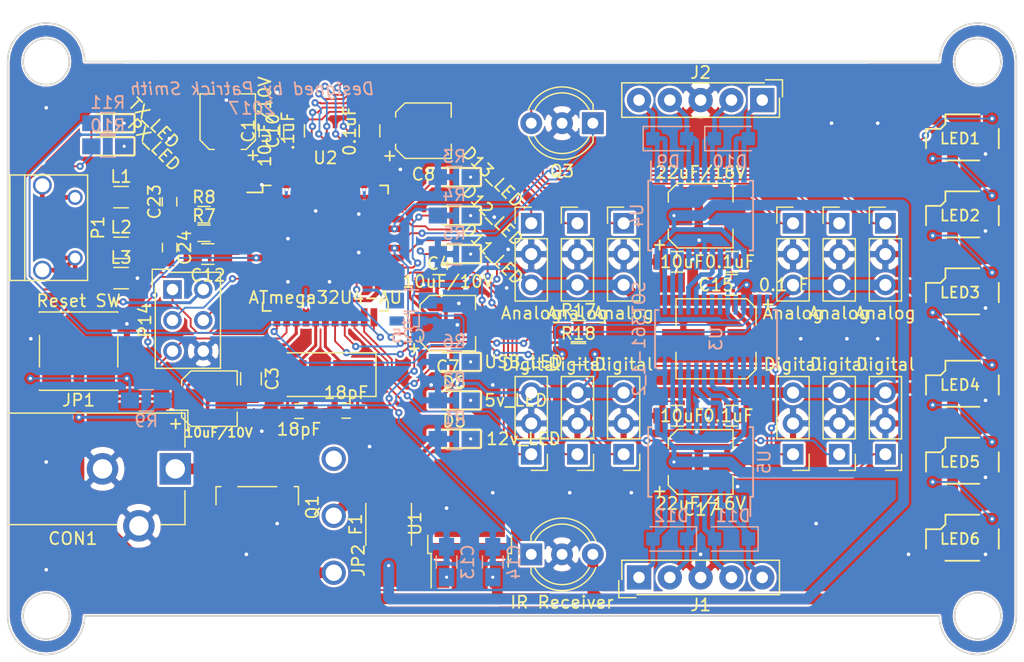
<source format=kicad_pcb>
(kicad_pcb (version 4) (host pcbnew 4.0.7)
  (layers (0 F.Cu signal) (31 B.Cu signal) (34 B.Paste user) (35 F.Paste user) (36 B.SilkS user) (37 F.SilkS user) (38 B.Mask user) (39 F.Mask user) (44 Edge.Cuts user))
  (net 0 "")
  (net 1 +5V)
  (net 2 GND)
  (net 3 "Net-(C9-Pad1)")
  (net 4 /AREF)
  (net 5 "Net-(C11-Pad1)")
  (net 6 "Net-(C12-Pad1)")
  (net 7 +12V)
  (net 8 "Net-(CON1-Pad1)")
  (net 9 "Net-(D1-Pad1)")
  (net 10 "Net-(D2-Pad1)")
  (net 11 D13)
  (net 12 "Net-(D3-Pad1)")
  (net 13 D12)
  (net 14 "Net-(D4-Pad1)")
  (net 15 D11)
  (net 16 "Net-(D5-Pad1)")
  (net 17 "Net-(D6-Pad1)")
  (net 18 UVcc)
  (net 19 "Net-(D7-Pad1)")
  (net 20 "Net-(D8-Pad1)")
  (net 21 /MotorDriver/A01)
  (net 22 /MotorDriver/A02)
  (net 23 /MotorDriver/B01)
  (net 24 /MotorDriver/B02)
  (net 25 /MotorDriver/C01)
  (net 26 /MotorDriver/C02)
  (net 27 /MotorDriver/D01)
  (net 28 /MotorDriver/D02)
  (net 29 "Net-(F1-Pad2)")
  (net 30 /Reset)
  (net 31 "Net-(JP2-Pad1)")
  (net 32 "Net-(LED1-Pad4)")
  (net 33 D10)
  (net 34 "Net-(LED2-Pad4)")
  (net 35 "Net-(LED3-Pad4)")
  (net 36 "Net-(LED4-Pad4)")
  (net 37 "Net-(LED5-Pad4)")
  (net 38 D-)
  (net 39 D+)
  (net 40 "Net-(P1-Pad4)")
  (net 41 A5)
  (net 42 D7)
  (net 43 A4)
  (net 44 D6)
  (net 45 A3)
  (net 46 D5)
  (net 47 A2)
  (net 48 D4)
  (net 49 A1)
  (net 50 D1/TXO)
  (net 51 A0)
  (net 52 D0/RXI)
  (net 53 D8)
  (net 54 D9)
  (net 55 "Net-(R10-Pad2)")
  (net 56 "Net-(R11-Pad2)")
  (net 57 /SDA/D2)
  (net 58 /SCL/D3)
  (net 59 SCK)
  (net 60 MOSI)
  (net 61 MISO)
  (net 62 /MotorDriver/PWM0)
  (net 63 /MotorDriver/PWM1)
  (net 64 /MotorDriver/PWM2)
  (net 65 /MotorDriver/PWM3)
  (net 66 /MotorDriver/PWM4)
  (net 67 /MotorDriver/PWM5)
  (net 68 /MotorDriver/PWM6)
  (net 69 /MotorDriver/PWM7)
  (net 70 /MotorDriver/PWM8)
  (net 71 /MotorDriver/PWM9)
  (net 72 /MotorDriver/PWM10)
  (net 73 /MotorDriver/PWM11)
  (net 74 /MotorDriver/PWM12)
  (net 75 /MotorDriver/PWM13)
  (net 76 /MotorDriver/PWM14)
  (net 77 /MotorDriver/PWM15)
  (net 78 "Net-(L1-Pad1)")
  (net 79 "Net-(L2-Pad1)")
  (net 80 "Net-(L3-Pad1)")
  (net 81 /dGnd)
  (net 82 "Net-(LED6-Pad4)")
  (module VIA:VIA-.6mm (layer F.Cu) (at 145.288 107.569)
    (fp_text reference REF** hide)
    (fp_text value VIA-.6mm hide)
    (pad 1 thru_hole circle (at 0 0) (size 0.6 0.6) (drill 0.3) (layers *.Cu) (net 2 GND))
  )
  (module VIA:VIA-.6mm (layer F.Cu) (at 145.415 104.394)
    (fp_text reference REF** hide)
    (fp_text value VIA-.6mm hide)
    (pad 1 thru_hole circle (at 0 0) (size 0.6 0.6) (drill 0.3) (layers *.Cu) (net 2 GND))
  )
  (module VIA:VIA-.6mm (layer F.Cu) (at 144.272 101.727)
    (fp_text reference REF** hide)
    (fp_text value VIA-.6mm hide)
    (pad 1 thru_hole circle (at 0 0) (size 0.6 0.6) (drill 0.3) (layers *.Cu) (net 2 GND))
  )
  (module VIA:VIA-.6mm (layer F.Cu) (at 163.957 107.315)
    (fp_text reference REF** hide)
    (fp_text value VIA-.6mm hide)
    (pad 1 thru_hole circle (at 0 0) (size 0.6 0.6) (drill 0.3) (layers *.Cu) (net 2 GND))
  )
  (module VIA:VIA-.6mm (layer F.Cu) (at 122.174 92.075)
    (fp_text reference REF** hide)
    (fp_text value VIA-.6mm hide)
    (pad 1 thru_hole circle (at 0 0) (size 0.6 0.6) (drill 0.3) (layers *.Cu) (net 2 GND))
  )
  (module VIA:VIA-.6mm (layer F.Cu) (at 141.224 110.617)
    (fp_text reference REF** hide)
    (fp_text value VIA-.6mm hide)
    (pad 1 thru_hole circle (at 0 0) (size 0.6 0.6) (drill 0.3) (layers *.Cu) (net 2 GND))
  )
  (module VIA:VIA-.6mm (layer F.Cu) (at 113.97 110.53)
    (fp_text reference REF** hide)
    (fp_text value VIA-.6mm hide)
    (pad 1 thru_hole circle (at 0 0) (size 0.6 0.6) (drill 0.3) (layers *.Cu) (net 2 GND))
  )
  (module Housings_QFP:TQFP-44_10x10mm_Pitch0.8mm (layer F.Cu) (at 130.34 104.29)
    (fp_text reference U2 (at 0 -7.45) (layer F.SilkS))
    (fp_text value ATmega32U4-AU (at 0 4.064) (layer F.SilkS))
    (pad 1 smd rect (at -5.7 -4) (size 1.5 0.55) (layers F.Cu F.Paste F.Mask) (net 42 D7))
    (pad 2 smd rect (at -5.7 -3.2) (size 1.5 0.55) (layers F.Cu F.Paste F.Mask) (net 18 UVcc))
    (pad 3 smd rect (at -5.7 -2.4) (size 1.5 0.55) (layers F.Cu F.Paste F.Mask) (net 38 D-))
    (pad 4 smd rect (at -5.7 -1.6) (size 1.5 0.55) (layers F.Cu F.Paste F.Mask) (net 39 D+))
    (pad 5 smd rect (at -5.7 -0.8) (size 1.5 0.55) (layers F.Cu F.Paste F.Mask) (net 2 GND))
    (pad 6 smd rect (at -5.7 0) (size 1.5 0.55) (layers F.Cu F.Paste F.Mask) (net 6 "Net-(C12-Pad1)"))
    (pad 7 smd rect (at -5.7 0.8) (size 1.5 0.55) (layers F.Cu F.Paste F.Mask) (net 18 UVcc))
    (pad 8 smd rect (at -5.7 1.6) (size 1.5 0.55) (layers F.Cu F.Paste F.Mask) (net 55 "Net-(R10-Pad2)"))
    (pad 9 smd rect (at -5.7 2.4) (size 1.5 0.55) (layers F.Cu F.Paste F.Mask) (net 59 SCK))
    (pad 10 smd rect (at -5.7 3.2) (size 1.5 0.55) (layers F.Cu F.Paste F.Mask) (net 60 MOSI))
    (pad 11 smd rect (at -5.7 4) (size 1.5 0.55) (layers F.Cu F.Paste F.Mask) (net 61 MISO))
    (pad 12 smd rect (at -4 5.7 90) (size 1.5 0.55) (layers F.Cu F.Paste F.Mask) (net 15 D11))
    (pad 13 smd rect (at -3.2 5.7 90) (size 1.5 0.55) (layers F.Cu F.Paste F.Mask) (net 30 /Reset))
    (pad 14 smd rect (at -2.4 5.7 90) (size 1.5 0.55) (layers F.Cu F.Paste F.Mask) (net 1 +5V))
    (pad 15 smd rect (at -1.6 5.7 90) (size 1.5 0.55) (layers F.Cu F.Paste F.Mask) (net 81 /dGnd))
    (pad 16 smd rect (at -0.8 5.7 90) (size 1.5 0.55) (layers F.Cu F.Paste F.Mask) (net 5 "Net-(C11-Pad1)"))
    (pad 17 smd rect (at 0 5.7 90) (size 1.5 0.55) (layers F.Cu F.Paste F.Mask) (net 3 "Net-(C9-Pad1)"))
    (pad 18 smd rect (at 0.8 5.7 90) (size 1.5 0.55) (layers F.Cu F.Paste F.Mask) (net 58 /SCL/D3))
    (pad 19 smd rect (at 1.6 5.7 90) (size 1.5 0.55) (layers F.Cu F.Paste F.Mask) (net 57 /SDA/D2))
    (pad 20 smd rect (at 2.4 5.7 90) (size 1.5 0.55) (layers F.Cu F.Paste F.Mask) (net 52 D0/RXI))
    (pad 21 smd rect (at 3.2 5.7 90) (size 1.5 0.55) (layers F.Cu F.Paste F.Mask) (net 50 D1/TXO))
    (pad 22 smd rect (at 4 5.7 90) (size 1.5 0.55) (layers F.Cu F.Paste F.Mask) (net 56 "Net-(R11-Pad2)"))
    (pad 23 smd rect (at 5.7 4) (size 1.5 0.55) (layers F.Cu F.Paste F.Mask) (net 81 /dGnd))
    (pad 24 smd rect (at 5.7 3.2) (size 1.5 0.55) (layers F.Cu F.Paste F.Mask) (net 1 +5V))
    (pad 25 smd rect (at 5.7 2.4) (size 1.5 0.55) (layers F.Cu F.Paste F.Mask) (net 48 D4))
    (pad 26 smd rect (at 5.7 1.6) (size 1.5 0.55) (layers F.Cu F.Paste F.Mask) (net 13 D12))
    (pad 27 smd rect (at 5.7 0.8) (size 1.5 0.55) (layers F.Cu F.Paste F.Mask) (net 44 D6))
    (pad 28 smd rect (at 5.7 0) (size 1.5 0.55) (layers F.Cu F.Paste F.Mask) (net 53 D8))
    (pad 29 smd rect (at 5.7 -0.8) (size 1.5 0.55) (layers F.Cu F.Paste F.Mask) (net 54 D9))
    (pad 30 smd rect (at 5.7 -1.6) (size 1.5 0.55) (layers F.Cu F.Paste F.Mask) (net 33 D10))
    (pad 31 smd rect (at 5.7 -2.4) (size 1.5 0.55) (layers F.Cu F.Paste F.Mask) (net 46 D5))
    (pad 32 smd rect (at 5.7 -3.2) (size 1.5 0.55) (layers F.Cu F.Paste F.Mask) (net 11 D13))
    (pad 33 smd rect (at 5.7 -4) (size 1.5 0.55) (layers F.Cu F.Paste F.Mask) (net 2 GND))
    (pad 34 smd rect (at 4 -5.7 90) (size 1.5 0.55) (layers F.Cu F.Paste F.Mask) (net 1 +5V))
    (pad 35 smd rect (at 3.2 -5.7 90) (size 1.5 0.55) (layers F.Cu F.Paste F.Mask) (net 81 /dGnd))
    (pad 36 smd rect (at 2.4 -5.7 90) (size 1.5 0.55) (layers F.Cu F.Paste F.Mask) (net 51 A0))
    (pad 37 smd rect (at 1.6 -5.7 90) (size 1.5 0.55) (layers F.Cu F.Paste F.Mask) (net 49 A1))
    (pad 38 smd rect (at 0.8 -5.7 90) (size 1.5 0.55) (layers F.Cu F.Paste F.Mask) (net 47 A2))
    (pad 39 smd rect (at 0 -5.7 90) (size 1.5 0.55) (layers F.Cu F.Paste F.Mask) (net 45 A3))
    (pad 40 smd rect (at -0.8 -5.7 90) (size 1.5 0.55) (layers F.Cu F.Paste F.Mask) (net 43 A4))
    (pad 41 smd rect (at -1.6 -5.7 90) (size 1.5 0.55) (layers F.Cu F.Paste F.Mask) (net 41 A5))
    (pad 42 smd rect (at -2.4 -5.7 90) (size 1.5 0.55) (layers F.Cu F.Paste F.Mask) (net 4 /AREF))
    (pad 43 smd rect (at -3.2 -5.7 90) (size 1.5 0.55) (layers F.Cu F.Paste F.Mask) (net 81 /dGnd))
    (pad 44 smd rect (at -4 -5.7 90) (size 1.5 0.55) (layers F.Cu F.Paste F.Mask) (net 1 +5V))
  )
  (module VIA:VIA-.6mm (layer F.Cu) (at 178.435 129.54)
    (fp_text reference REF** hide)
    (fp_text value VIA-.6mm hide)
    (pad 1 thru_hole circle (at 0 0) (size 0.6 0.6) (drill 0.3) (layers *.Cu) (net 2 GND))
  )
  (module VIA:VIA-.6mm (layer F.Cu) (at 170.815 127)
    (fp_text reference REF** hide)
    (fp_text value VIA-.6mm hide)
    (pad 1 thru_hole circle (at 0 0) (size 0.6 0.6) (drill 0.3) (layers *.Cu) (net 2 GND))
  )
  (module VIA:VIA-.6mm (layer F.Cu) (at 184.785 109.22)
    (fp_text reference REF** hide)
    (fp_text value VIA-.6mm hide)
    (pad 1 thru_hole circle (at 0 0) (size 0.6 0.6) (drill 0.3) (layers *.Cu) (net 2 GND))
  )
  (module VIA:VIA-.6mm (layer F.Cu) (at 169.545 111.76)
    (fp_text reference REF** hide)
    (fp_text value VIA-.6mm hide)
    (pad 1 thru_hole circle (at 0 0) (size 0.6 0.6) (drill 0.3) (layers *.Cu) (net 2 GND))
  )
  (module VIA:VIA-.6mm (layer F.Cu) (at 133.096 101.473)
    (fp_text reference REF** hide)
    (fp_text value VIA-.6mm hide)
    (pad 1 thru_hole circle (at 0 0) (size 0.6 0.6) (drill 0.3) (layers *.Cu) (net 2 GND))
  )
  (module VIA:VIA-.6mm (layer F.Cu) (at 172.085 93.98)
    (fp_text reference REF** hide)
    (fp_text value VIA-.6mm hide)
    (pad 1 thru_hole circle (at 0 0) (size 0.6 0.6) (drill 0.3) (layers *.Cu) (net 2 GND))
  )
  (module VIA:VIA-.6mm (layer F.Cu) (at 155.575 124.46)
    (fp_text reference REF** hide)
    (fp_text value VIA-.6mm hide)
    (pad 1 thru_hole circle (at 0 0) (size 0.6 0.6) (drill 0.3) (layers *.Cu) (net 2 GND))
  )
  (module VIA:VIA-.6mm (layer F.Cu) (at 126.365 127)
    (fp_text reference REF** hide)
    (fp_text value VIA-.6mm hide)
    (pad 1 thru_hole circle (at 0 0) (size 0.6 0.6) (drill 0.3) (layers *.Cu) (net 2 GND))
  )
  (module VIA:VIA-.6mm (layer F.Cu) (at 127.254 103.505)
    (fp_text reference REF** hide)
    (fp_text value VIA-.6mm hide)
    (pad 1 thru_hole circle (at 0 0) (size 0.6 0.6) (drill 0.3) (layers *.Cu) (net 2 GND))
  )
  (module VIA:VIA-.6mm (layer F.Cu) (at 133.985 120.65)
    (fp_text reference REF** hide)
    (fp_text value VIA-.6mm hide)
    (pad 1 thru_hole circle (at 0 0) (size 0.6 0.6) (drill 0.3) (layers *.Cu) (net 2 GND))
  )
  (module VIA:VIA-.6mm (layer F.Cu) (at 173.355 111.76)
    (fp_text reference REF** hide)
    (fp_text value VIA-.6mm hide)
    (pad 1 thru_hole circle (at 0 0) (size 0.6 0.6) (drill 0.3) (layers *.Cu) (net 2 GND))
  )
  (module VIA:VIA-.6mm (layer F.Cu) (at 107.315 130.81)
    (fp_text reference REF** hide)
    (fp_text value VIA-.6mm hide)
    (pad 1 thru_hole circle (at 0 0) (size 0.6 0.6) (drill 0.3) (layers *.Cu) (net 2 GND))
  )
  (module VIA:VIA-.6mm (layer F.Cu) (at 126.365 91.44)
    (fp_text reference REF** hide)
    (fp_text value VIA-.6mm hide)
    (pad 1 thru_hole circle (at 0 0) (size 0.6 0.6) (drill 0.3) (layers *.Cu) (net 2 GND))
  )
  (module VIA:VIA-.6mm (layer F.Cu) (at 127.254 107.061)
    (fp_text reference REF** hide)
    (fp_text value VIA-.6mm hide)
    (pad 1 thru_hole circle (at 0 0) (size 0.6 0.6) (drill 0.3) (layers *.Cu) (net 2 GND))
  )
  (module VIA:VIA-.6mm (layer F.Cu) (at 125.095 99.06)
    (fp_text reference REF** hide)
    (fp_text value VIA-.6mm hide)
    (pad 1 thru_hole circle (at 0 0) (size 0.6 0.6) (drill 0.3) (layers *.Cu) (net 2 GND))
  )
  (module VIA:VIA-.6mm (layer F.Cu) (at 144.145 115.57)
    (fp_text reference REF** hide)
    (fp_text value VIA-.6mm hide)
    (pad 1 thru_hole circle (at 0 0) (size 0.6 0.6) (drill 0.3) (layers *.Cu) (net 2 GND))
  )
  (module VIA:VIA-.6mm (layer F.Cu) (at 175.895 111.76)
    (fp_text reference REF** hide)
    (fp_text value VIA-.6mm hide)
    (pad 1 thru_hole circle (at 0 0) (size 0.6 0.6) (drill 0.3) (layers *.Cu) (net 2 GND))
  )
  (module VIA:VIA-.6mm (layer F.Cu) (at 130.683 107.061)
    (fp_text reference REF** hide)
    (fp_text value VIA-.6mm hide)
    (pad 1 thru_hole circle (at 0 0) (size 0.6 0.6) (drill 0.3) (layers *.Cu) (net 2 GND))
  )
  (module VIA:VIA-.6mm (layer F.Cu) (at 150.495 124.46)
    (fp_text reference REF** hide)
    (fp_text value VIA-.6mm hide)
    (pad 1 thru_hole circle (at 0 0) (size 0.6 0.6) (drill 0.3) (layers *.Cu) (net 2 GND))
  )
  (module VIA:VIA-.6mm (layer F.Cu) (at 184.785 116.84)
    (fp_text reference REF** hide)
    (fp_text value VIA-.6mm hide)
    (pad 1 thru_hole circle (at 0 0) (size 0.6 0.6) (drill 0.3) (layers *.Cu) (net 2 GND))
  )
  (module VIA:VIA-.6mm (layer F.Cu) (at 184.785 129.54)
    (fp_text reference REF** hide)
    (fp_text value VIA-.6mm hide)
    (pad 1 thru_hole circle (at 0 0) (size 0.6 0.6) (drill 0.3) (layers *.Cu) (net 2 GND))
  )
  (module VIA:VIA-.6mm (layer F.Cu) (at 107.315 92.71)
    (fp_text reference REF** hide)
    (fp_text value VIA-.6mm hide)
    (pad 1 thru_hole circle (at 0 0) (size 0.6 0.6) (drill 0.3) (layers *.Cu) (net 2 GND))
  )
  (module VIA:VIA-.6mm (layer F.Cu) (at 136.525 97.79)
    (fp_text reference REF** hide)
    (fp_text value VIA-.6mm hide)
    (pad 1 thru_hole circle (at 0 0) (size 0.6 0.6) (drill 0.3) (layers *.Cu) (net 2 GND))
  )
  (module VIA:VIA-.6mm (layer F.Cu) (at 125.095 119.38)
    (fp_text reference REF** hide)
    (fp_text value VIA-.6mm hide)
    (pad 1 thru_hole circle (at 0 0) (size 0.6 0.6) (drill 0.3) (layers *.Cu) (net 2 GND))
  )
  (module VIA:VIA-.6mm (layer F.Cu) (at 133.096 104.648)
    (fp_text reference REF** hide)
    (fp_text value VIA-.6mm hide)
    (pad 1 thru_hole circle (at 0 0) (size 0.6 0.6) (drill 0.3) (layers *.Cu) (net 2 GND))
  )
  (module VIA:VIA-.6mm (layer F.Cu) (at 117.475 95.25)
    (fp_text reference REF** hide)
    (fp_text value VIA-.6mm hide)
    (pad 1 thru_hole circle (at 0 0) (size 0.6 0.6) (drill 0.3) (layers *.Cu) (net 2 GND))
  )
  (module VIA:VIA-.6mm (layer F.Cu) (at 129.54 101.219)
    (fp_text reference REF** hide)
    (fp_text value VIA-.6mm hide)
    (pad 1 thru_hole circle (at 0 0) (size 0.6 0.6) (drill 0.3) (layers *.Cu) (net 2 GND))
  )
  (module VIA:VIA-.6mm (layer F.Cu) (at 175.895 93.98)
    (fp_text reference REF** hide)
    (fp_text value VIA-.6mm hide)
    (pad 1 thru_hole circle (at 0 0) (size 0.6 0.6) (drill 0.3) (layers *.Cu) (net 2 GND))
  )
  (module VIA:VIA-.6mm (layer F.Cu) (at 139.065 115.57)
    (fp_text reference REF** hide)
    (fp_text value VIA-.6mm hide)
    (pad 1 thru_hole circle (at 0 0) (size 0.6 0.6) (drill 0.3) (layers *.Cu) (net 2 GND))
  )
  (module VIA:VIA-.6mm (layer F.Cu) (at 123.825 129.54)
    (fp_text reference REF** hide)
    (fp_text value VIA-.6mm hide)
    (pad 1 thru_hole circle (at 0 0) (size 0.6 0.6) (drill 0.3) (layers *.Cu) (net 2 GND))
  )
  (module VIA:VIA-.6mm (layer F.Cu) (at 161.163 103.632)
    (fp_text reference REF** hide)
    (fp_text value VIA-.6mm hide)
    (pad 1 thru_hole circle (at 0 0) (size 0.6 0.6) (drill 0.3) (layers *.Cu) (net 2 GND))
  )
  (module VIA:VIA-.6mm (layer F.Cu) (at 161.29 129.54 45)
    (fp_text reference REF** hide)
    (fp_text value VIA-.6mm hide)
    (pad 1 thru_hole circle (at 0 0 45) (size 0.6 0.6) (drill 0.3) (layers *.Cu) (net 2 GND))
  )
  (module VIA:VIA-.6mm (layer F.Cu) (at 184.785 123.19)
    (fp_text reference REF** hide)
    (fp_text value VIA-.6mm hide)
    (pad 1 thru_hole circle (at 0 0) (size 0.6 0.6) (drill 0.3) (layers *.Cu) (net 2 GND))
  )
  (module VIA:VIA-.6mm (layer F.Cu) (at 184.785 96.52)
    (fp_text reference REF** hide)
    (fp_text value VIA-.6mm hide)
    (pad 1 thru_hole circle (at 0 0) (size 0.6 0.6) (drill 0.3) (layers *.Cu) (net 2 GND))
  )
  (module VIA:VIA-.6mm (layer F.Cu) (at 107.315 121.92)
    (fp_text reference REF** hide)
    (fp_text value VIA-.6mm hide)
    (pad 1 thru_hole circle (at 0 0) (size 0.6 0.6) (drill 0.3) (layers *.Cu) (net 2 GND))
  )
  (module VIA:VIA-.6mm (layer F.Cu) (at 164.338 123.952)
    (fp_text reference REF** hide)
    (fp_text value VIA-.6mm hide)
    (pad 1 thru_hole circle (at 0 0) (size 0.6 0.6) (drill 0.3) (layers *.Cu) (net 2 GND))
  )
  (module VIA:VIA-.6mm (layer F.Cu) (at 141.351 108.839)
    (fp_text reference REF** hide)
    (fp_text value VIA-.6mm hide)
    (pad 1 thru_hole circle (at 0 0) (size 0.6 0.6) (drill 0.3) (layers *.Cu) (net 2 GND))
  )
  (module VIA:VIA-.6mm (layer F.Cu) (at 140.335 125.73)
    (fp_text reference REF** hide)
    (fp_text value VIA-.6mm hide)
    (pad 1 thru_hole circle (at 0 0) (size 0.6 0.6) (drill 0.3) (layers *.Cu) (net 2 GND))
  )
  (module VIA:VIA-.6mm (layer F.Cu) (at 184.785 102.87)
    (fp_text reference REF** hide)
    (fp_text value VIA-.6mm hide)
    (pad 1 thru_hole circle (at 0 0) (size 0.6 0.6) (drill 0.3) (layers *.Cu) (net 2 GND))
  )
  (module VIA:VIA-.6mm (layer F.Cu) (at 144.145 124.46)
    (fp_text reference REF** hide)
    (fp_text value VIA-.6mm hide)
    (pad 1 thru_hole circle (at 0 0) (size 0.6 0.6) (drill 0.3) (layers *.Cu) (net 2 GND))
  )
  (module VIA:VIA-.6mm (layer F.Cu) (at 106.045 111.76)
    (fp_text reference REF** hide)
    (fp_text value VIA-.6mm hide)
    (pad 1 thru_hole circle (at 0 0) (size 0.6 0.6) (drill 0.3) (layers *.Cu) (net 2 GND))
  )
  (module VIA:VIA-.6mm (layer F.Cu) (at 114.84 106.76)
    (fp_text reference REF** hide)
    (fp_text value VIA-.6mm hide)
    (pad 1 thru_hole circle (at 0 0) (size 0.6 0.6) (drill 0.3) (layers *.Cu) (net 2 GND))
  )
  (module NeoPixel:WS2812B_smallsilk (layer F.Cu) (at 182.88 128.27 180)
    (fp_text reference LED6 (at 0.2 0 180) (layer F.SilkS) (effects (font (size 0.9 0.9) (thickness 0.1524))))
    (fp_text value NeoPixel hide)
    (pad 4 smd rect (at 2.45 -1.65 180) (size 1.5 1) (layers F.Cu F.Paste F.Mask) (net 82 "Net-(LED6-Pad4)"))
    (pad 1 smd rect (at -2.45 -1.65 180) (size 1.5 1) (layers F.Cu F.Paste F.Mask) (net 2 GND))
    (pad 2 smd rect (at -2.45 1.65 180) (size 1.5 1) (layers F.Cu F.Paste F.Mask) (net 37 "Net-(LED5-Pad4)"))
    (pad 3 smd rect (at 2.45 1.65 180) (size 1.5 1) (layers F.Cu F.Paste F.Mask) (net 1 +5V))
  )
  (module Capacitors_SMD:C_0805_HandSoldering (layer F.Cu) (at 125.73 94.615 90)
    (fp_text reference C1 (at 0 -1.75 90) (layer F.SilkS))
    (fp_text value .1uF (at 0 1.524 90) (layer F.SilkS))
    (pad 1 smd rect (at -1.25 0 90) (size 1.5 1.25) (layers F.Cu F.Paste F.Mask) (net 1 +5V))
    (pad 2 smd rect (at 1.25 0 90) (size 1.5 1.25) (layers F.Cu F.Paste F.Mask) (net 2 GND))
  )
  (module Capacitors_SMD:C_0805_HandSoldering (layer F.Cu) (at 133.985 94.615 90)
    (fp_text reference C2 hide)
    (fp_text value 0.1uF (at 0 -1.651 90) (layer F.SilkS))
    (pad 1 smd rect (at -1.25 0 90) (size 1.5 1.25) (layers F.Cu F.Paste F.Mask) (net 1 +5V))
    (pad 2 smd rect (at 1.25 0 90) (size 1.5 1.25) (layers F.Cu F.Paste F.Mask) (net 2 GND))
  )
  (module Capacitors_SMD:C_0805_HandSoldering (layer F.Cu) (at 124.206 115.062 270)
    (fp_text reference C3 (at 0 -1.75 270) (layer F.SilkS))
    (fp_text value 0.1uF)
    (pad 1 smd rect (at -1.25 0 270) (size 1.5 1.25) (layers F.Cu F.Paste F.Mask) (net 1 +5V))
    (pad 2 smd rect (at 1.25 0 270) (size 1.5 1.25) (layers F.Cu F.Paste F.Mask) (net 2 GND))
  )
  (module Capacitors_SMD:C_0805_HandSoldering (layer F.Cu) (at 139.7 107.315)
    (fp_text reference C4 (at 0 -1.75) (layer F.SilkS))
    (fp_text value 0.1uF)
    (pad 1 smd rect (at -1.25 0) (size 1.5 1.25) (layers F.Cu F.Paste F.Mask) (net 1 +5V))
    (pad 2 smd rect (at 1.25 0) (size 1.5 1.25) (layers F.Cu F.Paste F.Mask) (net 2 GND))
  )
  (module Capacitors_SMD:CP_Elec_4x4.5 (layer F.Cu) (at 120.777 116.713)
    (fp_text reference C5 hide)
    (fp_text value 10uF/10V (at 0.762 2.794) (layer F.SilkS) (effects (font (size 0.75 0.75))))
    (fp_text user + (at -2.78 1.99 180) (layer F.SilkS))
    (pad 1 smd rect (at -1.8 0 180) (size 2.6 1.6) (layers F.Cu F.Paste F.Mask) (net 1 +5V))
    (pad 2 smd rect (at 1.8 0 180) (size 2.6 1.6) (layers F.Cu F.Paste F.Mask) (net 2 GND))
  )
  (module Capacitors_SMD:CP_Elec_4x4.5 (layer F.Cu) (at 122.301 93.853 90)
    (fp_text reference C6 hide)
    (fp_text value 10uF/10V (at 0 3.048 90) (layer F.SilkS))
    (fp_text user + (at -2.78 1.99 270) (layer F.SilkS))
    (pad 1 smd rect (at -1.8 0 270) (size 2.6 1.6) (layers F.Cu F.Paste F.Mask) (net 1 +5V))
    (pad 2 smd rect (at 1.8 0 270) (size 2.6 1.6) (layers F.Cu F.Paste F.Mask) (net 2 GND))
  )
  (module Capacitors_SMD:CP_Elec_4x4.5 (layer F.Cu) (at 140.44 110.49)
    (fp_text reference C7 (at 0 3.58 180) (layer F.SilkS))
    (fp_text value 10uF/10V (at 0 -3.45) (layer F.SilkS))
    (fp_text user + (at -2.78 1.99 180) (layer F.SilkS))
    (pad 1 smd rect (at -1.8 0 180) (size 2.6 1.6) (layers F.Cu F.Paste F.Mask) (net 1 +5V))
    (pad 2 smd rect (at 1.8 0 180) (size 2.6 1.6) (layers F.Cu F.Paste F.Mask) (net 2 GND))
  )
  (module Capacitors_SMD:CP_Elec_4x4.5 (layer F.Cu) (at 138.43 94.615)
    (fp_text reference C8 (at 0 3.58 180) (layer F.SilkS))
    (fp_text value 10uF/10V)
    (fp_text user + (at -2.78 1.99 180) (layer F.SilkS))
    (pad 1 smd rect (at -1.8 0 180) (size 2.6 1.6) (layers F.Cu F.Paste F.Mask) (net 1 +5V))
    (pad 2 smd rect (at 1.8 0 180) (size 2.6 1.6) (layers F.Cu F.Paste F.Mask) (net 2 GND))
  )
  (module Capacitors_SMD:C_0603_HandSoldering (layer F.Cu) (at 132.05 117.71 180)
    (fp_text reference C9 hide)
    (fp_text value 18pF (at 0 1.5 180) (layer F.SilkS))
    (pad 1 smd rect (at -0.95 0 180) (size 1.2 0.75) (layers F.Cu F.Paste F.Mask) (net 3 "Net-(C9-Pad1)"))
    (pad 2 smd rect (at 0.95 0 180) (size 1.2 0.75) (layers F.Cu F.Paste F.Mask) (net 2 GND))
  )
  (module Capacitors_SMD:C_0805_HandSoldering (layer F.Cu) (at 127.762 94.615 90)
    (fp_text reference C10 (at 0 -1.75 90) (layer F.SilkS))
    (fp_text value 0.1uF)
    (pad 1 smd rect (at -1.25 0 90) (size 1.5 1.25) (layers F.Cu F.Paste F.Mask) (net 4 /AREF))
    (pad 2 smd rect (at 1.25 0 90) (size 1.5 1.25) (layers F.Cu F.Paste F.Mask) (net 2 GND))
  )
  (module Capacitors_SMD:C_0603_HandSoldering (layer F.Cu) (at 128.17 117.73)
    (fp_text reference C11 hide)
    (fp_text value 18pF (at 0 1.5) (layer F.SilkS))
    (pad 1 smd rect (at -0.95 0) (size 1.2 0.75) (layers F.Cu F.Paste F.Mask) (net 5 "Net-(C11-Pad1)"))
    (pad 2 smd rect (at 0.95 0) (size 1.2 0.75) (layers F.Cu F.Paste F.Mask) (net 2 GND))
  )
  (module Capacitors_SMD:C_0805_HandSoldering (layer F.Cu) (at 120.65 104.775 180)
    (fp_text reference C12 (at 0 -1.75 180) (layer F.SilkS))
    (fp_text value 1uF)
    (pad 1 smd rect (at -1.25 0 180) (size 1.5 1.25) (layers F.Cu F.Paste F.Mask) (net 6 "Net-(C12-Pad1)"))
    (pad 2 smd rect (at 1.25 0 180) (size 1.5 1.25) (layers F.Cu F.Paste F.Mask) (net 2 GND))
  )
  (module Capacitors_SMD:C_0805_HandSoldering (layer B.Cu) (at 140.335 130.175 90)
    (fp_text reference C13 (at 0 1.75 90) (layer B.SilkS) (effects (justify mirror)))
    (fp_text value 0.33uF)
    (pad 1 smd rect (at -1.25 0 90) (size 1.5 1.25) (layers B.Cu B.Paste B.Mask) (net 7 +12V))
    (pad 2 smd rect (at 1.25 0 90) (size 1.5 1.25) (layers B.Cu B.Paste B.Mask) (net 2 GND))
  )
  (module Capacitors_SMD:C_0805_HandSoldering (layer B.Cu) (at 144.145 130.175 90)
    (fp_text reference C14 (at 0 1.75 90) (layer B.SilkS) (effects (justify mirror)))
    (fp_text value 0.1uF)
    (pad 1 smd rect (at -1.25 0 90) (size 1.5 1.25) (layers B.Cu B.Paste B.Mask) (net 1 +5V))
    (pad 2 smd rect (at 1.25 0 90) (size 1.5 1.25) (layers B.Cu B.Paste B.Mask) (net 2 GND))
  )
  (module Capacitors_SMD:CP_Elec_6.3x7.7 (layer F.Cu) (at 162.56 111.76 180)
    (fp_text reference C15 (at 0 4.43 180) (layer F.SilkS))
    (fp_text value 100uF)
    (fp_text user + (at -4.28 2.91 180) (layer F.SilkS))
    (pad 1 smd rect (at -2.7 0) (size 3.5 1.6) (layers F.Cu F.Paste F.Mask) (net 1 +5V))
    (pad 2 smd rect (at 2.7 0) (size 3.5 1.6) (layers F.Cu F.Paste F.Mask) (net 2 GND))
  )
  (module Capacitors_SMD:CP_Elec_5x5.8 (layer F.Cu) (at 161.29 101.6)
    (fp_text reference C16 hide)
    (fp_text value 22uF/16V (at 0 -3.556) (layer F.SilkS))
    (fp_text user + (at -3.38 2.35) (layer F.SilkS))
    (pad 1 smd rect (at -2.2 0 180) (size 3 1.6) (layers F.Cu F.Paste F.Mask) (net 7 +12V))
    (pad 2 smd rect (at 2.2 0 180) (size 3 1.6) (layers F.Cu F.Paste F.Mask) (net 2 GND))
  )
  (module Capacitors_SMD:CP_Elec_5x5.8 (layer F.Cu) (at 161.29 121.92)
    (fp_text reference C17 (at 0 3.92) (layer F.SilkS))
    (fp_text value 22uF/16V (at 0 3.429) (layer F.SilkS))
    (fp_text user + (at -3.38 2.35) (layer F.SilkS))
    (pad 1 smd rect (at -2.2 0 180) (size 3 1.6) (layers F.Cu F.Paste F.Mask) (net 7 +12V))
    (pad 2 smd rect (at 2.2 0 180) (size 3 1.6) (layers F.Cu F.Paste F.Mask) (net 2 GND))
  )
  (module Capacitors_SMD:C_0805_HandSoldering (layer F.Cu) (at 163.83 118.11)
    (fp_text reference C18 hide)
    (fp_text value 10uF (at -4.064 0) (layer F.SilkS))
    (pad 1 smd rect (at -1.25 0) (size 1.5 1.25) (layers F.Cu F.Paste F.Mask) (net 1 +5V))
    (pad 2 smd rect (at 1.25 0) (size 1.5 1.25) (layers F.Cu F.Paste F.Mask) (net 2 GND))
  )
  (module Capacitors_SMD:C_0805_HandSoldering (layer F.Cu) (at 159.385 105.41 180)
    (fp_text reference C19 hide)
    (fp_text value 0.1uF (at -4.318 0 180) (layer F.SilkS))
    (pad 1 smd rect (at -1.25 0 180) (size 1.5 1.25) (layers F.Cu F.Paste F.Mask) (net 1 +5V))
    (pad 2 smd rect (at 1.25 0 180) (size 1.5 1.25) (layers F.Cu F.Paste F.Mask) (net 2 GND))
  )
  (module Capacitors_SMD:C_0805_HandSoldering (layer F.Cu) (at 159.385 118.11 180)
    (fp_text reference C20 hide)
    (fp_text value 0.1uF (at -4.191 0 180) (layer F.SilkS))
    (pad 1 smd rect (at -1.25 0 180) (size 1.5 1.25) (layers F.Cu F.Paste F.Mask) (net 1 +5V))
    (pad 2 smd rect (at 1.25 0 180) (size 1.5 1.25) (layers F.Cu F.Paste F.Mask) (net 2 GND))
  )
  (module Capacitors_SMD:C_0805_HandSoldering (layer F.Cu) (at 163.83 107.315 180)
    (fp_text reference C21 hide)
    (fp_text value 0.1uF (at -4.318 0 180) (layer F.SilkS))
    (pad 1 smd rect (at -1.25 0 180) (size 1.5 1.25) (layers F.Cu F.Paste F.Mask) (net 1 +5V))
    (pad 2 smd rect (at 1.25 0 180) (size 1.5 1.25) (layers F.Cu F.Paste F.Mask) (net 2 GND))
  )
  (module Capacitors_SMD:C_0805_HandSoldering (layer F.Cu) (at 163.83 105.41)
    (fp_text reference C22 hide)
    (fp_text value 10uF (at -4.064 0) (layer F.SilkS))
    (pad 1 smd rect (at -1.25 0) (size 1.5 1.25) (layers F.Cu F.Paste F.Mask) (net 1 +5V))
    (pad 2 smd rect (at 1.25 0) (size 1.5 1.25) (layers F.Cu F.Paste F.Mask) (net 2 GND))
  )
  (module Connectors:Barrel_Jack_CUI_PJ-102AH (layer F.Cu) (at 117.96 122.49 270)
    (fp_text reference CON1 (at 5.75 8.45 360) (layer F.SilkS))
    (fp_text value BARREL_JACK)
    (pad 1 thru_hole rect (at 0 0 270) (size 2.6 2.6) (drill 1.6) (layers *.Cu *.Mask) (net 8 "Net-(CON1-Pad1)"))
    (pad 2 thru_hole circle (at 0 6 270) (size 2.6 2.6) (drill 1.6) (layers *.Cu *.Mask) (net 2 GND))
    (pad 3 thru_hole circle (at 4.7 3 270) (size 2.6 2.6) (drill 1.6) (layers *.Cu *.Mask) (net 2 GND))
  )
  (module LEDs:LED_0805_HandSoldering (layer F.Cu) (at 140.97 120.015 180)
    (fp_text reference D1 hide)
    (fp_text value 12v_LED (at -5.715 0 360) (layer F.SilkS))
    (pad 1 smd rect (at -1.35 0 180) (size 1.5 1.3) (layers F.Cu F.Paste F.Mask) (net 9 "Net-(D1-Pad1)"))
    (pad 2 smd rect (at 1.35 0 180) (size 1.5 1.3) (layers F.Cu F.Paste F.Mask) (net 7 +12V))
  )
  (module LEDs:LED_0805_HandSoldering (layer F.Cu) (at 140.97 98.425 180)
    (fp_text reference D2 hide)
    (fp_text value D13_LED (at -3.175 0 315) (layer F.SilkS))
    (pad 1 smd rect (at -1.35 0 180) (size 1.5 1.3) (layers F.Cu F.Paste F.Mask) (net 10 "Net-(D2-Pad1)"))
    (pad 2 smd rect (at 1.35 0 180) (size 1.5 1.3) (layers F.Cu F.Paste F.Mask) (net 11 D13))
  )
  (module LEDs:LED_0805_HandSoldering (layer F.Cu) (at 140.97 101.6 180)
    (fp_text reference D3 hide)
    (fp_text value D12_LED (at -3.175 0 315) (layer F.SilkS))
    (pad 1 smd rect (at -1.35 0 180) (size 1.5 1.3) (layers F.Cu F.Paste F.Mask) (net 12 "Net-(D3-Pad1)"))
    (pad 2 smd rect (at 1.35 0 180) (size 1.5 1.3) (layers F.Cu F.Paste F.Mask) (net 13 D12))
  )
  (module LEDs:LED_0805_HandSoldering (layer F.Cu) (at 140.97 104.775 180)
    (fp_text reference D4 hide)
    (fp_text value D11_LED (at -3.175 0 315) (layer F.SilkS))
    (pad 1 smd rect (at -1.35 0 180) (size 1.5 1.3) (layers F.Cu F.Paste F.Mask) (net 14 "Net-(D4-Pad1)"))
    (pad 2 smd rect (at 1.35 0 180) (size 1.5 1.3) (layers F.Cu F.Paste F.Mask) (net 15 D11))
  )
  (module LEDs:LED_0805_HandSoldering (layer F.Cu) (at 140.97 116.84 180)
    (fp_text reference D5 (at 0 -1.7 180) (layer F.SilkS))
    (fp_text value 5v_LED (at -5.08 0 360) (layer F.SilkS))
    (pad 1 smd rect (at -1.35 0 180) (size 1.5 1.3) (layers F.Cu F.Paste F.Mask) (net 16 "Net-(D5-Pad1)"))
    (pad 2 smd rect (at 1.35 0 180) (size 1.5 1.3) (layers F.Cu F.Paste F.Mask) (net 1 +5V))
  )
  (module LEDs:LED_0805_HandSoldering (layer F.Cu) (at 140.97 113.665 180)
    (fp_text reference D6 (at 0 -1.7 180) (layer F.SilkS))
    (fp_text value USB_LED (at -5.715 0 180) (layer F.SilkS))
    (pad 1 smd rect (at -1.35 0 180) (size 1.5 1.3) (layers F.Cu F.Paste F.Mask) (net 17 "Net-(D6-Pad1)"))
    (pad 2 smd rect (at 1.35 0 180) (size 1.5 1.3) (layers F.Cu F.Paste F.Mask) (net 18 UVcc))
  )
  (module LEDs:LED_0805_HandSoldering (layer F.Cu) (at 112.395 95.885 180)
    (fp_text reference D7 hide)
    (fp_text value RX_LED (at -3.81 0.127 315) (layer F.SilkS))
    (pad 1 smd rect (at -1.35 0 180) (size 1.5 1.3) (layers F.Cu F.Paste F.Mask) (net 19 "Net-(D7-Pad1)"))
    (pad 2 smd rect (at 1.35 0 180) (size 1.5 1.3) (layers F.Cu F.Paste F.Mask) (net 1 +5V))
  )
  (module LEDs:LED_0805_HandSoldering (layer F.Cu) (at 112.395 93.98 180)
    (fp_text reference D8 hide)
    (fp_text value TX_LED (at -3.81 0 315) (layer F.SilkS))
    (pad 1 smd rect (at -1.35 0 180) (size 1.5 1.3) (layers F.Cu F.Paste F.Mask) (net 20 "Net-(D8-Pad1)"))
    (pad 2 smd rect (at 1.35 0 180) (size 1.5 1.3) (layers F.Cu F.Paste F.Mask) (net 1 +5V))
  )
  (module Diodes_SMD:D_SOD-123F (layer B.Cu) (at 158.75 95.25)
    (fp_text reference D9 (at -0.127 1.905) (layer B.SilkS) (effects (justify mirror)))
    (fp_text value FlyBack)
    (pad 1 smd rect (at -1.4 0) (size 1.1 1.1) (layers B.Cu B.Paste B.Mask) (net 21 /MotorDriver/A01))
    (pad 2 smd rect (at 1.4 0) (size 1.1 1.1) (layers B.Cu B.Paste B.Mask) (net 22 /MotorDriver/A02))
  )
  (module Diodes_SMD:D_SOD-123F (layer B.Cu) (at 163.83 95.25)
    (fp_text reference D10 (at -0.127 1.905) (layer B.SilkS) (effects (justify mirror)))
    (fp_text value FlyBack)
    (pad 1 smd rect (at -1.4 0) (size 1.1 1.1) (layers B.Cu B.Paste B.Mask) (net 23 /MotorDriver/B01))
    (pad 2 smd rect (at 1.4 0) (size 1.1 1.1) (layers B.Cu B.Paste B.Mask) (net 24 /MotorDriver/B02))
  )
  (module Diodes_SMD:D_SOD-123F (layer B.Cu) (at 163.83 128.27 180)
    (fp_text reference D11 (at -0.127 1.905 180) (layer B.SilkS) (effects (justify mirror)))
    (fp_text value FlyBack)
    (pad 1 smd rect (at -1.4 0 180) (size 1.1 1.1) (layers B.Cu B.Paste B.Mask) (net 25 /MotorDriver/C01))
    (pad 2 smd rect (at 1.4 0 180) (size 1.1 1.1) (layers B.Cu B.Paste B.Mask) (net 26 /MotorDriver/C02))
  )
  (module Diodes_SMD:D_SOD-123F (layer B.Cu) (at 158.75 128.27 180)
    (fp_text reference D12 (at -0.127 1.905 180) (layer B.SilkS) (effects (justify mirror)))
    (fp_text value FlyBack)
    (pad 1 smd rect (at -1.4 0 180) (size 1.1 1.1) (layers B.Cu B.Paste B.Mask) (net 27 /MotorDriver/D01))
    (pad 2 smd rect (at 1.4 0 180) (size 1.1 1.1) (layers B.Cu B.Paste B.Mask) (net 28 /MotorDriver/D02))
  )
  (module Resistors_SMD:R_1812_HandSoldering (layer F.Cu) (at 135.56 127.07 90)
    (fp_text reference F1 (at 0 -2.72 90) (layer F.SilkS))
    (fp_text value Polyfuse)
    (pad 1 smd rect (at -3.4 0 90) (size 3.5 3.5) (layers F.Cu F.Paste F.Mask) (net 7 +12V))
    (pad 2 smd rect (at 3.4 0 90) (size 3.5 3.5) (layers F.Cu F.Paste F.Mask) (net 29 "Net-(F1-Pad2)"))
  )
  (module Buttons_Switches_SMD:SW_SPST_PTS645 (layer F.Cu) (at 109.99 112.78 180)
    (fp_text reference JP1 (at 0 -4.05 180) (layer F.SilkS))
    (fp_text value "Reset SW" (at 0 4.15 180) (layer F.SilkS))
    (pad 2 smd rect (at -3.98 2.25 180) (size 1.55 1.3) (layers F.Cu F.Paste F.Mask) (net 2 GND))
    (pad 1 smd rect (at -3.98 -2.25 180) (size 1.55 1.3) (layers F.Cu F.Paste F.Mask) (net 30 /Reset))
    (pad 1 smd rect (at 3.98 -2.25 180) (size 1.55 1.3) (layers F.Cu F.Paste F.Mask) (net 30 /Reset))
    (pad 2 smd rect (at 3.98 2.25 180) (size 1.55 1.3) (layers F.Cu F.Paste F.Mask) (net 2 GND))
  )
  (module "SlideSW:Slide SW" (layer F.Cu) (at 131.03 131.06 90)
    (fp_text reference JP2 (at 1.016 2.032 90) (layer F.SilkS))
    (fp_text value "PWR SW")
    (pad 1 thru_hole circle (at 0 0 90) (size 2 2) (drill 1.35) (layers *.Cu *.Mask) (net 31 "Net-(JP2-Pad1)"))
    (pad 2 thru_hole circle (at 4.7 0 90) (size 2 2) (drill 1.35) (layers *.Cu *.Mask) (net 29 "Net-(F1-Pad2)"))
    (pad 3 thru_hole circle (at 9.4 0 90) (size 2 2) (drill 1.35) (layers *.Cu *.Mask))
  )
  (module NeoPixel:WS2812B_smallsilk (layer F.Cu) (at 182.88 95.25 180)
    (fp_text reference LED1 (at 0.2 0 180) (layer F.SilkS) (effects (font (size 0.9 0.9) (thickness 0.1524))))
    (fp_text value NeoPixel hide)
    (pad 4 smd rect (at 2.45 -1.65 180) (size 1.5 1) (layers F.Cu F.Paste F.Mask) (net 32 "Net-(LED1-Pad4)"))
    (pad 1 smd rect (at -2.45 -1.65 180) (size 1.5 1) (layers F.Cu F.Paste F.Mask) (net 2 GND))
    (pad 2 smd rect (at -2.45 1.65 180) (size 1.5 1) (layers F.Cu F.Paste F.Mask) (net 33 D10))
    (pad 3 smd rect (at 2.45 1.65 180) (size 1.5 1) (layers F.Cu F.Paste F.Mask) (net 1 +5V))
  )
  (module NeoPixel:WS2812B_smallsilk (layer F.Cu) (at 182.88 101.6 180)
    (fp_text reference LED2 (at 0.2 0 180) (layer F.SilkS) (effects (font (size 0.9 0.9) (thickness 0.1524))))
    (fp_text value NeoPixel hide)
    (pad 4 smd rect (at 2.45 -1.65 180) (size 1.5 1) (layers F.Cu F.Paste F.Mask) (net 34 "Net-(LED2-Pad4)"))
    (pad 1 smd rect (at -2.45 -1.65 180) (size 1.5 1) (layers F.Cu F.Paste F.Mask) (net 2 GND))
    (pad 2 smd rect (at -2.45 1.65 180) (size 1.5 1) (layers F.Cu F.Paste F.Mask) (net 32 "Net-(LED1-Pad4)"))
    (pad 3 smd rect (at 2.45 1.65 180) (size 1.5 1) (layers F.Cu F.Paste F.Mask) (net 1 +5V))
  )
  (module NeoPixel:WS2812B_smallsilk (layer F.Cu) (at 182.88 107.95 180)
    (fp_text reference LED3 (at 0.2 0 180) (layer F.SilkS) (effects (font (size 0.9 0.9) (thickness 0.1524))))
    (fp_text value NeoPixel hide)
    (pad 4 smd rect (at 2.45 -1.65 180) (size 1.5 1) (layers F.Cu F.Paste F.Mask) (net 35 "Net-(LED3-Pad4)"))
    (pad 1 smd rect (at -2.45 -1.65 180) (size 1.5 1) (layers F.Cu F.Paste F.Mask) (net 2 GND))
    (pad 2 smd rect (at -2.45 1.65 180) (size 1.5 1) (layers F.Cu F.Paste F.Mask) (net 34 "Net-(LED2-Pad4)"))
    (pad 3 smd rect (at 2.45 1.65 180) (size 1.5 1) (layers F.Cu F.Paste F.Mask) (net 1 +5V))
  )
  (module NeoPixel:WS2812B_smallsilk (layer F.Cu) (at 182.88 115.57 180)
    (fp_text reference LED4 (at 0.2 0 180) (layer F.SilkS) (effects (font (size 0.9 0.9) (thickness 0.1524))))
    (fp_text value NeoPixel hide)
    (pad 4 smd rect (at 2.45 -1.65 180) (size 1.5 1) (layers F.Cu F.Paste F.Mask) (net 36 "Net-(LED4-Pad4)"))
    (pad 1 smd rect (at -2.45 -1.65 180) (size 1.5 1) (layers F.Cu F.Paste F.Mask) (net 2 GND))
    (pad 2 smd rect (at -2.45 1.65 180) (size 1.5 1) (layers F.Cu F.Paste F.Mask) (net 35 "Net-(LED3-Pad4)"))
    (pad 3 smd rect (at 2.45 1.65 180) (size 1.5 1) (layers F.Cu F.Paste F.Mask) (net 1 +5V))
  )
  (module NeoPixel:WS2812B_smallsilk (layer F.Cu) (at 182.88 121.92 180)
    (fp_text reference LED5 (at 0.2 0 180) (layer F.SilkS) (effects (font (size 0.9 0.9) (thickness 0.1524))))
    (fp_text value NeoPixel hide)
    (pad 4 smd rect (at 2.45 -1.65 180) (size 1.5 1) (layers F.Cu F.Paste F.Mask) (net 37 "Net-(LED5-Pad4)"))
    (pad 1 smd rect (at -2.45 -1.65 180) (size 1.5 1) (layers F.Cu F.Paste F.Mask) (net 2 GND))
    (pad 2 smd rect (at -2.45 1.65 180) (size 1.5 1) (layers F.Cu F.Paste F.Mask) (net 36 "Net-(LED4-Pad4)"))
    (pad 3 smd rect (at 2.45 1.65 180) (size 1.5 1) (layers F.Cu F.Paste F.Mask) (net 1 +5V))
  )
  (module Connectors:USB_Micro-B (layer F.Cu) (at 108.35 102.6 270)
    (fp_text reference P1 (at 0 -3.24 270) (layer F.SilkS))
    (fp_text value USB_OTG)
    (pad 1 smd rect (at -1.3 -1.35) (size 1.35 0.4) (layers F.Cu F.Paste F.Mask) (net 78 "Net-(L1-Pad1)"))
    (pad 2 smd rect (at -0.65 -1.35) (size 1.35 0.4) (layers F.Cu F.Paste F.Mask) (net 38 D-))
    (pad 3 smd rect (at 0 -1.35) (size 1.35 0.4) (layers F.Cu F.Paste F.Mask) (net 39 D+))
    (pad 4 smd rect (at 0.65 -1.35) (size 1.35 0.4) (layers F.Cu F.Paste F.Mask) (net 40 "Net-(P1-Pad4)"))
    (pad 5 smd rect (at 1.3 -1.35) (size 1.35 0.4) (layers F.Cu F.Paste F.Mask) (net 79 "Net-(L2-Pad1)"))
    (pad 6 thru_hole circle (at -2.5 -1.35) (size 1.25 1.25) (drill 0.85) (layers *.Cu *.Mask) (net 80 "Net-(L3-Pad1)"))
    (pad 6 thru_hole circle (at 2.5 -1.35) (size 1.25 1.25) (drill 0.85) (layers *.Cu *.Mask) (net 80 "Net-(L3-Pad1)"))
    (pad 6 thru_hole circle (at -3.5 1.35) (size 1.55 1.55) (drill 1.15) (layers *.Cu *.Mask) (net 80 "Net-(L3-Pad1)"))
    (pad 6 thru_hole circle (at 3.5 1.35) (size 1.55 1.55) (drill 1.15) (layers *.Cu *.Mask) (net 80 "Net-(L3-Pad1)"))
  )
  (module Socket_Strips:Socket_Strip_Straight_1x03_Pitch2.54mm (layer F.Cu) (at 147.32 102.235)
    (fp_text reference P2 hide)
    (fp_text value Analog (at 0 7.41) (layer F.SilkS))
    (pad 1 thru_hole rect (at 0 0) (size 1.7 1.7) (drill 1) (layers *.Cu *.Mask) (net 41 A5))
    (pad 2 thru_hole oval (at 0 2.54) (size 1.7 1.7) (drill 1) (layers *.Cu *.Mask) (net 2 GND))
    (pad 3 thru_hole oval (at 0 5.08) (size 1.7 1.7) (drill 1) (layers *.Cu *.Mask) (net 1 +5V))
  )
  (module Socket_Strips:Socket_Strip_Straight_1x03_Pitch2.54mm (layer F.Cu) (at 147.32 121.285 180)
    (fp_text reference P3 hide)
    (fp_text value Digital (at 0 7.41 180) (layer F.SilkS))
    (pad 1 thru_hole rect (at 0 0 180) (size 1.7 1.7) (drill 1) (layers *.Cu *.Mask) (net 42 D7))
    (pad 2 thru_hole oval (at 0 2.54 180) (size 1.7 1.7) (drill 1) (layers *.Cu *.Mask) (net 2 GND))
    (pad 3 thru_hole oval (at 0 5.08 180) (size 1.7 1.7) (drill 1) (layers *.Cu *.Mask) (net 1 +5V))
  )
  (module Socket_Strips:Socket_Strip_Straight_1x03_Pitch2.54mm (layer F.Cu) (at 151.13 102.235)
    (fp_text reference P4 hide)
    (fp_text value Analog (at 0 7.41) (layer F.SilkS))
    (pad 1 thru_hole rect (at 0 0) (size 1.7 1.7) (drill 1) (layers *.Cu *.Mask) (net 43 A4))
    (pad 2 thru_hole oval (at 0 2.54) (size 1.7 1.7) (drill 1) (layers *.Cu *.Mask) (net 2 GND))
    (pad 3 thru_hole oval (at 0 5.08) (size 1.7 1.7) (drill 1) (layers *.Cu *.Mask) (net 1 +5V))
  )
  (module Socket_Strips:Socket_Strip_Straight_1x03_Pitch2.54mm (layer F.Cu) (at 151.13 121.285 180)
    (fp_text reference P5 hide)
    (fp_text value Digital (at 0 7.41 180) (layer F.SilkS))
    (pad 1 thru_hole rect (at 0 0 180) (size 1.7 1.7) (drill 1) (layers *.Cu *.Mask) (net 44 D6))
    (pad 2 thru_hole oval (at 0 2.54 180) (size 1.7 1.7) (drill 1) (layers *.Cu *.Mask) (net 2 GND))
    (pad 3 thru_hole oval (at 0 5.08 180) (size 1.7 1.7) (drill 1) (layers *.Cu *.Mask) (net 1 +5V))
  )
  (module Socket_Strips:Socket_Strip_Straight_1x03_Pitch2.54mm (layer F.Cu) (at 154.94 102.235)
    (fp_text reference P6 hide)
    (fp_text value Analog (at 0 7.41) (layer F.SilkS))
    (pad 1 thru_hole rect (at 0 0) (size 1.7 1.7) (drill 1) (layers *.Cu *.Mask) (net 45 A3))
    (pad 2 thru_hole oval (at 0 2.54) (size 1.7 1.7) (drill 1) (layers *.Cu *.Mask) (net 2 GND))
    (pad 3 thru_hole oval (at 0 5.08) (size 1.7 1.7) (drill 1) (layers *.Cu *.Mask) (net 1 +5V))
  )
  (module Socket_Strips:Socket_Strip_Straight_1x03_Pitch2.54mm (layer F.Cu) (at 154.94 121.285 180)
    (fp_text reference P7 hide)
    (fp_text value Digital (at 0 7.41 180) (layer F.SilkS))
    (pad 1 thru_hole rect (at 0 0 180) (size 1.7 1.7) (drill 1) (layers *.Cu *.Mask) (net 46 D5))
    (pad 2 thru_hole oval (at 0 2.54 180) (size 1.7 1.7) (drill 1) (layers *.Cu *.Mask) (net 2 GND))
    (pad 3 thru_hole oval (at 0 5.08 180) (size 1.7 1.7) (drill 1) (layers *.Cu *.Mask) (net 1 +5V))
  )
  (module Socket_Strips:Socket_Strip_Straight_1x03_Pitch2.54mm (layer F.Cu) (at 168.91 102.235)
    (fp_text reference P8 hide)
    (fp_text value Analog (at 0 7.41) (layer F.SilkS))
    (pad 1 thru_hole rect (at 0 0) (size 1.7 1.7) (drill 1) (layers *.Cu *.Mask) (net 47 A2))
    (pad 2 thru_hole oval (at 0 2.54) (size 1.7 1.7) (drill 1) (layers *.Cu *.Mask) (net 2 GND))
    (pad 3 thru_hole oval (at 0 5.08) (size 1.7 1.7) (drill 1) (layers *.Cu *.Mask) (net 1 +5V))
  )
  (module Socket_Strips:Socket_Strip_Straight_1x03_Pitch2.54mm (layer F.Cu) (at 168.91 121.285 180)
    (fp_text reference P9 hide)
    (fp_text value Digital (at 0 7.41 180) (layer F.SilkS))
    (pad 1 thru_hole rect (at 0 0 180) (size 1.7 1.7) (drill 1) (layers *.Cu *.Mask) (net 48 D4))
    (pad 2 thru_hole oval (at 0 2.54 180) (size 1.7 1.7) (drill 1) (layers *.Cu *.Mask) (net 2 GND))
    (pad 3 thru_hole oval (at 0 5.08 180) (size 1.7 1.7) (drill 1) (layers *.Cu *.Mask) (net 1 +5V))
  )
  (module Socket_Strips:Socket_Strip_Straight_1x03_Pitch2.54mm (layer F.Cu) (at 172.72 102.235)
    (fp_text reference P10 hide)
    (fp_text value Analog (at 0 7.41) (layer F.SilkS))
    (pad 1 thru_hole rect (at 0 0) (size 1.7 1.7) (drill 1) (layers *.Cu *.Mask) (net 49 A1))
    (pad 2 thru_hole oval (at 0 2.54) (size 1.7 1.7) (drill 1) (layers *.Cu *.Mask) (net 2 GND))
    (pad 3 thru_hole oval (at 0 5.08) (size 1.7 1.7) (drill 1) (layers *.Cu *.Mask) (net 1 +5V))
  )
  (module Socket_Strips:Socket_Strip_Straight_1x03_Pitch2.54mm (layer F.Cu) (at 172.72 121.285 180)
    (fp_text reference P11 hide)
    (fp_text value Digital (at 0 7.41 180) (layer F.SilkS))
    (pad 1 thru_hole rect (at 0 0 180) (size 1.7 1.7) (drill 1) (layers *.Cu *.Mask) (net 50 D1/TXO))
    (pad 2 thru_hole oval (at 0 2.54 180) (size 1.7 1.7) (drill 1) (layers *.Cu *.Mask) (net 2 GND))
    (pad 3 thru_hole oval (at 0 5.08 180) (size 1.7 1.7) (drill 1) (layers *.Cu *.Mask) (net 1 +5V))
  )
  (module Socket_Strips:Socket_Strip_Straight_1x03_Pitch2.54mm (layer F.Cu) (at 176.53 102.235)
    (fp_text reference P12 hide)
    (fp_text value Analog (at 0 7.41) (layer F.SilkS))
    (pad 1 thru_hole rect (at 0 0) (size 1.7 1.7) (drill 1) (layers *.Cu *.Mask) (net 51 A0))
    (pad 2 thru_hole oval (at 0 2.54) (size 1.7 1.7) (drill 1) (layers *.Cu *.Mask) (net 2 GND))
    (pad 3 thru_hole oval (at 0 5.08) (size 1.7 1.7) (drill 1) (layers *.Cu *.Mask) (net 1 +5V))
  )
  (module Socket_Strips:Socket_Strip_Straight_1x03_Pitch2.54mm (layer F.Cu) (at 176.53 121.285 180)
    (fp_text reference P13 hide)
    (fp_text value Digital (at 0 7.41 180) (layer F.SilkS))
    (pad 1 thru_hole rect (at 0 0 180) (size 1.7 1.7) (drill 1) (layers *.Cu *.Mask) (net 52 D0/RXI))
    (pad 2 thru_hole oval (at 0 2.54 180) (size 1.7 1.7) (drill 1) (layers *.Cu *.Mask) (net 2 GND))
    (pad 3 thru_hole oval (at 0 5.08 180) (size 1.7 1.7) (drill 1) (layers *.Cu *.Mask) (net 1 +5V))
  )
  (module TO_SOT_Packages_SMD:TO-252-2_Rectifier (layer F.Cu) (at 124.72 126.23 270)
    (fp_text reference Q1 (at -0.575 -4.55 270) (layer F.SilkS))
    (fp_text value Q_PMOS_GDS)
    (pad 1 smd rect (at -4.575 -2.3 180) (size 2 3.5) (layers F.Cu F.Paste F.Mask) (net 2 GND))
    (pad 3 smd rect (at -4.575 2.28 180) (size 2 3.5) (layers F.Cu F.Paste F.Mask) (net 8 "Net-(CON1-Pad1)"))
    (pad 2 smd rect (at 2.825 0 180) (size 7 7) (layers F.Cu F.Paste F.Mask) (net 31 "Net-(JP2-Pad1)"))
  )
  (module LEDs:LED_D5.0mm-3 (layer F.Cu) (at 147.32 129.54)
    (fp_text reference Q2 hide)
    (fp_text value "IR Receiver" (at 2.54 3.96) (layer F.SilkS))
    (pad 1 thru_hole rect (at 0 0) (size 1.8 1.8) (drill 0.9) (layers *.Cu *.Mask) (net 53 D8))
    (pad 2 thru_hole circle (at 2.54 0) (size 1.8 1.8) (drill 0.9) (layers *.Cu *.Mask) (net 2 GND))
    (pad 3 thru_hole circle (at 5.08 0) (size 1.8 1.8) (drill 0.9) (layers *.Cu *.Mask) (net 1 +5V))
  )
  (module LEDs:LED_D5.0mm-3 (layer F.Cu) (at 152.4 93.98 180)
    (fp_text reference Q3 (at 2.54 -3.96 180) (layer F.SilkS))
    (fp_text value "IR Receiver")
    (pad 1 thru_hole rect (at 0 0 180) (size 1.8 1.8) (drill 0.9) (layers *.Cu *.Mask) (net 54 D9))
    (pad 2 thru_hole circle (at 2.54 0 180) (size 1.8 1.8) (drill 0.9) (layers *.Cu *.Mask) (net 2 GND))
    (pad 3 thru_hole circle (at 5.08 0 180) (size 1.8 1.8) (drill 0.9) (layers *.Cu *.Mask) (net 1 +5V))
  )
  (module Resistors_SMD:R_0805_HandSoldering (layer B.Cu) (at 140.97 120.015 180)
    (fp_text reference R1 (at 0 1.7 180) (layer B.SilkS) (effects (justify mirror)))
    (fp_text value 500)
    (pad 1 smd rect (at -1.35 0 180) (size 1.5 1.3) (layers B.Cu B.Paste B.Mask) (net 9 "Net-(D1-Pad1)"))
    (pad 2 smd rect (at 1.35 0 180) (size 1.5 1.3) (layers B.Cu B.Paste B.Mask) (net 2 GND))
  )
  (module Resistors_SMD:R_0805_HandSoldering (layer B.Cu) (at 140.97 116.84 180)
    (fp_text reference R2 (at 0 1.7 180) (layer B.SilkS) (effects (justify mirror)))
    (fp_text value 150)
    (pad 1 smd rect (at -1.35 0 180) (size 1.5 1.3) (layers B.Cu B.Paste B.Mask) (net 16 "Net-(D5-Pad1)"))
    (pad 2 smd rect (at 1.35 0 180) (size 1.5 1.3) (layers B.Cu B.Paste B.Mask) (net 2 GND))
  )
  (module Resistors_SMD:R_0805_HandSoldering (layer B.Cu) (at 140.97 98.425 180)
    (fp_text reference R3 (at 0 1.7 180) (layer B.SilkS) (effects (justify mirror)))
    (fp_text value 150)
    (pad 1 smd rect (at -1.35 0 180) (size 1.5 1.3) (layers B.Cu B.Paste B.Mask) (net 10 "Net-(D2-Pad1)"))
    (pad 2 smd rect (at 1.35 0 180) (size 1.5 1.3) (layers B.Cu B.Paste B.Mask) (net 2 GND))
  )
  (module Resistors_SMD:R_0805_HandSoldering (layer B.Cu) (at 140.97 101.6 180)
    (fp_text reference R4 (at 0 1.7 180) (layer B.SilkS) (effects (justify mirror)))
    (fp_text value 150)
    (pad 1 smd rect (at -1.35 0 180) (size 1.5 1.3) (layers B.Cu B.Paste B.Mask) (net 12 "Net-(D3-Pad1)"))
    (pad 2 smd rect (at 1.35 0 180) (size 1.5 1.3) (layers B.Cu B.Paste B.Mask) (net 2 GND))
  )
  (module Resistors_SMD:R_0805_HandSoldering (layer B.Cu) (at 140.97 104.775 180)
    (fp_text reference R5 (at 0 1.7 180) (layer B.SilkS) (effects (justify mirror)))
    (fp_text value 150)
    (pad 1 smd rect (at -1.35 0 180) (size 1.5 1.3) (layers B.Cu B.Paste B.Mask) (net 14 "Net-(D4-Pad1)"))
    (pad 2 smd rect (at 1.35 0 180) (size 1.5 1.3) (layers B.Cu B.Paste B.Mask) (net 2 GND))
  )
  (module Resistors_SMD:R_0805_HandSoldering (layer B.Cu) (at 140.97 113.665 180)
    (fp_text reference R6 (at 0 1.7 180) (layer B.SilkS) (effects (justify mirror)))
    (fp_text value 150)
    (pad 1 smd rect (at -1.35 0 180) (size 1.5 1.3) (layers B.Cu B.Paste B.Mask) (net 17 "Net-(D6-Pad1)"))
    (pad 2 smd rect (at 1.35 0 180) (size 1.5 1.3) (layers B.Cu B.Paste B.Mask) (net 2 GND))
  )
  (module Resistors_SMD:R_0805_HandSoldering (layer B.Cu) (at 115.57 116.84)
    (fp_text reference R9 (at 0 1.7) (layer B.SilkS) (effects (justify mirror)))
    (fp_text value 10K)
    (pad 1 smd rect (at -1.35 0) (size 1.5 1.3) (layers B.Cu B.Paste B.Mask) (net 30 /Reset))
    (pad 2 smd rect (at 1.35 0) (size 1.5 1.3) (layers B.Cu B.Paste B.Mask) (net 1 +5V))
  )
  (module Resistors_SMD:R_0805_HandSoldering (layer B.Cu) (at 112.395 95.885 180)
    (fp_text reference R10 (at 0 1.7 180) (layer B.SilkS) (effects (justify mirror)))
    (fp_text value 330)
    (pad 1 smd rect (at -1.35 0 180) (size 1.5 1.3) (layers B.Cu B.Paste B.Mask) (net 19 "Net-(D7-Pad1)"))
    (pad 2 smd rect (at 1.35 0 180) (size 1.5 1.3) (layers B.Cu B.Paste B.Mask) (net 55 "Net-(R10-Pad2)"))
  )
  (module Resistors_SMD:R_0805_HandSoldering (layer B.Cu) (at 112.395 93.98 180)
    (fp_text reference R11 (at 0 1.7 180) (layer B.SilkS) (effects (justify mirror)))
    (fp_text value 330)
    (pad 1 smd rect (at -1.35 0 180) (size 1.5 1.3) (layers B.Cu B.Paste B.Mask) (net 20 "Net-(D8-Pad1)"))
    (pad 2 smd rect (at 1.35 0 180) (size 1.5 1.3) (layers B.Cu B.Paste B.Mask) (net 56 "Net-(R11-Pad2)"))
  )
  (module Resistors_SMD:R_0805_HandSoldering (layer F.Cu) (at 151.21 111.125)
    (fp_text reference R17 (at 0 -1.7) (layer F.SilkS))
    (fp_text value 10k)
    (pad 1 smd rect (at -1.35 0) (size 1.5 1.3) (layers F.Cu F.Paste F.Mask) (net 57 /SDA/D2))
    (pad 2 smd rect (at 1.35 0) (size 1.5 1.3) (layers F.Cu F.Paste F.Mask) (net 1 +5V))
  )
  (module Resistors_SMD:R_0805_HandSoldering (layer F.Cu) (at 151.21 113.03)
    (fp_text reference R18 (at 0 -1.7) (layer F.SilkS))
    (fp_text value 10k)
    (pad 1 smd rect (at -1.35 0) (size 1.5 1.3) (layers F.Cu F.Paste F.Mask) (net 58 /SCL/D3))
    (pad 2 smd rect (at 1.35 0) (size 1.5 1.3) (layers F.Cu F.Paste F.Mask) (net 1 +5V))
  )
  (module TO_SOT_Packages_SMD:TO-252-2 (layer F.Cu) (at 142.24 127 90)
    (fp_text reference U1 (at 0 -4.5 90) (layer F.SilkS))
    (fp_text value ZLDO1117K50TC hide)
    (pad 1 smd rect (at -4.2 -2.28 90) (size 2.2 1.2) (layers F.Cu F.Paste F.Mask) (net 7 +12V))
    (pad 3 smd rect (at -4.2 2.28 90) (size 2.2 1.2) (layers F.Cu F.Paste F.Mask) (net 1 +5V))
    (pad 2 smd rect (at 2.1 0 90) (size 6.4 5.8) (layers F.Cu F.Mask) (net 2 GND))
    (pad 2 smd rect (at 3.775 1.525 90) (size 3.05 2.75) (layers F.Cu F.Paste) (net 2 GND))
    (pad 2 smd rect (at 0.425 -1.525 90) (size 3.05 2.75) (layers F.Cu F.Paste) (net 2 GND))
    (pad 2 smd rect (at 3.775 -1.525 90) (size 3.05 2.75) (layers F.Cu F.Paste) (net 2 GND))
    (pad 2 smd rect (at 0.425 1.525 90) (size 3.05 2.75) (layers F.Cu F.Paste) (net 2 GND))
  )
  (module PCA9865:PCA9685PW (layer B.Cu) (at 162.56 111.76 90)
    (fp_text reference U3 (at 0 0 90) (layer B.SilkS) (effects (justify mirror)))
    (fp_text value SOT361-1_2 (at 0 -6.35 90) (layer B.SilkS) (effects (justify mirror)))
    (pad 1 smd rect (at -2.8194 4.225 90) (size 1.6764 0.3556) (layers B.Cu B.Paste B.Mask) (net 2 GND))
    (pad 2 smd rect (at -2.8194 3.574999 90) (size 1.6764 0.3556) (layers B.Cu B.Paste B.Mask) (net 2 GND))
    (pad 3 smd rect (at -2.8194 2.925 90) (size 1.6764 0.3556) (layers B.Cu B.Paste B.Mask) (net 2 GND))
    (pad 4 smd rect (at -2.8194 2.274999 90) (size 1.6764 0.3556) (layers B.Cu B.Paste B.Mask) (net 2 GND))
    (pad 5 smd rect (at -2.8194 1.625001 90) (size 1.6764 0.3556) (layers B.Cu B.Paste B.Mask) (net 2 GND))
    (pad 6 smd rect (at -2.8194 0.974999 90) (size 1.6764 0.3556) (layers B.Cu B.Paste B.Mask) (net 62 /MotorDriver/PWM0))
    (pad 7 smd rect (at -2.8194 0.325001 90) (size 1.6764 0.3556) (layers B.Cu B.Paste B.Mask) (net 63 /MotorDriver/PWM1))
    (pad 8 smd rect (at -2.8194 -0.324998 90) (size 1.6764 0.3556) (layers B.Cu B.Paste B.Mask) (net 64 /MotorDriver/PWM2))
    (pad 9 smd rect (at -2.8194 -0.974999 90) (size 1.6764 0.3556) (layers B.Cu B.Paste B.Mask) (net 65 /MotorDriver/PWM3))
    (pad 10 smd rect (at -2.8194 -1.624998 90) (size 1.6764 0.3556) (layers B.Cu B.Paste B.Mask) (net 66 /MotorDriver/PWM4))
    (pad 11 smd rect (at -2.8194 -2.274999 90) (size 1.6764 0.3556) (layers B.Cu B.Paste B.Mask) (net 67 /MotorDriver/PWM5))
    (pad 12 smd rect (at -2.8194 -2.924998 90) (size 1.6764 0.3556) (layers B.Cu B.Paste B.Mask) (net 68 /MotorDriver/PWM6))
    (pad 13 smd rect (at -2.8194 -3.574999 90) (size 1.6764 0.3556) (layers B.Cu B.Paste B.Mask) (net 69 /MotorDriver/PWM7))
    (pad 14 smd rect (at -2.8194 -4.224998 90) (size 1.6764 0.3556) (layers B.Cu B.Paste B.Mask) (net 2 GND))
    (pad 15 smd rect (at 2.8194 -4.225 90) (size 1.6764 0.3556) (layers B.Cu B.Paste B.Mask) (net 70 /MotorDriver/PWM8))
    (pad 16 smd rect (at 2.8194 -3.574999 90) (size 1.6764 0.3556) (layers B.Cu B.Paste B.Mask) (net 71 /MotorDriver/PWM9))
    (pad 17 smd rect (at 2.8194 -2.925 90) (size 1.6764 0.3556) (layers B.Cu B.Paste B.Mask) (net 72 /MotorDriver/PWM10))
    (pad 18 smd rect (at 2.8194 -2.274999 90) (size 1.6764 0.3556) (layers B.Cu B.Paste B.Mask) (net 73 /MotorDriver/PWM11))
    (pad 19 smd rect (at 2.8194 -1.625001 90) (size 1.6764 0.3556) (layers B.Cu B.Paste B.Mask) (net 74 /MotorDriver/PWM12))
    (pad 20 smd rect (at 2.8194 -0.974999 90) (size 1.6764 0.3556) (layers B.Cu B.Paste B.Mask) (net 75 /MotorDriver/PWM13))
    (pad 21 smd rect (at 2.8194 -0.325001 90) (size 1.6764 0.3556) (layers B.Cu B.Paste B.Mask) (net 76 /MotorDriver/PWM14))
    (pad 22 smd rect (at 2.8194 0.325001 90) (size 1.6764 0.3556) (layers B.Cu B.Paste B.Mask) (net 77 /MotorDriver/PWM15))
    (pad 23 smd rect (at 2.8194 0.974999 90) (size 1.6764 0.3556) (layers B.Cu B.Paste B.Mask) (net 2 GND))
    (pad 24 smd rect (at 2.8194 1.625001 90) (size 1.6764 0.3556) (layers B.Cu B.Paste B.Mask) (net 1 +5V))
    (pad 25 smd rect (at 2.8194 2.274999 90) (size 1.6764 0.3556) (layers B.Cu B.Paste B.Mask) (net 2 GND))
    (pad 26 smd rect (at 2.8194 2.925 90) (size 1.6764 0.3556) (layers B.Cu B.Paste B.Mask) (net 58 /SCL/D3))
    (pad 27 smd rect (at 2.8194 3.574999 90) (size 1.6764 0.3556) (layers B.Cu B.Paste B.Mask) (net 57 /SDA/D2))
    (pad 28 smd rect (at 2.8194 4.225 90) (size 1.6764 0.3556) (layers B.Cu B.Paste B.Mask) (net 1 +5V))
  )
  (module Housings_SSOP:SSOP-24_5.3x8.2mm_Pitch0.65mm (layer B.Cu) (at 161.29 101.6 270)
    (fp_text reference U4 (at 0 5.25 270) (layer B.SilkS) (effects (justify mirror)))
    (fp_text value TB6612FNG)
    (pad 1 smd rect (at -3.6 3.575 270) (size 1.75 0.45) (layers B.Cu B.Paste B.Mask) (net 21 /MotorDriver/A01))
    (pad 2 smd rect (at -3.6 2.925 270) (size 1.75 0.45) (layers B.Cu B.Paste B.Mask) (net 21 /MotorDriver/A01))
    (pad 3 smd rect (at -3.6 2.275 270) (size 1.75 0.45) (layers B.Cu B.Paste B.Mask) (net 2 GND))
    (pad 4 smd rect (at -3.6 1.625 270) (size 1.75 0.45) (layers B.Cu B.Paste B.Mask) (net 2 GND))
    (pad 5 smd rect (at -3.6 0.975 270) (size 1.75 0.45) (layers B.Cu B.Paste B.Mask) (net 22 /MotorDriver/A02))
    (pad 6 smd rect (at -3.6 0.325 270) (size 1.75 0.45) (layers B.Cu B.Paste B.Mask) (net 22 /MotorDriver/A02))
    (pad 7 smd rect (at -3.6 -0.325 270) (size 1.75 0.45) (layers B.Cu B.Paste B.Mask) (net 23 /MotorDriver/B01))
    (pad 8 smd rect (at -3.6 -0.975 270) (size 1.75 0.45) (layers B.Cu B.Paste B.Mask) (net 23 /MotorDriver/B01))
    (pad 9 smd rect (at -3.6 -1.625 270) (size 1.75 0.45) (layers B.Cu B.Paste B.Mask) (net 2 GND))
    (pad 10 smd rect (at -3.6 -2.275 270) (size 1.75 0.45) (layers B.Cu B.Paste B.Mask) (net 2 GND))
    (pad 11 smd rect (at -3.6 -2.925 270) (size 1.75 0.45) (layers B.Cu B.Paste B.Mask) (net 24 /MotorDriver/B02))
    (pad 12 smd rect (at -3.6 -3.575 270) (size 1.75 0.45) (layers B.Cu B.Paste B.Mask) (net 24 /MotorDriver/B02))
    (pad 13 smd rect (at 3.6 -3.575 270) (size 1.75 0.45) (layers B.Cu B.Paste B.Mask) (net 7 +12V))
    (pad 14 smd rect (at 3.6 -2.925 270) (size 1.75 0.45) (layers B.Cu B.Paste B.Mask) (net 7 +12V))
    (pad 15 smd rect (at 3.6 -2.275 270) (size 1.75 0.45) (layers B.Cu B.Paste B.Mask) (net 75 /MotorDriver/PWM13))
    (pad 16 smd rect (at 3.6 -1.625 270) (size 1.75 0.45) (layers B.Cu B.Paste B.Mask) (net 74 /MotorDriver/PWM12))
    (pad 17 smd rect (at 3.6 -0.975 270) (size 1.75 0.45) (layers B.Cu B.Paste B.Mask) (net 73 /MotorDriver/PWM11))
    (pad 18 smd rect (at 3.6 -0.325 270) (size 1.75 0.45) (layers B.Cu B.Paste B.Mask) (net 2 GND))
    (pad 19 smd rect (at 3.6 0.325 270) (size 1.75 0.45) (layers B.Cu B.Paste B.Mask) (net 1 +5V))
    (pad 20 smd rect (at 3.6 0.975 270) (size 1.75 0.45) (layers B.Cu B.Paste B.Mask) (net 1 +5V))
    (pad 21 smd rect (at 3.6 1.625 270) (size 1.75 0.45) (layers B.Cu B.Paste B.Mask) (net 72 /MotorDriver/PWM10))
    (pad 22 smd rect (at 3.6 2.275 270) (size 1.75 0.45) (layers B.Cu B.Paste B.Mask) (net 71 /MotorDriver/PWM9))
    (pad 23 smd rect (at 3.6 2.925 270) (size 1.75 0.45) (layers B.Cu B.Paste B.Mask) (net 70 /MotorDriver/PWM8))
    (pad 24 smd rect (at 3.6 3.575 270) (size 1.75 0.45) (layers B.Cu B.Paste B.Mask) (net 7 +12V))
  )
  (module Housings_SSOP:SSOP-24_5.3x8.2mm_Pitch0.65mm (layer B.Cu) (at 161.29 121.92 90)
    (fp_text reference U5 (at 0 5.25 90) (layer B.SilkS) (effects (justify mirror)))
    (fp_text value TB6612FNG)
    (pad 1 smd rect (at -3.6 3.575 90) (size 1.75 0.45) (layers B.Cu B.Paste B.Mask) (net 25 /MotorDriver/C01))
    (pad 2 smd rect (at -3.6 2.925 90) (size 1.75 0.45) (layers B.Cu B.Paste B.Mask) (net 25 /MotorDriver/C01))
    (pad 3 smd rect (at -3.6 2.275 90) (size 1.75 0.45) (layers B.Cu B.Paste B.Mask) (net 2 GND))
    (pad 4 smd rect (at -3.6 1.625 90) (size 1.75 0.45) (layers B.Cu B.Paste B.Mask) (net 2 GND))
    (pad 5 smd rect (at -3.6 0.975 90) (size 1.75 0.45) (layers B.Cu B.Paste B.Mask) (net 26 /MotorDriver/C02))
    (pad 6 smd rect (at -3.6 0.325 90) (size 1.75 0.45) (layers B.Cu B.Paste B.Mask) (net 26 /MotorDriver/C02))
    (pad 7 smd rect (at -3.6 -0.325 90) (size 1.75 0.45) (layers B.Cu B.Paste B.Mask) (net 27 /MotorDriver/D01))
    (pad 8 smd rect (at -3.6 -0.975 90) (size 1.75 0.45) (layers B.Cu B.Paste B.Mask) (net 27 /MotorDriver/D01))
    (pad 9 smd rect (at -3.6 -1.625 90) (size 1.75 0.45) (layers B.Cu B.Paste B.Mask) (net 2 GND))
    (pad 10 smd rect (at -3.6 -2.275 90) (size 1.75 0.45) (layers B.Cu B.Paste B.Mask) (net 2 GND))
    (pad 11 smd rect (at -3.6 -2.925 90) (size 1.75 0.45) (layers B.Cu B.Paste B.Mask) (net 28 /MotorDriver/D02))
    (pad 12 smd rect (at -3.6 -3.575 90) (size 1.75 0.45) (layers B.Cu B.Paste B.Mask) (net 28 /MotorDriver/D02))
    (pad 13 smd rect (at 3.6 -3.575 90) (size 1.75 0.45) (layers B.Cu B.Paste B.Mask) (net 7 +12V))
    (pad 14 smd rect (at 3.6 -2.925 90) (size 1.75 0.45) (layers B.Cu B.Paste B.Mask) (net 7 +12V))
    (pad 15 smd rect (at 3.6 -2.275 90) (size 1.75 0.45) (layers B.Cu B.Paste B.Mask) (net 69 /MotorDriver/PWM7))
    (pad 16 smd rect (at 3.6 -1.625 90) (size 1.75 0.45) (layers B.Cu B.Paste B.Mask) (net 68 /MotorDriver/PWM6))
    (pad 17 smd rect (at 3.6 -0.975 90) (size 1.75 0.45) (layers B.Cu B.Paste B.Mask) (net 67 /MotorDriver/PWM5))
    (pad 18 smd rect (at 3.6 -0.325 90) (size 1.75 0.45) (layers B.Cu B.Paste B.Mask) (net 2 GND))
    (pad 19 smd rect (at 3.6 0.325 90) (size 1.75 0.45) (layers B.Cu B.Paste B.Mask) (net 1 +5V))
    (pad 20 smd rect (at 3.6 0.975 90) (size 1.75 0.45) (layers B.Cu B.Paste B.Mask) (net 1 +5V))
    (pad 21 smd rect (at 3.6 1.625 90) (size 1.75 0.45) (layers B.Cu B.Paste B.Mask) (net 66 /MotorDriver/PWM4))
    (pad 22 smd rect (at 3.6 2.275 90) (size 1.75 0.45) (layers B.Cu B.Paste B.Mask) (net 65 /MotorDriver/PWM3))
    (pad 23 smd rect (at 3.6 2.925 90) (size 1.75 0.45) (layers B.Cu B.Paste B.Mask) (net 64 /MotorDriver/PWM2))
    (pad 24 smd rect (at 3.6 3.575 90) (size 1.75 0.45) (layers B.Cu B.Paste B.Mask) (net 7 +12V))
  )
  (module Crystals:Crystal_SMD_Abracon_ABM3-2pin_5.0x3.2mm_HandSoldering (layer F.Cu) (at 129.89 114.72 180)
    (fp_text reference Y1 hide)
    (fp_text value 16MHz)
    (pad 1 smd rect (at -2.7625 0 180) (size 3.325 2.4) (layers F.Cu F.Paste F.Mask) (net 3 "Net-(C9-Pad1)"))
    (pad 2 smd rect (at 2.7625 0 180) (size 3.325 2.4) (layers F.Cu F.Paste F.Mask) (net 5 "Net-(C11-Pad1)"))
  )
  (module Connectors_Samtec:SL-105-X-XX_1x05 (layer F.Cu) (at 156.21 131.445 90)
    (fp_text reference J1 (at -2.27 5.08 180) (layer F.SilkS))
    (fp_text value Screw_Terminal_1x05)
    (pad 1 thru_hole rect (at 0 0 90) (size 2 2) (drill 0.95) (layers *.Cu *.Mask) (net 28 /MotorDriver/D02))
    (pad 2 thru_hole circle (at 0 2.54 90) (size 2 2) (drill 0.95) (layers *.Cu *.Mask) (net 27 /MotorDriver/D01))
    (pad 3 thru_hole circle (at 0 5.08 90) (size 2 2) (drill 0.95) (layers *.Cu *.Mask) (net 2 GND))
    (pad 4 thru_hole circle (at 0 7.62 90) (size 2 2) (drill 0.95) (layers *.Cu *.Mask) (net 26 /MotorDriver/C02))
    (pad 5 thru_hole circle (at 0 10.16 90) (size 2 2) (drill 0.95) (layers *.Cu *.Mask) (net 25 /MotorDriver/C01))
  )
  (module Connectors_Samtec:SL-105-X-XX_1x05 (layer F.Cu) (at 166.37 92.075 270)
    (fp_text reference J2 (at -2.27 5.08 360) (layer F.SilkS))
    (fp_text value Screw_Terminal_1x05)
    (pad 1 thru_hole rect (at 0 0 270) (size 2 2) (drill 0.95) (layers *.Cu *.Mask) (net 24 /MotorDriver/B02))
    (pad 2 thru_hole circle (at 0 2.54 270) (size 2 2) (drill 0.95) (layers *.Cu *.Mask) (net 23 /MotorDriver/B01))
    (pad 3 thru_hole circle (at 0 5.08 270) (size 2 2) (drill 0.95) (layers *.Cu *.Mask) (net 2 GND))
    (pad 4 thru_hole circle (at 0 7.62 270) (size 2 2) (drill 0.95) (layers *.Cu *.Mask) (net 22 /MotorDriver/A02))
    (pad 5 thru_hole circle (at 0 10.16 270) (size 2 2) (drill 0.95) (layers *.Cu *.Mask) (net 21 /MotorDriver/A01))
  )
  (module Resistors_SMD:R_0603_HandSoldering (layer F.Cu) (at 120.33 103.054)
    (fp_text reference R7 (at 0 -1.45) (layer F.SilkS))
    (fp_text value 22)
    (pad 1 smd rect (at -1.1 0) (size 1.2 0.9) (layers F.Cu F.Paste F.Mask) (net 39 D+))
    (pad 2 smd rect (at 1.1 0) (size 1.2 0.9) (layers F.Cu F.Paste F.Mask) (net 39 D+))
  )
  (module Resistors_SMD:R_0603_HandSoldering (layer F.Cu) (at 120.33 101.53)
    (fp_text reference R8 (at 0 -1.45) (layer F.SilkS))
    (fp_text value 22)
    (pad 1 smd rect (at -1.1 0) (size 1.2 0.9) (layers F.Cu F.Paste F.Mask) (net 38 D-))
    (pad 2 smd rect (at 1.1 0) (size 1.2 0.9) (layers F.Cu F.Paste F.Mask) (net 38 D-))
  )
  (module Connectors_Samtec:SDL-106-X-XX_2x03 (layer F.Cu) (at 117.729 107.696)
    (fp_text reference P14 (at -2.27 2.54 90) (layer F.SilkS))
    (fp_text value CONN_01X06)
    (pad 1 thru_hole rect (at 0 0) (size 1.524 1.524) (drill 0.95) (layers *.Cu *.Mask) (net 61 MISO))
    (pad 3 thru_hole circle (at 0 2.54) (size 1.524 1.524) (drill 0.95) (layers *.Cu *.Mask) (net 59 SCK))
    (pad 5 thru_hole circle (at 0 5.08) (size 1.524 1.524) (drill 0.95) (layers *.Cu *.Mask) (net 30 /Reset))
    (pad 2 thru_hole circle (at 2.54 0) (size 1.524 1.524) (drill 0.95) (layers *.Cu *.Mask) (net 1 +5V))
    (pad 4 thru_hole circle (at 2.54 2.54) (size 1.524 1.524) (drill 0.95) (layers *.Cu *.Mask) (net 60 MOSI))
    (pad 6 thru_hole circle (at 2.54 5.08) (size 1.524 1.524) (drill 0.95) (layers *.Cu *.Mask) (net 2 GND))
  )
  (module Capacitors_SMD:C_0603_HandSoldering (layer F.Cu) (at 117.49 100.46 90)
    (fp_text reference C23 (at 0 -1.25 90) (layer F.SilkS))
    (fp_text value C_Small)
    (pad 1 smd rect (at -0.95 0 90) (size 1.2 0.75) (layers F.Cu F.Paste F.Mask) (net 38 D-))
    (pad 2 smd rect (at 0.95 0 90) (size 1.2 0.75) (layers F.Cu F.Paste F.Mask) (net 2 GND))
  )
  (module Capacitors_SMD:C_0603_HandSoldering (layer F.Cu) (at 117.5 104.24 270)
    (fp_text reference C24 (at 0 -1.25 270) (layer F.SilkS))
    (fp_text value C_Small)
    (pad 1 smd rect (at -0.95 0 270) (size 1.2 0.75) (layers F.Cu F.Paste F.Mask) (net 39 D+))
    (pad 2 smd rect (at 0.95 0 270) (size 1.2 0.75) (layers F.Cu F.Paste F.Mask) (net 2 GND))
  )
  (module Resistors_SMD:R_0805_HandSoldering (layer F.Cu) (at 113.49 100.08)
    (fp_text reference L1 (at 0 -1.7) (layer F.SilkS))
    (fp_text value Ferrite_Bead_Small)
    (pad 1 smd rect (at -1.35 0) (size 1.5 1.3) (layers F.Cu F.Paste F.Mask) (net 78 "Net-(L1-Pad1)"))
    (pad 2 smd rect (at 1.35 0) (size 1.5 1.3) (layers F.Cu F.Paste F.Mask) (net 18 UVcc))
  )
  (module Resistors_SMD:R_0805_HandSoldering (layer F.Cu) (at 113.49 104.26)
    (fp_text reference L2 (at 0 -1.7) (layer F.SilkS))
    (fp_text value Ferrite_Bead_Small)
    (pad 1 smd rect (at -1.35 0) (size 1.5 1.3) (layers F.Cu F.Paste F.Mask) (net 79 "Net-(L2-Pad1)"))
    (pad 2 smd rect (at 1.35 0) (size 1.5 1.3) (layers F.Cu F.Paste F.Mask) (net 2 GND))
  )
  (module Resistors_SMD:R_0805_HandSoldering (layer F.Cu) (at 113.49 106.76)
    (fp_text reference L3 (at 0 -1.7) (layer F.SilkS))
    (fp_text value Ferrite_Bead_Small)
    (pad 1 smd rect (at -1.35 0) (size 1.5 1.3) (layers F.Cu F.Paste F.Mask) (net 80 "Net-(L3-Pad1)"))
    (pad 2 smd rect (at 1.35 0) (size 1.5 1.3) (layers F.Cu F.Paste F.Mask) (net 2 GND))
  )
  (module Capacitors_SMD:C_0603_HandSoldering (layer B.Cu) (at 137.18 110.29)
    (fp_text reference C25 (at 0 1.25) (layer B.SilkS) (effects (justify mirror)))
    (fp_text value C_Small)
    (pad 1 smd rect (at -0.95 0) (size 1.2 0.75) (layers B.Cu B.Paste B.Mask) (net 81 /dGnd))
    (pad 2 smd rect (at 0.95 0) (size 1.2 0.75) (layers B.Cu B.Paste B.Mask) (net 2 GND))
  )
  (module Resistors_SMD:R_0805_HandSoldering (layer B.Cu) (at 137.43 108.61)
    (fp_text reference L4 (at 0 1.7) (layer B.SilkS) (effects (justify mirror)))
    (fp_text value Ferrite_Bead_Small)
    (pad 1 smd rect (at -1.35 0) (size 1.5 1.3) (layers B.Cu B.Paste B.Mask) (net 81 /dGnd))
    (pad 2 smd rect (at 1.35 0) (size 1.5 1.3) (layers B.Cu B.Paste B.Mask) (net 2 GND))
  )
  (gr_line (start 110.49 134.62) (end 116.205 134.62) (angle 90) (layer Edge.Cuts) (width 0.15))
  (gr_line (start 104.14 129.54) (end 104.14 134.62) (angle 90) (layer Edge.Cuts) (width 0.15))
  (gr_line (start 104.14 88.9) (end 104.14 93.98) (angle 90) (layer Edge.Cuts) (width 0.15))
  (gr_line (start 116.205 88.9) (end 110.49 88.9) (angle 90) (layer Edge.Cuts) (width 0.15))
  (gr_arc (start 107.315 88.9) (end 104.14 88.9) (angle 90) (layer Edge.Cuts) (width 0.15))
  (gr_arc (start 107.315 88.9) (end 107.315 85.725) (angle 90) (layer Edge.Cuts) (width 0.15))
  (gr_circle (center 107.315 88.9) (end 109.22 88.9) (layer Edge.Cuts) (width 0.15))
  (gr_arc (start 107.315 134.62) (end 107.315 137.795) (angle 90) (layer Edge.Cuts) (width 0.15))
  (gr_arc (start 107.315 134.62) (end 110.49 134.62) (angle 90) (layer Edge.Cuts) (width 0.15))
  (gr_circle (center 107.315 134.62) (end 109.22 134.62) (layer Edge.Cuts) (width 0.15))
  (gr_line (start 187.325 134.62) (end 187.325 130.81) (angle 90) (layer Edge.Cuts) (width 0.15))
  (gr_arc (start 184.15 134.62) (end 184.15 137.795) (angle 90) (layer Edge.Cuts) (width 0.15))
  (gr_arc (start 184.15 134.62) (end 187.325 134.62) (angle 90) (layer Edge.Cuts) (width 0.15))
  (gr_line (start 159.385 134.62) (end 180.975 134.62) (angle 90) (layer Edge.Cuts) (width 0.15))
  (gr_circle (center 184.15 134.62) (end 186.055 134.62) (layer Edge.Cuts) (width 0.15))
  (gr_line (start 187.325 88.9) (end 187.325 130.81) (angle 90) (layer Edge.Cuts) (width 0.15))
  (gr_arc (start 184.15 88.9) (end 184.15 85.725) (angle 90) (layer Edge.Cuts) (width 0.15))
  (gr_arc (start 184.15 88.9) (end 180.975 88.9) (angle 90) (layer Edge.Cuts) (width 0.15))
  (gr_line (start 159.385 88.9) (end 180.975 88.9) (angle 90) (layer Edge.Cuts) (width 0.15))
  (gr_circle (center 184.15 88.9) (end 186.055 88.9) (layer Edge.Cuts) (width 0.15))
  (gr_text "Designed by Patrick Smith\n2017" (at 124.333 91.948) (layer B.SilkS) (effects (font (size 1 1) (thickness 0.15) italic) (justify mirror)))
  (gr_line (start 116.205 88.9) (end 159.385 88.9) (layer Edge.Cuts) (width 0.15))
  (gr_line (start 116.205 134.62) (end 159.385 134.62) (layer Edge.Cuts) (width 0.15))
  (gr_line (start 104.14 93.98) (end 104.14 111.76) (angle 90) (layer Edge.Cuts) (width 0.15))
  (gr_line (start 104.14 129.54) (end 104.14 111.76) (angle 90) (layer Edge.Cuts) (width 0.15))
  (segment (start 113.740694 89.784291) (end 110.236 93.288985) (width 0.889) (layer F.Cu) (net 1))
  (segment (start 110.236 93.288985) (end 105.156 98.368985) (width 0.889) (layer F.Cu) (net 1))
  (segment (start 111.045 93.98) (end 110.927015 93.98) (width 0.1524) (layer F.Cu) (net 1))
  (segment (start 110.927015 93.98) (end 110.236 93.288985) (width 0.1524) (layer F.Cu) (net 1))
  (segment (start 141.224 115.443) (end 141.017 115.443) (width 0.25) (layer F.Cu) (net 1))
  (segment (start 141.017 115.443) (end 139.62 116.84) (width 0.25) (layer F.Cu) (net 1))
  (segment (start 147.32 116.205) (end 143.670002 116.205) (width 0.25) (layer B.Cu) (net 1))
  (segment (start 143.670002 116.205) (end 142.908002 115.443) (width 0.25) (layer B.Cu) (net 1))
  (segment (start 142.908002 115.443) (end 141.224 115.443) (width 0.25) (layer B.Cu) (net 1))
  (via (at 141.224 115.443) (size 0.6) (drill 0.26) (layers F.Cu B.Cu) (net 1))
  (segment (start 152.56 113.03) (end 152.56 114.775) (width 0.25) (layer B.Cu) (net 1))
  (segment (start 152.56 114.775) (end 151.13 116.205) (width 0.25) (layer B.Cu) (net 1))
  (via (at 152.56 113.03) (size 0.6) (drill 0.26) (layers F.Cu B.Cu) (net 1))
  (segment (start 152.56 113.03) (end 152.56 111.125) (width 0.25) (layer F.Cu) (net 1))
  (segment (start 161.925 118.32) (end 162.265 118.32) (width 0.25) (layer B.Cu) (net 1))
  (segment (start 161.615 118.32) (end 161.925 118.32) (width 0.25) (layer B.Cu) (net 1))
  (via (at 161.925 118.32) (size 0.6) (drill 0.26) (layers F.Cu B.Cu) (net 1))
  (segment (start 165.227 108.584501) (end 164.084 108.584501) (width 0.889) (layer F.Cu) (net 1))
  (segment (start 164.084 108.584501) (end 160.655 108.584501) (width 0.889) (layer F.Cu) (net 1))
  (segment (start 165.26 111.76) (end 165.26 110.579) (width 0.381) (layer F.Cu) (net 1))
  (segment (start 165.26 110.579) (end 164.084 109.403) (width 0.381) (layer F.Cu) (net 1))
  (segment (start 164.084 109.403) (end 164.084 108.584501) (width 0.381) (layer F.Cu) (net 1))
  (segment (start 166.785 108.9406) (end 167.2844 108.9406) (width 0.1524) (layer B.Cu) (net 1))
  (segment (start 167.2844 108.9406) (end 168.91 107.315) (width 0.1524) (layer B.Cu) (net 1))
  (segment (start 164.185001 108.9406) (end 164.185001 107.95) (width 0.1524) (layer B.Cu) (net 1))
  (segment (start 164.185001 107.95) (end 164.820001 107.315) (width 0.1524) (layer B.Cu) (net 1))
  (segment (start 164.820001 107.315) (end 165.08 107.315) (width 0.1524) (layer B.Cu) (net 1))
  (via (at 165.08 107.315) (size 0.6) (drill 0.26) (layers F.Cu B.Cu) (net 1))
  (segment (start 160.965 105.2) (end 160.655 105.2) (width 0.25) (layer B.Cu) (net 1))
  (segment (start 160.315 105.2) (end 160.655 105.2) (width 0.25) (layer B.Cu) (net 1))
  (via (at 160.655 105.2) (size 0.6) (drill 0.26) (layers F.Cu B.Cu) (net 1))
  (segment (start 123.952 89.784291) (end 143.124291 89.784291) (width 0.889) (layer F.Cu) (net 1))
  (segment (start 143.124291 89.784291) (end 143.129 89.789) (width 0.889) (layer F.Cu) (net 1))
  (segment (start 143.129 89.789) (end 147.442291 89.789) (width 0.889) (layer F.Cu) (net 1))
  (segment (start 147.442291 89.789) (end 147.447 89.784291) (width 0.889) (layer F.Cu) (net 1))
  (segment (start 147.447 89.784291) (end 147.451709 89.789) (width 0.889) (layer F.Cu) (net 1))
  (segment (start 147.451709 89.789) (end 174.98 89.789) (width 0.889) (layer F.Cu) (net 1))
  (segment (start 174.98 89.789) (end 178.791 93.6) (width 0.889) (layer F.Cu) (net 1))
  (segment (start 178.791 93.6) (end 180.43 93.6) (width 0.889) (layer F.Cu) (net 1))
  (segment (start 138.45 107.315) (end 141.980058 107.315) (width 0.381) (layer B.Cu) (net 1))
  (segment (start 141.980058 107.315) (end 143.395501 105.899557) (width 0.381) (layer B.Cu) (net 1))
  (segment (start 143.395501 105.899557) (end 145.904557 105.899557) (width 0.381) (layer B.Cu) (net 1))
  (segment (start 145.904557 105.899557) (end 146.470001 106.465001) (width 0.381) (layer B.Cu) (net 1))
  (segment (start 146.470001 106.465001) (end 147.32 107.315) (width 0.381) (layer B.Cu) (net 1))
  (via (at 138.45 107.315) (size 0.6) (drill 0.26) (layers F.Cu B.Cu) (net 1))
  (segment (start 138.64 110.49) (end 139.230002 110.49) (width 0.25) (layer F.Cu) (net 1))
  (segment (start 160.635 105.41) (end 162.58 105.41) (width 0.889) (layer F.Cu) (net 1))
  (segment (start 167.640499 108.584501) (end 165.227 108.584501) (width 0.889) (layer F.Cu) (net 1))
  (segment (start 165.08 107.315) (end 165.08 108.437501) (width 0.889) (layer F.Cu) (net 1))
  (segment (start 165.08 108.437501) (end 165.227 108.584501) (width 0.889) (layer F.Cu) (net 1))
  (segment (start 160.655 108.584501) (end 156.209501 108.584501) (width 0.889) (layer F.Cu) (net 1))
  (segment (start 160.655 108.584501) (end 160.635 108.564501) (width 0.889) (layer F.Cu) (net 1))
  (segment (start 160.635 108.564501) (end 160.635 105.41) (width 0.889) (layer F.Cu) (net 1))
  (segment (start 151.13 107.315) (end 147.32 107.315) (width 0.889) (layer B.Cu) (net 1))
  (segment (start 154.94 107.315) (end 151.13 107.315) (width 0.889) (layer B.Cu) (net 1))
  (segment (start 168.91 107.315) (end 167.640499 108.584501) (width 0.889) (layer F.Cu) (net 1))
  (segment (start 156.209501 108.584501) (end 155.789999 108.164999) (width 0.889) (layer F.Cu) (net 1))
  (segment (start 155.789999 108.164999) (end 154.94 107.315) (width 0.889) (layer F.Cu) (net 1))
  (segment (start 172.72 107.315) (end 168.91 107.315) (width 0.889) (layer B.Cu) (net 1))
  (segment (start 176.53 107.315) (end 172.72 107.315) (width 0.889) (layer B.Cu) (net 1))
  (segment (start 178.816 107.696) (end 178.435 107.315) (width 0.889) (layer F.Cu) (net 1))
  (segment (start 178.435 107.315) (end 176.53 107.315) (width 0.889) (layer F.Cu) (net 1))
  (segment (start 182.069 107.696) (end 182.069 106.172) (width 0.889) (layer F.Cu) (net 1))
  (segment (start 182.069 113.792) (end 182.069 107.696) (width 0.889) (layer F.Cu) (net 1))
  (segment (start 182.069 107.696) (end 178.816 107.696) (width 0.889) (layer F.Cu) (net 1))
  (segment (start 182.069 115.697) (end 181.942 115.824) (width 0.889) (layer F.Cu) (net 1))
  (segment (start 181.942 115.824) (end 176.911 115.824) (width 0.889) (layer F.Cu) (net 1))
  (segment (start 176.911 115.824) (end 176.53 116.205) (width 0.889) (layer F.Cu) (net 1))
  (segment (start 151.13 116.205) (end 147.32 116.205) (width 0.889) (layer B.Cu) (net 1))
  (segment (start 154.94 116.205) (end 151.13 116.205) (width 0.889) (layer B.Cu) (net 1))
  (segment (start 168.91 116.205) (end 172.72 116.205) (width 0.889) (layer B.Cu) (net 1))
  (segment (start 162.56 116.205) (end 160.401 116.205) (width 0.889) (layer F.Cu) (net 1))
  (segment (start 167.707919 116.205) (end 162.56 116.205) (width 0.889) (layer F.Cu) (net 1))
  (segment (start 162.56 116.205) (end 162.58 116.225) (width 0.889) (layer F.Cu) (net 1))
  (segment (start 162.58 116.225) (end 162.58 118.11) (width 0.889) (layer F.Cu) (net 1))
  (segment (start 160.401 116.205) (end 154.94 116.205) (width 0.889) (layer F.Cu) (net 1))
  (segment (start 160.401 116.205) (end 160.635 116.439) (width 0.889) (layer F.Cu) (net 1))
  (segment (start 160.635 116.439) (end 160.635 118.11) (width 0.889) (layer F.Cu) (net 1))
  (segment (start 168.91 116.205) (end 167.707919 116.205) (width 0.889) (layer F.Cu) (net 1))
  (segment (start 176.53 116.205) (end 172.72 116.205) (width 0.889) (layer B.Cu) (net 1))
  (segment (start 182.069 115.697) (end 182.069 113.792) (width 0.889) (layer F.Cu) (net 1))
  (segment (start 182.069 120.015) (end 182.069 115.697) (width 0.889) (layer F.Cu) (net 1))
  (segment (start 105.156 107.090898) (end 108.331 110.265898) (width 0.889) (layer F.Cu) (net 1))
  (segment (start 108.331 110.265898) (end 110.015499 111.950397) (width 0.889) (layer F.Cu) (net 1))
  (segment (start 109.601 108.712) (end 108.331 109.982) (width 0.25) (layer F.Cu) (net 1))
  (segment (start 108.331 109.982) (end 108.331 110.265898) (width 0.25) (layer F.Cu) (net 1))
  (segment (start 113.665 108.712) (end 109.601 108.712) (width 0.25) (layer F.Cu) (net 1))
  (segment (start 120.269 107.696) (end 119.181999 108.783001) (width 0.25) (layer B.Cu) (net 1))
  (segment (start 119.181999 108.783001) (end 113.736001 108.783001) (width 0.25) (layer B.Cu) (net 1))
  (segment (start 113.736001 108.783001) (end 113.665 108.712) (width 0.25) (layer B.Cu) (net 1))
  (via (at 113.665 108.712) (size 0.6) (drill 0.26) (layers F.Cu B.Cu) (net 1))
  (segment (start 122.682 114.427) (end 122.682 113.919) (width 0.25) (layer F.Cu) (net 1))
  (segment (start 122.682 113.919) (end 122.682 112.903) (width 0.25) (layer F.Cu) (net 1))
  (segment (start 124.206 113.812) (end 123.331 113.812) (width 0.25) (layer F.Cu) (net 1))
  (segment (start 123.331 113.812) (end 123.224 113.919) (width 0.25) (layer F.Cu) (net 1))
  (segment (start 123.224 113.919) (end 122.682 113.919) (width 0.25) (layer F.Cu) (net 1))
  (segment (start 110.015499 116.713) (end 110.015499 118.237) (width 0.889) (layer F.Cu) (net 1))
  (via (at 110.015499 118.237) (size 0.6) (drill 0.26) (layers F.Cu B.Cu) (net 1))
  (segment (start 110.015499 118.237) (end 110.015499 125.123361) (width 0.889) (layer F.Cu) (net 1))
  (segment (start 116.92 116.84) (end 116.82 116.84) (width 0.25) (layer B.Cu) (net 1))
  (segment (start 116.82 116.84) (end 115.423 118.237) (width 0.25) (layer B.Cu) (net 1))
  (segment (start 115.423 118.237) (end 110.015499 118.237) (width 0.25) (layer B.Cu) (net 1))
  (segment (start 110.015499 111.950397) (end 110.015499 116.713) (width 0.889) (layer F.Cu) (net 1))
  (segment (start 118.977 116.713) (end 117.427 116.713) (width 0.25) (layer F.Cu) (net 1))
  (segment (start 117.427 116.713) (end 110.015499 116.713) (width 0.25) (layer F.Cu) (net 1))
  (segment (start 123.952 89.784291) (end 120.65 89.784291) (width 0.889) (layer F.Cu) (net 1))
  (segment (start 125.73 95.865) (end 124.855 95.865) (width 0.25) (layer F.Cu) (net 1))
  (segment (start 124.855 95.865) (end 123.952 94.962) (width 0.25) (layer F.Cu) (net 1))
  (segment (start 123.952 94.962) (end 123.952 89.784291) (width 0.25) (layer F.Cu) (net 1))
  (segment (start 120.65 89.784291) (end 113.740694 89.784291) (width 0.889) (layer F.Cu) (net 1))
  (segment (start 122.301 95.653) (end 121.251 95.653) (width 0.25) (layer F.Cu) (net 1))
  (segment (start 121.251 95.653) (end 120.65 95.052) (width 0.25) (layer F.Cu) (net 1))
  (segment (start 120.65 95.052) (end 120.65 89.784291) (width 0.25) (layer F.Cu) (net 1))
  (segment (start 147.32 93.98) (end 147.32 89.911291) (width 0.1524) (layer F.Cu) (net 1))
  (segment (start 147.32 89.911291) (end 147.447 89.784291) (width 0.1524) (layer F.Cu) (net 1))
  (segment (start 105.156 98.368985) (end 105.156 107.090898) (width 0.889) (layer F.Cu) (net 1))
  (segment (start 110.015499 125.123361) (end 118.091639 133.199501) (width 0.889) (layer F.Cu) (net 1))
  (segment (start 118.091639 133.199501) (end 144.509499 133.199501) (width 0.889) (layer F.Cu) (net 1))
  (segment (start 144.509499 133.199501) (end 144.52 133.189) (width 0.889) (layer F.Cu) (net 1))
  (segment (start 182.069 130.691102) (end 182.069 126.619) (width 0.889) (layer F.Cu) (net 1))
  (segment (start 182.068 126.62) (end 182.069 126.619) (width 0.889) (layer F.Cu) (net 1))
  (segment (start 182.069 126.619) (end 182.069 120.015) (width 0.889) (layer F.Cu) (net 1))
  (segment (start 180.43 126.62) (end 182.068 126.62) (width 0.889) (layer F.Cu) (net 1))
  (segment (start 180.43 120.27) (end 181.814 120.27) (width 0.889) (layer F.Cu) (net 1))
  (segment (start 181.814 120.27) (end 182.069 120.015) (width 0.889) (layer F.Cu) (net 1))
  (segment (start 180.43 113.92) (end 181.941 113.92) (width 0.889) (layer F.Cu) (net 1))
  (segment (start 181.941 113.92) (end 182.069 113.792) (width 0.889) (layer F.Cu) (net 1))
  (segment (start 182.069 106.172) (end 182.069 100.076) (width 0.889) (layer F.Cu) (net 1))
  (segment (start 180.43 106.3) (end 181.941 106.3) (width 0.889) (layer F.Cu) (net 1))
  (segment (start 181.941 106.3) (end 182.069 106.172) (width 0.889) (layer F.Cu) (net 1))
  (segment (start 182.069 100.076) (end 182.069 94.989) (width 0.889) (layer F.Cu) (net 1))
  (segment (start 180.43 99.95) (end 181.943 99.95) (width 0.889) (layer F.Cu) (net 1))
  (segment (start 181.943 99.95) (end 182.069 100.076) (width 0.889) (layer F.Cu) (net 1))
  (segment (start 152.908 133.223) (end 179.537102 133.223) (width 0.889) (layer F.Cu) (net 1))
  (segment (start 179.537102 133.223) (end 182.069 130.691102) (width 0.889) (layer F.Cu) (net 1))
  (segment (start 180.68 93.6) (end 180.43 93.6) (width 0.889) (layer F.Cu) (net 1))
  (segment (start 182.069 94.989) (end 180.68 93.6) (width 0.889) (layer F.Cu) (net 1))
  (segment (start 152.908 133.223) (end 152.4 132.715) (width 0.889) (layer F.Cu) (net 1))
  (segment (start 152.4 132.715) (end 152.4 129.54) (width 0.889) (layer F.Cu) (net 1))
  (segment (start 148.785 133.223) (end 152.908 133.223) (width 0.889) (layer F.Cu) (net 1))
  (segment (start 144.52 133.189) (end 148.751 133.189) (width 0.889) (layer F.Cu) (net 1))
  (segment (start 148.751 133.189) (end 148.785 133.223) (width 0.889) (layer F.Cu) (net 1))
  (segment (start 144.52 131.2) (end 144.52 133.189) (width 0.889) (layer F.Cu) (net 1))
  (segment (start 144.486 133.223) (end 144.399 133.223) (width 0.889) (layer F.Cu) (net 1))
  (segment (start 144.52 133.189) (end 144.486 133.223) (width 0.889) (layer F.Cu) (net 1))
  (segment (start 144.52 131.2) (end 144.37 131.2) (width 0.1524) (layer F.Cu) (net 1))
  (segment (start 144.37 131.2) (end 144.145 131.425) (width 0.1524) (layer F.Cu) (net 1))
  (via (at 144.145 131.425) (size 0.6) (drill 0.26) (layers F.Cu B.Cu) (net 1))
  (segment (start 111.045 93.98) (end 111.045 95.885) (width 0.1524) (layer F.Cu) (net 1))
  (segment (start 118.977 116.713) (end 118.977 115.663) (width 0.25) (layer F.Cu) (net 1))
  (segment (start 118.977 115.663) (end 119.578 115.062) (width 0.25) (layer F.Cu) (net 1))
  (segment (start 119.578 115.062) (end 122.047 115.062) (width 0.25) (layer F.Cu) (net 1))
  (segment (start 122.047 115.062) (end 122.682 114.427) (width 0.25) (layer F.Cu) (net 1))
  (segment (start 122.682 112.903) (end 123.317 112.268) (width 0.25) (layer F.Cu) (net 1))
  (segment (start 123.317 112.268) (end 127 112.268) (width 0.25) (layer F.Cu) (net 1))
  (segment (start 127 112.268) (end 127.635 111.633) (width 0.25) (layer F.Cu) (net 1))
  (segment (start 127.635 111.633) (end 127.94 111.328) (width 0.25) (layer F.Cu) (net 1))
  (segment (start 125.73 96.865) (end 126.147 97.282) (width 0.25) (layer F.Cu) (net 1))
  (segment (start 126.147 97.282) (end 126.34 97.475) (width 0.25) (layer F.Cu) (net 1))
  (segment (start 124.333 96.647) (end 124.968 97.282) (width 0.25) (layer F.Cu) (net 1))
  (segment (start 124.968 97.282) (end 126.147 97.282) (width 0.25) (layer F.Cu) (net 1))
  (segment (start 124.333 96.635) (end 124.333 96.647) (width 0.25) (layer F.Cu) (net 1))
  (segment (start 122.301 95.653) (end 123.351 95.653) (width 0.25) (layer F.Cu) (net 1))
  (segment (start 123.351 95.653) (end 124.333 96.635) (width 0.25) (layer F.Cu) (net 1))
  (segment (start 136.04 107.49) (end 137.04 107.49) (width 0.25) (layer F.Cu) (net 1))
  (segment (start 137.04 107.49) (end 137.287 107.737) (width 0.25) (layer F.Cu) (net 1))
  (segment (start 137.287 107.737) (end 137.287 108.331) (width 0.25) (layer F.Cu) (net 1))
  (segment (start 137.287 108.331) (end 138.64 109.684) (width 0.25) (layer F.Cu) (net 1))
  (segment (start 138.64 109.684) (end 138.64 110.49) (width 0.25) (layer F.Cu) (net 1))
  (segment (start 136.04 107.49) (end 138.275 107.49) (width 0.25) (layer F.Cu) (net 1))
  (segment (start 138.275 107.49) (end 138.45 107.315) (width 0.25) (layer F.Cu) (net 1))
  (segment (start 134.9 97.51) (end 136.63 95.78) (width 0.25) (layer F.Cu) (net 1))
  (segment (start 136.63 95.78) (end 136.63 94.615) (width 0.25) (layer F.Cu) (net 1))
  (segment (start 134.34 97.51) (end 134.9 97.51) (width 0.25) (layer F.Cu) (net 1))
  (segment (start 134.34 98.59) (end 134.34 97.51) (width 0.25) (layer F.Cu) (net 1))
  (segment (start 134.34 97.51) (end 133.985 97.155) (width 0.25) (layer F.Cu) (net 1))
  (segment (start 133.985 97.155) (end 133.985 95.865) (width 0.25) (layer F.Cu) (net 1))
  (segment (start 125.73 95.865) (end 125.73 96.865) (width 0.25) (layer F.Cu) (net 1))
  (segment (start 126.34 97.475) (end 126.34 98.59) (width 0.25) (layer F.Cu) (net 1))
  (segment (start 127.94 111.328) (end 127.94 109.99) (width 0.25) (layer F.Cu) (net 1))
  (segment (start 124.75 112.268) (end 127 112.268) (width 0.25) (layer F.Cu) (net 1))
  (segment (start 124.206 113.812) (end 124.206 112.812) (width 0.25) (layer F.Cu) (net 1))
  (segment (start 124.206 112.812) (end 124.75 112.268) (width 0.25) (layer F.Cu) (net 1))
  (segment (start 126.76 100.08) (end 134.62 100.08) (width 0.381) (layer F.Cu) (net 1))
  (segment (start 136.04 107.49) (end 134.88 107.49) (width 0.381) (layer F.Cu) (net 1))
  (segment (start 134.88 107.49) (end 134.62 107.23) (width 0.381) (layer F.Cu) (net 1))
  (segment (start 126.34 98.59) (end 126.34 99.66) (width 0.381) (layer F.Cu) (net 1))
  (segment (start 126.34 99.66) (end 126.76 100.08) (width 0.381) (layer F.Cu) (net 1))
  (segment (start 127.94 109.99) (end 127.94 108.74) (width 0.381) (layer F.Cu) (net 1))
  (segment (start 134.34 99.38) (end 134.34 98.59) (width 0.381) (layer F.Cu) (net 1))
  (segment (start 134.62 99.66) (end 134.34 99.38) (width 0.381) (layer F.Cu) (net 1))
  (segment (start 134.62 107.98) (end 134.62 107.23) (width 0.381) (layer F.Cu) (net 1))
  (segment (start 134.62 107.23) (end 134.62 100.08) (width 0.381) (layer F.Cu) (net 1))
  (segment (start 134.62 100.08) (end 134.62 99.66) (width 0.381) (layer F.Cu) (net 1))
  (segment (start 134.05 108.55) (end 134.62 107.98) (width 0.381) (layer F.Cu) (net 1))
  (segment (start 128.13 108.55) (end 134.05 108.55) (width 0.381) (layer F.Cu) (net 1))
  (segment (start 127.94 108.74) (end 128.13 108.55) (width 0.381) (layer F.Cu) (net 1))
  (segment (start 138.811 101.092) (end 137.922 101.092) (width 0.1524) (layer B.Cu) (net 2))
  (segment (start 139.319 101.6) (end 138.811 101.092) (width 0.1524) (layer B.Cu) (net 2))
  (segment (start 139.62 101.6) (end 139.319 101.6) (width 0.1524) (layer B.Cu) (net 2))
  (segment (start 163.839799 110.236) (end 162.433 110.236) (width 0.1524) (layer B.Cu) (net 2))
  (segment (start 163.839799 110.236) (end 163.534999 109.9312) (width 0.1524) (layer B.Cu) (net 2))
  (segment (start 163.534999 109.9312) (end 163.534999 108.9406) (width 0.1524) (layer B.Cu) (net 2))
  (segment (start 164.530199 110.236) (end 163.839799 110.236) (width 0.1524) (layer B.Cu) (net 2))
  (segment (start 164.834999 108.9406) (end 164.834999 109.9312) (width 0.1524) (layer B.Cu) (net 2))
  (segment (start 164.834999 109.9312) (end 164.530199 110.236) (width 0.1524) (layer B.Cu) (net 2))
  (segment (start 160.965 118.32) (end 160.965 119.458393) (width 0.25) (layer B.Cu) (net 2))
  (segment (start 160.965 119.458393) (end 160.964999 119.458394) (width 0.25) (layer B.Cu) (net 2))
  (via (at 160.964999 119.458394) (size 0.6) (drill 0.26) (layers F.Cu B.Cu) (net 2))
  (segment (start 122.577 116.713) (end 123.805 116.713) (width 0.381) (layer F.Cu) (net 2))
  (segment (start 123.805 116.713) (end 124.206 116.312) (width 0.381) (layer F.Cu) (net 2))
  (segment (start 161.29 131.445) (end 161.29 129.54) (width 0.889) (layer B.Cu) (net 2))
  (segment (start 163.565 125.52) (end 163.565 127.37) (width 0.381) (layer B.Cu) (net 2))
  (segment (start 162.941 127) (end 163.576 127) (width 0.381) (layer B.Cu) (net 2))
  (segment (start 162.915 126.974) (end 162.941 127) (width 0.381) (layer B.Cu) (net 2))
  (segment (start 162.915 125.52) (end 162.915 126.974) (width 0.381) (layer B.Cu) (net 2))
  (segment (start 159.665 125.52) (end 159.665 123.799) (width 0.381) (layer B.Cu) (net 2))
  (segment (start 159.015 125.52) (end 159.015 124.264) (width 0.381) (layer B.Cu) (net 2))
  (segment (start 159.015 124.264) (end 158.877 124.126) (width 0.381) (layer B.Cu) (net 2))
  (segment (start 159.015 125.52) (end 159.015 126.776) (width 0.381) (layer B.Cu) (net 2))
  (segment (start 159.015 126.776) (end 159.258 127.019) (width 0.381) (layer B.Cu) (net 2))
  (segment (start 159.258 127.019) (end 159.258 127.183) (width 0.381) (layer B.Cu) (net 2))
  (segment (start 159.665 125.52) (end 159.665 126.776) (width 0.381) (layer B.Cu) (net 2))
  (segment (start 159.665 126.776) (end 159.258 127.183) (width 0.381) (layer B.Cu) (net 2))
  (segment (start 163.449 124.148) (end 163.031 124.148) (width 0.381) (layer B.Cu) (net 2))
  (segment (start 163.031 124.148) (end 162.915 124.264) (width 0.381) (layer B.Cu) (net 2))
  (segment (start 162.915 124.264) (end 162.915 125.52) (width 0.381) (layer B.Cu) (net 2))
  (segment (start 163.565 125.52) (end 163.565 124.264) (width 0.381) (layer B.Cu) (net 2))
  (segment (start 163.565 124.264) (end 163.449 124.148) (width 0.381) (layer B.Cu) (net 2))
  (segment (start 162.915 99.3) (end 163.195 99.02) (width 0.381) (layer B.Cu) (net 2))
  (segment (start 163.449 99.314) (end 163.195 99.06) (width 0.381) (layer B.Cu) (net 2))
  (segment (start 163.195 99.06) (end 163.195 99.02) (width 0.381) (layer B.Cu) (net 2))
  (segment (start 163.449 99.372) (end 163.449 99.314) (width 0.381) (layer B.Cu) (net 2))
  (segment (start 163.565 98) (end 163.565 99.256) (width 0.381) (layer B.Cu) (net 2))
  (segment (start 163.565 99.256) (end 163.449 99.372) (width 0.381) (layer B.Cu) (net 2))
  (segment (start 162.915 98) (end 162.915 99.3) (width 0.381) (layer B.Cu) (net 2))
  (segment (start 159.131 99.372) (end 159.549 99.372) (width 0.381) (layer B.Cu) (net 2))
  (segment (start 159.549 99.372) (end 159.665 99.256) (width 0.381) (layer B.Cu) (net 2))
  (segment (start 159.665 99.256) (end 159.665 98) (width 0.381) (layer B.Cu) (net 2))
  (segment (start 159.015 98) (end 159.015 99.256) (width 0.381) (layer B.Cu) (net 2))
  (segment (start 159.015 99.256) (end 159.131 99.372) (width 0.381) (layer B.Cu) (net 2))
  (segment (start 159.015 98) (end 159.015 96.744) (width 0.381) (layer B.Cu) (net 2))
  (segment (start 159.015 96.744) (end 159.258 96.501) (width 0.381) (layer B.Cu) (net 2))
  (segment (start 159.665 98) (end 159.665 96.744) (width 0.381) (layer B.Cu) (net 2))
  (segment (start 159.665 96.744) (end 159.512 96.591) (width 0.381) (layer B.Cu) (net 2))
  (segment (start 162.915 98) (end 162.915 96.744) (width 0.381) (layer B.Cu) (net 2))
  (segment (start 162.915 96.744) (end 163.068 96.591) (width 0.381) (layer B.Cu) (net 2))
  (segment (start 163.565 98) (end 163.565 96.744) (width 0.381) (layer B.Cu) (net 2))
  (segment (start 163.565 96.744) (end 163.576 96.733) (width 0.381) (layer B.Cu) (net 2))
  (segment (start 164.185001 114.5794) (end 164.185001 115.7986) (width 0.381) (layer B.Cu) (net 2))
  (segment (start 164.185001 115.7986) (end 164.845401 116.459) (width 0.381) (layer B.Cu) (net 2))
  (segment (start 164.834999 114.5794) (end 164.834999 115.7986) (width 0.381) (layer B.Cu) (net 2))
  (segment (start 164.834999 115.7986) (end 165.1 116.063601) (width 0.381) (layer B.Cu) (net 2))
  (segment (start 165.608 115.9216) (end 165.608 116.332) (width 0.381) (layer B.Cu) (net 2))
  (segment (start 165.485 114.5794) (end 165.485 115.7986) (width 0.381) (layer B.Cu) (net 2))
  (segment (start 165.485 115.7986) (end 165.608 115.9216) (width 0.381) (layer B.Cu) (net 2))
  (segment (start 166.134999 114.5794) (end 166.134999 115.7986) (width 0.381) (layer B.Cu) (net 2))
  (segment (start 166.134999 115.7986) (end 166.116 115.817599) (width 0.381) (layer B.Cu) (net 2))
  (segment (start 166.785 114.5794) (end 166.785 115.7986) (width 0.381) (layer B.Cu) (net 2))
  (segment (start 166.785 115.7986) (end 166.751 115.8326) (width 0.381) (layer B.Cu) (net 2))
  (segment (start 166.785 114.5794) (end 166.785 113.3602) (width 0.381) (layer B.Cu) (net 2))
  (segment (start 166.785 113.3602) (end 166.751 113.3262) (width 0.381) (layer B.Cu) (net 2))
  (segment (start 166.134999 114.5794) (end 166.134999 113.3602) (width 0.381) (layer B.Cu) (net 2))
  (segment (start 166.134999 113.3602) (end 166.116 113.341201) (width 0.381) (layer B.Cu) (net 2))
  (segment (start 165.485 114.5794) (end 165.485 113.3602) (width 0.381) (layer B.Cu) (net 2))
  (segment (start 165.485 113.3602) (end 165.481 113.3562) (width 0.381) (layer B.Cu) (net 2))
  (segment (start 164.185001 114.5794) (end 164.185001 113.131001) (width 0.381) (layer B.Cu) (net 2))
  (segment (start 164.834999 114.5794) (end 164.834999 113.041001) (width 0.381) (layer B.Cu) (net 2))
  (segment (start 131.1 117.71) (end 129.14 117.71) (width 0.25) (layer F.Cu) (net 2))
  (segment (start 129.14 117.71) (end 129.12 117.73) (width 0.25) (layer F.Cu) (net 2))
  (segment (start 133 117.71) (end 133 115.0675) (width 0.25) (layer F.Cu) (net 3))
  (segment (start 133 115.0675) (end 132.6525 114.72) (width 0.25) (layer F.Cu) (net 3))
  (segment (start 130.34 109.99) (end 130.34 112.4075) (width 0.25) (layer F.Cu) (net 3))
  (segment (start 130.34 112.4075) (end 132.6525 114.72) (width 0.25) (layer F.Cu) (net 3))
  (segment (start 127.94 98.59) (end 127.94 96.1) (width 0.25) (layer F.Cu) (net 4))
  (segment (start 127.94 96.1) (end 127.97 96.07) (width 0.25) (layer F.Cu) (net 4))
  (segment (start 127.22 117.73) (end 127.22 114.8125) (width 0.25) (layer F.Cu) (net 5))
  (segment (start 127.22 114.8125) (end 127.1275 114.72) (width 0.25) (layer F.Cu) (net 5))
  (segment (start 129.54 109.99) (end 129.54 112.3075) (width 0.25) (layer F.Cu) (net 5))
  (segment (start 129.54 112.3075) (end 127.1275 114.72) (width 0.25) (layer F.Cu) (net 5))
  (segment (start 123.675 104.29) (end 123.19 104.775) (width 0.1524) (layer F.Cu) (net 6))
  (segment (start 123.19 104.775) (end 121.9 104.775) (width 0.1524) (layer F.Cu) (net 6))
  (segment (start 124.64 104.29) (end 123.675 104.29) (width 0.1524) (layer F.Cu) (net 6))
  (segment (start 164.865 119.576) (end 164.865 118.32) (width 0.381) (layer B.Cu) (net 7))
  (segment (start 163.702 120.739) (end 164.865 119.576) (width 0.381) (layer B.Cu) (net 7))
  (segment (start 159.09 120.739) (end 163.702 120.739) (width 0.381) (layer B.Cu) (net 7))
  (segment (start 138.185 131.2) (end 138.185 121.35) (width 0.381) (layer F.Cu) (net 7))
  (segment (start 138.185 121.35) (end 139.52 120.015) (width 0.381) (layer F.Cu) (net 7))
  (segment (start 139.52 120.015) (end 139.62 120.015) (width 0.381) (layer F.Cu) (net 7))
  (segment (start 159.09 102.781) (end 159.128 102.743) (width 0.381) (layer B.Cu) (net 7))
  (segment (start 159.128 102.743) (end 163.014 102.743) (width 0.381) (layer B.Cu) (net 7))
  (segment (start 163.014 102.743) (end 164.205499 103.934499) (width 0.381) (layer B.Cu) (net 7))
  (segment (start 178.024501 125.251499) (end 178.024501 122.682) (width 0.889) (layer B.Cu) (net 7))
  (segment (start 178.024501 122.682) (end 178.024501 100.869399) (width 0.889) (layer B.Cu) (net 7))
  (segment (start 159.09 121.92) (end 163.703862 121.92) (width 0.889) (layer B.Cu) (net 7))
  (segment (start 163.703862 121.92) (end 164.563363 122.779501) (width 0.889) (layer B.Cu) (net 7))
  (segment (start 164.563363 122.779501) (end 177.927 122.779501) (width 0.889) (layer B.Cu) (net 7))
  (segment (start 177.927 122.779501) (end 178.024501 122.682) (width 0.889) (layer B.Cu) (net 7))
  (segment (start 135.674 133.223) (end 170.053 133.223) (width 0.889) (layer B.Cu) (net 7))
  (segment (start 177.895601 100.740499) (end 162.338501 100.740499) (width 0.889) (layer B.Cu) (net 7))
  (segment (start 170.053 133.223) (end 178.024501 125.251499) (width 0.889) (layer B.Cu) (net 7))
  (segment (start 161.479 101.6) (end 159.09 101.6) (width 0.889) (layer B.Cu) (net 7))
  (segment (start 162.338501 100.740499) (end 161.479 101.6) (width 0.889) (layer B.Cu) (net 7))
  (segment (start 178.024501 100.869399) (end 177.895601 100.740499) (width 0.889) (layer B.Cu) (net 7))
  (segment (start 135.56 130.47) (end 135.56 133.109) (width 0.889) (layer B.Cu) (net 7))
  (segment (start 135.56 133.109) (end 135.674 133.223) (width 0.889) (layer B.Cu) (net 7))
  (via (at 135.56 130.47) (size 0.6) (drill 0.26) (layers F.Cu B.Cu) (net 7))
  (segment (start 157.988 119.634) (end 157.773 119.634) (width 0.381) (layer B.Cu) (net 7))
  (segment (start 157.773 119.634) (end 157.715 119.576) (width 0.381) (layer B.Cu) (net 7))
  (segment (start 157.715 119.576) (end 157.715 118.32) (width 0.381) (layer B.Cu) (net 7))
  (segment (start 159.09 120.736) (end 157.988 119.634) (width 0.381) (layer B.Cu) (net 7))
  (segment (start 159.09 121.92) (end 159.09 120.736) (width 0.381) (layer B.Cu) (net 7))
  (segment (start 159.09 121.92) (end 159.09 120.739) (width 0.381) (layer B.Cu) (net 7))
  (segment (start 158.365 119.576) (end 158.365 118.32) (width 0.381) (layer B.Cu) (net 7))
  (segment (start 159.09 120.739) (end 158.365 120.014) (width 0.381) (layer B.Cu) (net 7))
  (segment (start 158.365 120.014) (end 158.365 119.576) (width 0.381) (layer B.Cu) (net 7))
  (via (at 159.09 121.92) (size 0.6) (drill 0.26) (layers F.Cu B.Cu) (net 7))
  (segment (start 164.865 105.2) (end 164.865 104.55) (width 0.381) (layer B.Cu) (net 7))
  (segment (start 164.865 104.55) (end 164.249499 103.934499) (width 0.381) (layer B.Cu) (net 7))
  (segment (start 164.249499 103.934499) (end 164.205499 103.934499) (width 0.381) (layer B.Cu) (net 7))
  (segment (start 159.09 101.6) (end 159.09 102.781) (width 0.381) (layer B.Cu) (net 7))
  (segment (start 164.205499 103.934499) (end 164.215 103.944) (width 0.381) (layer B.Cu) (net 7))
  (segment (start 164.215 103.944) (end 164.215 105.2) (width 0.381) (layer B.Cu) (net 7))
  (segment (start 159.09 102.781) (end 157.715 104.156) (width 0.381) (layer B.Cu) (net 7))
  (segment (start 157.715 104.156) (end 157.715 105.2) (width 0.381) (layer B.Cu) (net 7))
  (via (at 159.09 101.6) (size 0.6) (drill 0.26) (layers F.Cu B.Cu) (net 7))
  (segment (start 139.96 131.2) (end 140.11 131.2) (width 0.1524) (layer F.Cu) (net 7))
  (segment (start 140.11 131.2) (end 140.335 131.425) (width 0.1524) (layer F.Cu) (net 7))
  (via (at 140.335 131.425) (size 0.6) (drill 0.26) (layers F.Cu B.Cu) (net 7))
  (segment (start 135.56 130.47) (end 137.455 130.47) (width 0.889) (layer F.Cu) (net 7))
  (segment (start 138.185 131.2) (end 139.96 131.2) (width 0.889) (layer F.Cu) (net 7))
  (segment (start 137.455 130.47) (end 138.185 131.2) (width 0.889) (layer F.Cu) (net 7))
  (segment (start 117.96 122.49) (end 121.605 122.49) (width 0.889) (layer F.Cu) (net 8))
  (segment (start 121.605 122.49) (end 122.44 121.655) (width 0.889) (layer F.Cu) (net 8))
  (segment (start 117.96 122.49) (end 118.48 122.49) (width 0.889) (layer F.Cu) (net 8))
  (via (at 142.32 120.015) (size 0.6) (drill 0.26) (layers F.Cu B.Cu) (net 9))
  (via (at 142.32 98.425) (size 0.6) (drill 0.26) (layers F.Cu B.Cu) (net 10))
  (segment (start 139.62 98.425) (end 139.573 98.425) (width 0.1524) (layer F.Cu) (net 11))
  (segment (start 136.9424 101.0556) (end 136.9424 101.09) (width 0.1524) (layer F.Cu) (net 11))
  (segment (start 139.573 98.425) (end 136.9424 101.0556) (width 0.1524) (layer F.Cu) (net 11))
  (segment (start 136.9424 101.09) (end 136.04 101.09) (width 0.1524) (layer F.Cu) (net 11))
  (via (at 142.32 101.6) (size 0.6) (drill 0.26) (layers F.Cu B.Cu) (net 12))
  (segment (start 138.049 101.727) (end 137.541 102.235) (width 0.1524) (layer B.Cu) (net 13))
  (segment (start 137.541 102.235) (end 137.541 105.103116) (width 0.1524) (layer B.Cu) (net 13))
  (segment (start 137.541 105.103116) (end 137.648438 105.210554) (width 0.1524) (layer B.Cu) (net 13))
  (segment (start 137.648438 105.210554) (end 137.948437 105.510553) (width 0.1524) (layer B.Cu) (net 13))
  (segment (start 137.648438 105.810552) (end 137.948437 105.510553) (width 0.1524) (layer F.Cu) (net 13))
  (segment (start 137.56899 105.89) (end 137.648438 105.810552) (width 0.1524) (layer F.Cu) (net 13))
  (segment (start 136.04 105.89) (end 137.56899 105.89) (width 0.1524) (layer F.Cu) (net 13))
  (via (at 137.948437 105.510553) (size 0.6) (drill 0.26) (layers F.Cu B.Cu) (net 13))
  (segment (start 139.62 101.6) (end 138.176 101.6) (width 0.1524) (layer F.Cu) (net 13))
  (segment (start 138.176 101.6) (end 138.049 101.727) (width 0.1524) (layer F.Cu) (net 13))
  (via (at 138.049 101.727) (size 0.6) (drill 0.26) (layers F.Cu B.Cu) (net 13))
  (via (at 142.32 104.775) (size 0.6) (drill 0.26) (layers F.Cu B.Cu) (net 14))
  (segment (start 126.111 111.161599) (end 128.682602 113.733201) (width 0.1524) (layer B.Cu) (net 15))
  (segment (start 138.225014 106.086754) (end 138.524639 105.787129) (width 0.1524) (layer B.Cu) (net 15))
  (segment (start 137.832799 109.638799) (end 137.541 109.347) (width 0.1524) (layer B.Cu) (net 15))
  (segment (start 139.827 109.855) (end 139.610799 109.638799) (width 0.1524) (layer B.Cu) (net 15))
  (segment (start 141.478 109.855) (end 139.827 109.855) (width 0.1524) (layer B.Cu) (net 15))
  (segment (start 128.682602 113.733201) (end 137.599799 113.733201) (width 0.1524) (layer B.Cu) (net 15))
  (segment (start 137.541 106.934) (end 137.541 106.299) (width 0.1524) (layer B.Cu) (net 15))
  (segment (start 137.599799 113.733201) (end 139.065 112.268) (width 0.1524) (layer B.Cu) (net 15))
  (segment (start 137.541 106.299) (end 137.753246 106.086754) (width 0.1524) (layer B.Cu) (net 15))
  (segment (start 141.732 110.109) (end 141.478 109.855) (width 0.1524) (layer B.Cu) (net 15))
  (segment (start 139.065 112.268) (end 141.478 112.268) (width 0.1524) (layer B.Cu) (net 15))
  (segment (start 137.541 108.204) (end 137.668 108.077) (width 0.1524) (layer B.Cu) (net 15))
  (segment (start 137.753246 106.086754) (end 138.225014 106.086754) (width 0.1524) (layer B.Cu) (net 15))
  (segment (start 141.478 112.268) (end 141.732 112.014) (width 0.1524) (layer B.Cu) (net 15))
  (segment (start 137.668 107.061) (end 137.541 106.934) (width 0.1524) (layer B.Cu) (net 15))
  (segment (start 137.668 108.077) (end 137.668 107.061) (width 0.1524) (layer B.Cu) (net 15))
  (segment (start 139.610799 109.638799) (end 137.832799 109.638799) (width 0.1524) (layer B.Cu) (net 15))
  (segment (start 141.732 112.014) (end 141.732 110.109) (width 0.1524) (layer B.Cu) (net 15))
  (segment (start 137.541 109.347) (end 137.541 108.204) (width 0.1524) (layer B.Cu) (net 15))
  (segment (start 138.524639 105.787129) (end 138.524639 104.869639) (width 0.1524) (layer B.Cu) (net 15))
  (segment (start 138.524639 104.869639) (end 138.176 104.521) (width 0.1524) (layer B.Cu) (net 15))
  (segment (start 139.62 104.775) (end 138.43 104.775) (width 0.1524) (layer F.Cu) (net 15))
  (via (at 138.176 104.521) (size 0.6) (drill 0.26) (layers F.Cu B.Cu) (net 15))
  (segment (start 138.43 104.775) (end 138.176 104.521) (width 0.1524) (layer F.Cu) (net 15))
  (segment (start 126.34 109.99) (end 126.34 110.932599) (width 0.1524) (layer F.Cu) (net 15))
  (segment (start 126.34 110.932599) (end 126.111 111.161599) (width 0.1524) (layer F.Cu) (net 15))
  (via (at 126.111 111.161599) (size 0.6) (drill 0.26) (layers F.Cu B.Cu) (net 15))
  (via (at 142.32 116.84) (size 0.6) (drill 0.26) (layers F.Cu B.Cu) (net 16))
  (via (at 142.32 113.665) (size 0.6) (drill 0.26) (layers F.Cu B.Cu) (net 17))
  (segment (start 137.243736 115.443) (end 137.668 115.443) (width 0.1524) (layer B.Cu) (net 18))
  (segment (start 136.187852 116.498884) (end 137.243736 115.443) (width 0.1524) (layer B.Cu) (net 18))
  (segment (start 136.187852 116.939812) (end 136.187852 116.498884) (width 0.1524) (layer B.Cu) (net 18))
  (segment (start 135.87552 117.252144) (end 136.187852 116.939812) (width 0.1524) (layer B.Cu) (net 18))
  (segment (start 120.51088 117.252144) (end 135.87552 117.252144) (width 0.1524) (layer B.Cu) (net 18))
  (segment (start 115.697 112.438264) (end 120.51088 117.252144) (width 0.1524) (layer B.Cu) (net 18))
  (segment (start 115.697 112.014) (end 115.697 112.438264) (width 0.1524) (layer B.Cu) (net 18))
  (segment (start 137.742 115.443) (end 137.668 115.443) (width 0.1524) (layer F.Cu) (net 18))
  (segment (start 139.62 113.665) (end 139.52 113.665) (width 0.1524) (layer F.Cu) (net 18))
  (segment (start 139.52 113.665) (end 137.742 115.443) (width 0.1524) (layer F.Cu) (net 18))
  (via (at 137.668 115.443) (size 0.6) (drill 0.26) (layers F.Cu B.Cu) (net 18))
  (segment (start 116.205 108.158001) (end 116.205 107.198838) (width 0.1524) (layer B.Cu) (net 18))
  (segment (start 116.205 107.198838) (end 118.313838 105.09) (width 0.1524) (layer B.Cu) (net 18))
  (segment (start 118.313838 105.09) (end 124.64 105.09) (width 0.1524) (layer B.Cu) (net 18))
  (via (at 124.64 105.09) (size 0.6) (drill 0.26) (layers F.Cu B.Cu) (net 18))
  (segment (start 115.697 112.014) (end 115.697 108.666001) (width 0.1524) (layer F.Cu) (net 18))
  (segment (start 115.697 108.666001) (end 116.205 108.158001) (width 0.1524) (layer F.Cu) (net 18))
  (via (at 116.205 108.158001) (size 0.6) (drill 0.26) (layers F.Cu B.Cu) (net 18))
  (via (at 115.697 112.014) (size 0.6) (drill 0.26) (layers F.Cu B.Cu) (net 18))
  (segment (start 114.84 100.08) (end 114.84 99.35) (width 0.381) (layer F.Cu) (net 18))
  (segment (start 114.84 99.35) (end 115.892 98.298) (width 0.381) (layer F.Cu) (net 18))
  (segment (start 115.892 98.298) (end 120.408 98.298) (width 0.381) (layer F.Cu) (net 18))
  (segment (start 120.408 98.298) (end 123.2 101.09) (width 0.381) (layer F.Cu) (net 18))
  (segment (start 123.2 101.09) (end 124.64 101.09) (width 0.381) (layer F.Cu) (net 18))
  (segment (start 124.64 101.09) (end 125.78 101.09) (width 0.381) (layer F.Cu) (net 18))
  (segment (start 125.83 105.09) (end 124.64 105.09) (width 0.381) (layer F.Cu) (net 18))
  (segment (start 126.05 104.87) (end 125.83 105.09) (width 0.381) (layer F.Cu) (net 18))
  (segment (start 126.05 101.36) (end 126.05 104.87) (width 0.381) (layer F.Cu) (net 18))
  (segment (start 125.78 101.09) (end 126.05 101.36) (width 0.381) (layer F.Cu) (net 18))
  (via (at 113.745 95.885) (size 0.6) (drill 0.26) (layers F.Cu B.Cu) (net 19))
  (via (at 113.745 93.98) (size 0.6) (drill 0.26) (layers F.Cu B.Cu) (net 20))
  (segment (start 158.365 98) (end 158.365 95.334) (width 0.381) (layer B.Cu) (net 21))
  (segment (start 158.365 95.334) (end 158.281 95.25) (width 0.381) (layer B.Cu) (net 21))
  (segment (start 158.281 95.25) (end 157.35 95.25) (width 0.381) (layer B.Cu) (net 21))
  (segment (start 157.35 95.25) (end 157.35 93.215) (width 0.381) (layer B.Cu) (net 21))
  (segment (start 157.35 93.215) (end 156.21 92.075) (width 0.381) (layer B.Cu) (net 21))
  (segment (start 157.715 98) (end 157.715 95.615) (width 0.381) (layer B.Cu) (net 21))
  (segment (start 157.715 95.615) (end 157.35 95.25) (width 0.381) (layer B.Cu) (net 21))
  (segment (start 160.15 95.25) (end 160.15 93.475) (width 0.381) (layer B.Cu) (net 22))
  (segment (start 160.15 93.475) (end 158.75 92.075) (width 0.381) (layer B.Cu) (net 22))
  (segment (start 160.965 95.433) (end 160.782 95.25) (width 0.381) (layer B.Cu) (net 22))
  (segment (start 160.782 95.25) (end 160.15 95.25) (width 0.381) (layer B.Cu) (net 22))
  (segment (start 160.965 98) (end 160.965 95.433) (width 0.381) (layer B.Cu) (net 22))
  (segment (start 160.315 98) (end 160.315 95.415) (width 0.381) (layer B.Cu) (net 22))
  (segment (start 160.315 95.415) (end 160.15 95.25) (width 0.381) (layer B.Cu) (net 22))
  (segment (start 162.43 95.25) (end 162.43 93.475) (width 0.381) (layer B.Cu) (net 23))
  (segment (start 162.43 93.475) (end 163.83 92.075) (width 0.381) (layer B.Cu) (net 23))
  (segment (start 162.265 98) (end 162.265 95.415) (width 0.381) (layer B.Cu) (net 23))
  (segment (start 162.265 95.415) (end 162.43 95.25) (width 0.381) (layer B.Cu) (net 23))
  (segment (start 161.615 95.433) (end 161.798 95.25) (width 0.381) (layer B.Cu) (net 23))
  (segment (start 161.798 95.25) (end 162.43 95.25) (width 0.381) (layer B.Cu) (net 23))
  (segment (start 161.615 98) (end 161.615 95.433) (width 0.381) (layer B.Cu) (net 23))
  (segment (start 165.23 95.25) (end 165.23 93.215) (width 0.381) (layer B.Cu) (net 24))
  (segment (start 165.23 93.215) (end 166.37 92.075) (width 0.381) (layer B.Cu) (net 24))
  (segment (start 164.215 98) (end 164.215 96.744) (width 0.381) (layer B.Cu) (net 24))
  (segment (start 164.299 95.25) (end 165.23 95.25) (width 0.381) (layer B.Cu) (net 24))
  (segment (start 164.215 96.744) (end 164.211 96.74) (width 0.381) (layer B.Cu) (net 24))
  (segment (start 164.211 96.74) (end 164.211 95.338) (width 0.381) (layer B.Cu) (net 24))
  (segment (start 164.211 95.338) (end 164.299 95.25) (width 0.381) (layer B.Cu) (net 24))
  (segment (start 164.865 98) (end 164.865 95.615) (width 0.381) (layer B.Cu) (net 24))
  (segment (start 164.865 95.615) (end 165.23 95.25) (width 0.381) (layer B.Cu) (net 24))
  (segment (start 165.23 127.791) (end 165.23 128.27) (width 0.381) (layer B.Cu) (net 25))
  (segment (start 164.215 126.776) (end 165.23 127.791) (width 0.381) (layer B.Cu) (net 25))
  (segment (start 164.215 125.52) (end 164.215 126.776) (width 0.381) (layer B.Cu) (net 25))
  (segment (start 165.23 128.27) (end 165.23 130.305) (width 0.381) (layer B.Cu) (net 25))
  (segment (start 165.23 130.305) (end 166.37 131.445) (width 0.381) (layer B.Cu) (net 25))
  (segment (start 164.865 125.52) (end 164.865 127.905) (width 0.381) (layer B.Cu) (net 25))
  (segment (start 164.865 127.905) (end 165.23 128.27) (width 0.381) (layer B.Cu) (net 25))
  (segment (start 162.43 128.27) (end 162.43 130.045) (width 0.381) (layer B.Cu) (net 26))
  (segment (start 162.43 130.045) (end 163.83 131.445) (width 0.381) (layer B.Cu) (net 26))
  (segment (start 162.265 125.52) (end 162.265 128.105) (width 0.381) (layer B.Cu) (net 26))
  (segment (start 162.265 128.105) (end 162.43 128.27) (width 0.381) (layer B.Cu) (net 26))
  (segment (start 161.615 125.52) (end 161.615 127.455) (width 0.381) (layer B.Cu) (net 26))
  (segment (start 161.615 127.455) (end 162.43 128.27) (width 0.381) (layer B.Cu) (net 26))
  (segment (start 160.15 128.27) (end 160.15 130.045) (width 0.381) (layer B.Cu) (net 27))
  (segment (start 160.15 130.045) (end 158.75 131.445) (width 0.381) (layer B.Cu) (net 27))
  (segment (start 160.965 125.52) (end 160.965 127.455) (width 0.381) (layer B.Cu) (net 27))
  (segment (start 160.965 127.455) (end 160.15 128.27) (width 0.381) (layer B.Cu) (net 27))
  (segment (start 160.315 125.52) (end 160.315 128.105) (width 0.381) (layer B.Cu) (net 27))
  (segment (start 160.315 128.105) (end 160.15 128.27) (width 0.381) (layer B.Cu) (net 27))
  (segment (start 157.35 128.27) (end 157.35 130.305) (width 0.381) (layer B.Cu) (net 28))
  (segment (start 157.35 130.305) (end 156.21 131.445) (width 0.381) (layer B.Cu) (net 28))
  (segment (start 158.365 125.52) (end 158.365 127.255) (width 0.381) (layer B.Cu) (net 28))
  (segment (start 158.365 127.255) (end 157.35 128.27) (width 0.381) (layer B.Cu) (net 28))
  (segment (start 157.715 125.52) (end 157.715 127.905) (width 0.381) (layer B.Cu) (net 28))
  (segment (start 157.715 127.905) (end 157.35 128.27) (width 0.381) (layer B.Cu) (net 28))
  (segment (start 135.56 123.67) (end 133.72 123.67) (width 0.889) (layer F.Cu) (net 29))
  (segment (start 133.72 123.67) (end 131.03 126.36) (width 0.889) (layer F.Cu) (net 29))
  (segment (start 114.22 116.84) (end 114.22 115.28) (width 0.25) (layer B.Cu) (net 30))
  (segment (start 114.22 115.28) (end 113.97 115.03) (width 0.25) (layer B.Cu) (net 30))
  (segment (start 127.14 109.99) (end 127.14 111.239) (width 0.1524) (layer F.Cu) (net 30))
  (segment (start 127.14 111.239) (end 126.641201 111.737799) (width 0.1524) (layer F.Cu) (net 30))
  (segment (start 126.641201 111.737799) (end 118.767201 111.737799) (width 0.1524) (layer F.Cu) (net 30))
  (segment (start 118.767201 111.737799) (end 118.490999 112.014001) (width 0.1524) (layer F.Cu) (net 30))
  (segment (start 118.490999 112.014001) (end 117.729 112.776) (width 0.1524) (layer F.Cu) (net 30))
  (segment (start 106.01 115.03) (end 113.97 115.03) (width 0.1524) (layer B.Cu) (net 30))
  (via (at 113.97 115.03) (size 0.6) (drill 0.26) (layers F.Cu B.Cu) (net 30))
  (via (at 106.01 115.03) (size 0.6) (drill 0.26) (layers F.Cu B.Cu) (net 30))
  (segment (start 113.97 115.03) (end 115.475 115.03) (width 0.1524) (layer F.Cu) (net 30))
  (segment (start 115.475 115.03) (end 117.729 112.776) (width 0.1524) (layer F.Cu) (net 30))
  (segment (start 131.03 131.06) (end 126.725 131.06) (width 0.889) (layer F.Cu) (net 31))
  (segment (start 126.725 131.06) (end 124.72 129.055) (width 0.889) (layer F.Cu) (net 31))
  (segment (start 127.315 131.65) (end 124.72 129.055) (width 0.889) (layer F.Cu) (net 31))
  (segment (start 180.43 96.9) (end 182.28 96.9) (width 0.1524) (layer B.Cu) (net 32))
  (segment (start 182.28 96.9) (end 185.33 99.95) (width 0.1524) (layer B.Cu) (net 32))
  (via (at 185.33 99.95) (size 0.6) (drill 0.26) (layers F.Cu B.Cu) (net 32))
  (via (at 180.43 96.9) (size 0.6) (drill 0.26) (layers F.Cu B.Cu) (net 32))
  (segment (start 149.52227 97.917) (end 149.098006 97.917) (width 0.1524) (layer F.Cu) (net 33))
  (segment (start 148.673742 97.917) (end 149.098006 97.917) (width 0.1524) (layer B.Cu) (net 33))
  (segment (start 148.67373 97.917) (end 148.673742 97.917) (width 0.1524) (layer B.Cu) (net 33))
  (segment (start 145.916931 100.673799) (end 148.67373 97.917) (width 0.1524) (layer B.Cu) (net 33))
  (segment (start 136.04 102.69) (end 136.04 102.2626) (width 0.1524) (layer B.Cu) (net 33))
  (via (at 149.098006 97.917) (size 0.6) (drill 0.26) (layers F.Cu B.Cu) (net 33))
  (segment (start 137.628801 100.673799) (end 145.916931 100.673799) (width 0.1524) (layer B.Cu) (net 33))
  (segment (start 136.04 102.2626) (end 137.628801 100.673799) (width 0.1524) (layer B.Cu) (net 33))
  (segment (start 176.911 97.917) (end 149.52227 97.917) (width 0.1524) (layer F.Cu) (net 33))
  (segment (start 179.832 94.996) (end 176.911 97.917) (width 0.1524) (layer F.Cu) (net 33))
  (segment (start 179.832 94.996) (end 181.228 93.6) (width 0.1524) (layer B.Cu) (net 33))
  (segment (start 181.228 93.6) (end 185.33 93.6) (width 0.1524) (layer B.Cu) (net 33))
  (via (at 185.33 93.6) (size 0.6) (drill 0.26) (layers F.Cu B.Cu) (net 33))
  (via (at 179.832 94.996) (size 0.6) (drill 0.26) (layers F.Cu B.Cu) (net 33))
  (via (at 136.04 102.69) (size 0.6) (drill 0.26) (layers F.Cu B.Cu) (net 33))
  (segment (start 180.43 103.25) (end 182.28 103.25) (width 0.1524) (layer B.Cu) (net 34))
  (segment (start 182.28 103.25) (end 185.33 106.3) (width 0.1524) (layer B.Cu) (net 34))
  (via (at 185.33 106.3) (size 0.6) (drill 0.26) (layers F.Cu B.Cu) (net 34))
  (via (at 180.43 103.25) (size 0.6) (drill 0.26) (layers F.Cu B.Cu) (net 34))
  (segment (start 180.43 109.6) (end 180.68 109.6) (width 0.1524) (layer B.Cu) (net 35))
  (segment (start 180.68 109.6) (end 185 113.92) (width 0.1524) (layer B.Cu) (net 35))
  (segment (start 185 113.92) (end 185.33 113.92) (width 0.1524) (layer B.Cu) (net 35))
  (via (at 185.33 113.92) (size 0.6) (drill 0.26) (layers F.Cu B.Cu) (net 35))
  (via (at 180.43 109.6) (size 0.6) (drill 0.26) (layers F.Cu B.Cu) (net 35))
  (segment (start 180.43 117.22) (end 182.28 117.22) (width 0.1524) (layer B.Cu) (net 36))
  (segment (start 182.28 117.22) (end 185.33 120.27) (width 0.1524) (layer B.Cu) (net 36))
  (via (at 185.33 120.27) (size 0.6) (drill 0.26) (layers F.Cu B.Cu) (net 36))
  (via (at 180.43 117.22) (size 0.6) (drill 0.26) (layers F.Cu B.Cu) (net 36))
  (segment (start 180.43 123.57) (end 182.28 123.57) (width 0.1524) (layer B.Cu) (net 37))
  (segment (start 182.28 123.57) (end 185.33 126.62) (width 0.1524) (layer B.Cu) (net 37))
  (via (at 185.33 126.62) (size 0.6) (drill 0.26) (layers F.Cu B.Cu) (net 37))
  (via (at 180.43 123.57) (size 0.6) (drill 0.26) (layers F.Cu B.Cu) (net 37))
  (segment (start 119.23 101.53) (end 118.81 101.95) (width 0.1524) (layer F.Cu) (net 38))
  (segment (start 117.49 101.41) (end 117.49 101.935) (width 0.1524) (layer F.Cu) (net 38))
  (segment (start 117.49 101.935) (end 117.475 101.95) (width 0.1524) (layer F.Cu) (net 38))
  (segment (start 109.7 101.95) (end 118.81 101.95) (width 0.25) (layer F.Cu) (net 38))
  (segment (start 124.64 101.89) (end 121.79 101.89) (width 0.25) (layer F.Cu) (net 38))
  (segment (start 121.79 101.89) (end 121.43 101.53) (width 0.25) (layer F.Cu) (net 38))
  (segment (start 109.7 102.6) (end 117.475 102.6) (width 0.25) (layer F.Cu) (net 39))
  (segment (start 117.475 102.6) (end 118.776 102.6) (width 0.25) (layer F.Cu) (net 39))
  (segment (start 117.5 103.29) (end 117.5 102.625) (width 0.1524) (layer F.Cu) (net 39))
  (segment (start 117.5 102.625) (end 117.475 102.6) (width 0.1524) (layer F.Cu) (net 39))
  (segment (start 118.776 102.6) (end 119.23 103.054) (width 0.25) (layer F.Cu) (net 39))
  (segment (start 124.64 102.69) (end 121.794 102.69) (width 0.25) (layer F.Cu) (net 39))
  (segment (start 121.794 102.69) (end 121.43 103.054) (width 0.25) (layer F.Cu) (net 39))
  (segment (start 147.32 101.2326) (end 146.378743 100.291343) (width 0.1524) (layer F.Cu) (net 41))
  (segment (start 146.378743 98.226518) (end 140.491025 92.338799) (width 0.1524) (layer F.Cu) (net 41))
  (segment (start 128.998596 93.667201) (end 128.700386 93.965411) (width 0.1524) (layer F.Cu) (net 41))
  (segment (start 130.041731 93.667201) (end 128.998596 93.667201) (width 0.1524) (layer F.Cu) (net 41))
  (segment (start 140.491025 92.338799) (end 133.011514 92.338799) (width 0.1524) (layer F.Cu) (net 41))
  (segment (start 128.74 97.6876) (end 128.74 98.59) (width 0.1524) (layer F.Cu) (net 41))
  (segment (start 133.011514 92.338799) (end 132.305468 93.044844) (width 0.1524) (layer F.Cu) (net 41))
  (segment (start 128.700386 97.647986) (end 128.74 97.6876) (width 0.1524) (layer F.Cu) (net 41))
  (segment (start 132.305468 93.044844) (end 130.664092 93.044844) (width 0.1524) (layer F.Cu) (net 41))
  (segment (start 147.32 102.235) (end 147.32 101.2326) (width 0.1524) (layer F.Cu) (net 41))
  (segment (start 128.700386 93.965411) (end 128.700386 97.647986) (width 0.1524) (layer F.Cu) (net 41))
  (segment (start 146.378743 100.291343) (end 146.378743 98.226518) (width 0.1524) (layer F.Cu) (net 41))
  (segment (start 130.664092 93.044844) (end 130.041731 93.667201) (width 0.1524) (layer F.Cu) (net 41))
  (segment (start 144.758425 111.533496) (end 144.205271 111.533496) (width 0.1524) (layer F.Cu) (net 42))
  (segment (start 144.105767 111.633) (end 137.12378 111.633) (width 0.1524) (layer F.Cu) (net 42))
  (segment (start 144.205271 111.533496) (end 144.105767 111.633) (width 0.1524) (layer F.Cu) (net 42))
  (segment (start 136.062999 111.333001) (end 135.763 111.633) (width 0.1524) (layer F.Cu) (net 42))
  (segment (start 137.12378 111.633) (end 136.823781 111.333001) (width 0.1524) (layer F.Cu) (net 42))
  (segment (start 145.058049 120.025449) (end 145.058049 111.83312) (width 0.1524) (layer F.Cu) (net 42))
  (segment (start 146.3176 121.285) (end 145.058049 120.025449) (width 0.1524) (layer F.Cu) (net 42))
  (segment (start 145.058049 111.83312) (end 144.758425 111.533496) (width 0.1524) (layer F.Cu) (net 42))
  (segment (start 136.823781 111.333001) (end 136.062999 111.333001) (width 0.1524) (layer F.Cu) (net 42))
  (segment (start 147.32 121.285) (end 146.3176 121.285) (width 0.1524) (layer F.Cu) (net 42))
  (segment (start 135.463001 111.333001) (end 135.763 111.633) (width 0.1524) (layer B.Cu) (net 42))
  (segment (start 132.917776 108.787776) (end 135.463001 111.333001) (width 0.1524) (layer B.Cu) (net 42))
  (segment (start 132.917776 107.691156) (end 132.917776 108.787776) (width 0.1524) (layer B.Cu) (net 42))
  (via (at 135.763 111.633) (size 0.6) (drill 0.26) (layers F.Cu B.Cu) (net 42))
  (segment (start 124.64 100.29) (end 126.309973 100.29) (width 0.1524) (layer F.Cu) (net 42))
  (segment (start 126.309973 100.29) (end 132.917776 106.897803) (width 0.1524) (layer F.Cu) (net 42))
  (segment (start 132.917776 106.897803) (end 132.917776 107.691156) (width 0.1524) (layer F.Cu) (net 42))
  (via (at 132.917776 107.691156) (size 0.6) (drill 0.26) (layers F.Cu B.Cu) (net 42))
  (segment (start 146.731154 98.838554) (end 146.731154 98.080545) (width 0.1524) (layer F.Cu) (net 43))
  (segment (start 130.108832 92.692433) (end 129.710264 93.091) (width 0.1524) (layer F.Cu) (net 43))
  (segment (start 132.892906 91.959024) (end 132.159495 92.692433) (width 0.1524) (layer F.Cu) (net 43))
  (segment (start 151.13 102.235) (end 150.1276 102.235) (width 0.1524) (layer F.Cu) (net 43))
  (segment (start 150.1276 102.235) (end 146.731154 98.838554) (width 0.1524) (layer F.Cu) (net 43))
  (segment (start 146.731154 98.080545) (end 140.609634 91.959024) (width 0.1524) (layer F.Cu) (net 43))
  (segment (start 132.159495 92.692433) (end 130.108832 92.692433) (width 0.1524) (layer F.Cu) (net 43))
  (segment (start 140.609634 91.959024) (end 132.892906 91.959024) (width 0.1524) (layer F.Cu) (net 43))
  (segment (start 129.710264 93.091) (end 129.286 93.091) (width 0.1524) (layer F.Cu) (net 43))
  (segment (start 129.276596 94.243411) (end 129.276596 93.100404) (width 0.1524) (layer B.Cu) (net 43))
  (segment (start 129.276596 93.100404) (end 129.286 93.091) (width 0.1524) (layer B.Cu) (net 43))
  (via (at 129.286 93.091) (size 0.6) (drill 0.26) (layers F.Cu B.Cu) (net 43))
  (via (at 129.276596 94.243411) (size 0.6) (drill 0.26) (layers F.Cu B.Cu) (net 43))
  (segment (start 129.217798 94.302209) (end 129.276596 94.243411) (width 0.1524) (layer F.Cu) (net 43))
  (segment (start 129.54 98.59) (end 129.54 95.59478) (width 0.1524) (layer F.Cu) (net 43))
  (segment (start 129.54 95.59478) (end 129.217798 95.272578) (width 0.1524) (layer F.Cu) (net 43))
  (segment (start 129.217798 95.272578) (end 129.217798 94.302209) (width 0.1524) (layer F.Cu) (net 43))
  (segment (start 143.726942 106.165794) (end 143.726942 106.590058) (width 0.1524) (layer F.Cu) (net 44))
  (segment (start 136.04 105.09) (end 136.75422 105.09) (width 0.1524) (layer F.Cu) (net 44))
  (segment (start 143.726942 104.28478) (end 143.726942 106.165794) (width 0.1524) (layer F.Cu) (net 44))
  (segment (start 136.75422 105.09) (end 138.21222 103.632) (width 0.1524) (layer F.Cu) (net 44))
  (segment (start 138.21222 103.632) (end 143.074162 103.632) (width 0.1524) (layer F.Cu) (net 44))
  (segment (start 143.074162 103.632) (end 143.726942 104.28478) (width 0.1524) (layer F.Cu) (net 44))
  (segment (start 148.844 116.022548) (end 147.386475 114.565023) (width 0.1524) (layer F.Cu) (net 44))
  (segment (start 145.410459 113.605007) (end 145.410459 111.142431) (width 0.1524) (layer F.Cu) (net 44))
  (segment (start 148.844 120.0014) (end 148.844 116.022548) (width 0.1524) (layer F.Cu) (net 44))
  (segment (start 143.266646 108.998618) (end 143.266646 108.574354) (width 0.1524) (layer F.Cu) (net 44))
  (segment (start 146.370474 114.565022) (end 145.410459 113.605007) (width 0.1524) (layer F.Cu) (net 44))
  (segment (start 150.1276 121.285) (end 148.844 120.0014) (width 0.1524) (layer F.Cu) (net 44))
  (segment (start 151.13 121.285) (end 150.1276 121.285) (width 0.1524) (layer F.Cu) (net 44))
  (segment (start 145.410459 111.142431) (end 143.266646 108.998618) (width 0.1524) (layer F.Cu) (net 44))
  (segment (start 147.386475 114.565023) (end 146.370474 114.565022) (width 0.1524) (layer F.Cu) (net 44))
  (segment (start 143.266646 107.050354) (end 143.426943 106.890057) (width 0.1524) (layer B.Cu) (net 44))
  (segment (start 143.266646 108.574354) (end 143.266646 107.050354) (width 0.1524) (layer B.Cu) (net 44))
  (segment (start 143.426943 106.890057) (end 143.726942 106.590058) (width 0.1524) (layer B.Cu) (net 44))
  (via (at 143.726942 106.590058) (size 0.6) (drill 0.26) (layers F.Cu B.Cu) (net 44))
  (via (at 143.266646 108.574354) (size 0.6) (drill 0.26) (layers F.Cu B.Cu) (net 44))
  (segment (start 154.94 102.235) (end 153.9376 102.235) (width 0.1524) (layer F.Cu) (net 45))
  (segment (start 147.083565 98.504495) (end 147.083565 97.934572) (width 0.1524) (layer F.Cu) (net 45))
  (segment (start 129.914461 92.296739) (end 129.490197 92.296739) (width 0.1524) (layer F.Cu) (net 45))
  (segment (start 151.380031 99.677431) (end 148.256501 99.677431) (width 0.1524) (layer F.Cu) (net 45))
  (segment (start 132.746933 91.606613) (end 132.013523 92.340023) (width 0.1524) (layer F.Cu) (net 45))
  (segment (start 148.256501 99.677431) (end 147.083565 98.504495) (width 0.1524) (layer F.Cu) (net 45))
  (segment (start 129.957745 92.340023) (end 129.914461 92.296739) (width 0.1524) (layer F.Cu) (net 45))
  (segment (start 140.755607 91.606613) (end 132.746933 91.606613) (width 0.1524) (layer F.Cu) (net 45))
  (segment (start 147.083565 97.934572) (end 140.755607 91.606613) (width 0.1524) (layer F.Cu) (net 45))
  (segment (start 132.013523 92.340023) (end 129.957745 92.340023) (width 0.1524) (layer F.Cu) (net 45))
  (segment (start 153.9376 102.235) (end 151.380031 99.677431) (width 0.1524) (layer F.Cu) (net 45))
  (segment (start 129.794002 94.869) (end 129.852798 94.810204) (width 0.1524) (layer B.Cu) (net 45))
  (segment (start 129.852798 94.810204) (end 129.852798 93.249982) (width 0.1524) (layer B.Cu) (net 45))
  (segment (start 129.966999 93.135781) (end 129.966999 92.773541) (width 0.1524) (layer B.Cu) (net 45))
  (via (at 129.490197 92.296739) (size 0.6) (drill 0.26) (layers F.Cu B.Cu) (net 45))
  (segment (start 129.966999 92.773541) (end 129.790196 92.596738) (width 0.1524) (layer B.Cu) (net 45))
  (segment (start 129.852798 93.249982) (end 129.966999 93.135781) (width 0.1524) (layer B.Cu) (net 45))
  (segment (start 129.790196 92.596738) (end 129.490197 92.296739) (width 0.1524) (layer B.Cu) (net 45))
  (segment (start 130.34 97.6876) (end 130.220999 97.568599) (width 0.1524) (layer F.Cu) (net 45))
  (segment (start 130.220999 98.470999) (end 130.220999 95.295999) (width 0.1524) (layer F.Cu) (net 45))
  (segment (start 130.302 98.552) (end 130.220999 98.470999) (width 0.1524) (layer F.Cu) (net 45))
  (segment (start 130.34 98.59) (end 130.34 97.6876) (width 0.1524) (layer F.Cu) (net 45))
  (segment (start 130.220999 97.568599) (end 130.220999 95.295999) (width 0.1524) (layer F.Cu) (net 45))
  (via (at 129.794002 94.869) (size 0.6) (drill 0.26) (layers F.Cu B.Cu) (net 45))
  (segment (start 130.094001 95.168999) (end 129.794002 94.869) (width 0.1524) (layer F.Cu) (net 45))
  (segment (start 130.220999 95.295999) (end 130.094001 95.168999) (width 0.1524) (layer F.Cu) (net 45))
  (segment (start 136.04 101.89) (end 136.9424 101.89) (width 0.1524) (layer F.Cu) (net 46))
  (segment (start 136.9424 101.89) (end 137.531988 102.479588) (width 0.1524) (layer F.Cu) (net 46))
  (segment (start 138.590161 102.479588) (end 138.853573 102.743) (width 0.1524) (layer F.Cu) (net 46))
  (segment (start 137.531988 102.479588) (end 138.590161 102.479588) (width 0.1524) (layer F.Cu) (net 46))
  (segment (start 144.488271 106.411552) (end 144.488271 106.835816) (width 0.1524) (layer F.Cu) (net 46))
  (segment (start 138.853573 102.743) (end 142.683545 102.743) (width 0.1524) (layer F.Cu) (net 46))
  (segment (start 142.683545 102.743) (end 144.488271 104.547726) (width 0.1524) (layer F.Cu) (net 46))
  (segment (start 144.488271 104.547726) (end 144.488271 106.411552) (width 0.1524) (layer F.Cu) (net 46))
  (segment (start 144.37655 109.088281) (end 144.076551 108.788282) (width 0.1524) (layer F.Cu) (net 46))
  (segment (start 153.9376 121.285) (end 152.256201 119.603601) (width 0.1524) (layer F.Cu) (net 46))
  (segment (start 146.516448 114.212612) (end 145.76287 113.459034) (width 0.1524) (layer F.Cu) (net 46))
  (segment (start 152.256201 119.603601) (end 152.256201 115.664423) (width 0.1524) (layer F.Cu) (net 46))
  (segment (start 147.532449 114.212613) (end 146.516448 114.212612) (width 0.1524) (layer F.Cu) (net 46))
  (segment (start 145.76287 113.459034) (end 145.76287 110.474601) (width 0.1524) (layer F.Cu) (net 46))
  (segment (start 145.76287 110.474601) (end 144.37655 109.088281) (width 0.1524) (layer F.Cu) (net 46))
  (segment (start 147.845246 114.52541) (end 147.532449 114.212613) (width 0.1524) (layer F.Cu) (net 46))
  (segment (start 152.256201 115.664423) (end 151.117189 114.525411) (width 0.1524) (layer F.Cu) (net 46))
  (segment (start 154.94 121.285) (end 153.9376 121.285) (width 0.1524) (layer F.Cu) (net 46))
  (segment (start 151.117189 114.525411) (end 147.845246 114.52541) (width 0.1524) (layer F.Cu) (net 46))
  (segment (start 144.488271 106.835816) (end 144.018 107.306087) (width 0.1524) (layer B.Cu) (net 46))
  (segment (start 144.018 107.306087) (end 144.018 108.729731) (width 0.1524) (layer B.Cu) (net 46))
  (segment (start 144.018 108.729731) (end 144.076551 108.788282) (width 0.1524) (layer B.Cu) (net 46))
  (via (at 144.076551 108.788282) (size 0.6) (drill 0.26) (layers F.Cu B.Cu) (net 46))
  (via (at 144.488271 106.835816) (size 0.6) (drill 0.26) (layers F.Cu B.Cu) (net 46))
  (segment (start 130.235161 91.987612) (end 130.111736 91.864187) (width 0.1524) (layer F.Cu) (net 47))
  (segment (start 140.90158 91.254202) (end 132.60096 91.254202) (width 0.1524) (layer F.Cu) (net 47))
  (segment (start 130.111736 91.864187) (end 129.811737 91.564188) (width 0.1524) (layer F.Cu) (net 47))
  (segment (start 148.402475 99.325021) (end 147.435976 98.358522) (width 0.1524) (layer F.Cu) (net 47))
  (segment (start 147.435976 98.358522) (end 147.435976 97.788599) (width 0.1524) (layer F.Cu) (net 47))
  (segment (start 132.60096 91.254202) (end 131.86755 91.987612) (width 0.1524) (layer F.Cu) (net 47))
  (segment (start 147.435976 97.788599) (end 140.90158 91.254202) (width 0.1524) (layer F.Cu) (net 47))
  (segment (start 131.86755 91.987612) (end 130.235161 91.987612) (width 0.1524) (layer F.Cu) (net 47))
  (segment (start 168.91 102.235) (end 167.9076 102.235) (width 0.1524) (layer F.Cu) (net 47))
  (segment (start 164.997621 99.325021) (end 148.402475 99.325021) (width 0.1524) (layer F.Cu) (net 47))
  (segment (start 167.9076 102.235) (end 164.997621 99.325021) (width 0.1524) (layer F.Cu) (net 47))
  (segment (start 130.456997 92.209448) (end 130.111736 91.864187) (width 0.1524) (layer B.Cu) (net 47))
  (segment (start 130.111736 91.864187) (end 129.811737 91.564188) (width 0.1524) (layer B.Cu) (net 47))
  (segment (start 130.456997 94.239709) (end 130.456997 92.209448) (width 0.1524) (layer B.Cu) (net 47))
  (via (at 129.811737 91.564188) (size 0.6) (drill 0.26) (layers F.Cu B.Cu) (net 47))
  (segment (start 130.456997 94.663973) (end 130.456997 94.239709) (width 0.1524) (layer F.Cu) (net 47))
  (segment (start 131.14 95.67078) (end 130.456997 94.987777) (width 0.1524) (layer F.Cu) (net 47))
  (via (at 130.456997 94.239709) (size 0.6) (drill 0.26) (layers F.Cu B.Cu) (net 47))
  (segment (start 130.456997 94.987777) (end 130.456997 94.663973) (width 0.1524) (layer F.Cu) (net 47))
  (segment (start 131.14 98.59) (end 131.14 95.67078) (width 0.1524) (layer F.Cu) (net 47))
  (segment (start 167.47551 114.724264) (end 167.47551 114.3) (width 0.1524) (layer B.Cu) (net 48))
  (segment (start 167.47551 118.78249) (end 167.47551 114.724264) (width 0.1524) (layer B.Cu) (net 48))
  (segment (start 136.9424 106.69) (end 137.3334 106.299) (width 0.1524) (layer F.Cu) (net 48))
  (segment (start 167.175511 114.000001) (end 167.47551 114.3) (width 0.1524) (layer F.Cu) (net 48))
  (segment (start 146.662422 113.860202) (end 147.678422 113.860202) (width 0.1524) (layer F.Cu) (net 48))
  (segment (start 146.115279 113.313059) (end 146.662422 113.860202) (width 0.1524) (layer F.Cu) (net 48))
  (segment (start 147.818221 114.000001) (end 167.175511 114.000001) (width 0.1524) (layer F.Cu) (net 48))
  (segment (start 146.115279 109.793279) (end 146.115279 113.313059) (width 0.1524) (layer F.Cu) (net 48))
  (segment (start 136.04 106.69) (end 136.9424 106.69) (width 0.1524) (layer F.Cu) (net 48))
  (segment (start 142.621 106.299) (end 146.115279 109.793279) (width 0.1524) (layer F.Cu) (net 48))
  (segment (start 137.3334 106.299) (end 142.621 106.299) (width 0.1524) (layer F.Cu) (net 48))
  (segment (start 147.678422 113.860202) (end 147.818221 114.000001) (width 0.1524) (layer F.Cu) (net 48))
  (via (at 167.47551 114.3) (size 0.6) (drill 0.26) (layers F.Cu B.Cu) (net 48))
  (segment (start 167.132 119.126) (end 167.47551 118.78249) (width 0.1524) (layer B.Cu) (net 48))
  (segment (start 167.132 120.904) (end 167.513 121.285) (width 0.1524) (layer F.Cu) (net 48))
  (segment (start 167.513 121.285) (end 168.91 121.285) (width 0.1524) (layer F.Cu) (net 48))
  (segment (start 167.132 119.126) (end 167.132 120.904) (width 0.1524) (layer F.Cu) (net 48))
  (via (at 167.132 119.126) (size 0.6) (drill 0.26) (layers F.Cu B.Cu) (net 48))
  (segment (start 168.91 121.285) (end 167.9076 121.285) (width 0.1524) (layer F.Cu) (net 48))
  (segment (start 171.7176 102.235) (end 168.455211 98.972611) (width 0.1524) (layer F.Cu) (net 49))
  (segment (start 172.72 102.235) (end 171.7176 102.235) (width 0.1524) (layer F.Cu) (net 49))
  (segment (start 168.455211 98.972611) (end 148.548449 98.972611) (width 0.1524) (layer F.Cu) (net 49))
  (segment (start 141.018963 90.873201) (end 132.483577 90.873201) (width 0.1524) (layer F.Cu) (net 49))
  (segment (start 147.788387 98.212549) (end 147.788387 97.642625) (width 0.1524) (layer F.Cu) (net 49))
  (segment (start 147.788387 97.642625) (end 141.018963 90.873201) (width 0.1524) (layer F.Cu) (net 49))
  (segment (start 131.721577 91.635201) (end 131.005203 91.635201) (width 0.1524) (layer F.Cu) (net 49))
  (segment (start 148.548449 98.972611) (end 147.788387 98.212549) (width 0.1524) (layer F.Cu) (net 49))
  (segment (start 130.602001 91.231999) (end 130.302002 90.932) (width 0.1524) (layer F.Cu) (net 49))
  (segment (start 131.005203 91.635201) (end 130.602001 91.231999) (width 0.1524) (layer F.Cu) (net 49))
  (segment (start 132.483577 90.873201) (end 131.721577 91.635201) (width 0.1524) (layer F.Cu) (net 49))
  (segment (start 130.602001 91.231999) (end 130.302002 90.932) (width 0.1524) (layer B.Cu) (net 49))
  (segment (start 131.19098 91.820978) (end 130.602001 91.231999) (width 0.1524) (layer B.Cu) (net 49))
  (via (at 130.302002 90.932) (size 0.6) (drill 0.26) (layers F.Cu B.Cu) (net 49))
  (segment (start 131.19098 94.869) (end 131.19098 91.820978) (width 0.1524) (layer B.Cu) (net 49))
  (segment (start 131.94 95.61802) (end 131.490979 95.168999) (width 0.1524) (layer F.Cu) (net 49))
  (segment (start 131.94 98.59) (end 131.94 95.61802) (width 0.1524) (layer F.Cu) (net 49))
  (via (at 131.19098 94.869) (size 0.6) (drill 0.26) (layers F.Cu B.Cu) (net 49))
  (segment (start 131.490979 95.168999) (end 131.19098 94.869) (width 0.1524) (layer F.Cu) (net 49))
  (segment (start 170.591399 120.158799) (end 166.243 120.158799) (width 0.1524) (layer B.Cu) (net 50))
  (segment (start 156.845 120.158799) (end 166.243 120.158799) (width 0.1524) (layer F.Cu) (net 50))
  (via (at 166.243 120.158799) (size 0.6) (drill 0.26) (layers F.Cu B.Cu) (net 50))
  (segment (start 156.718 120.158799) (end 146.249039 120.158799) (width 0.1524) (layer B.Cu) (net 50))
  (segment (start 156.718 120.158799) (end 156.845 120.158799) (width 0.1524) (layer B.Cu) (net 50))
  (via (at 156.845 120.158799) (size 0.6) (drill 0.26) (layers F.Cu B.Cu) (net 50))
  (segment (start 135.821798 115.179588) (end 136.801211 116.159001) (width 0.1524) (layer F.Cu) (net 50))
  (segment (start 135.821798 113.469798) (end 135.821798 115.179588) (width 0.1524) (layer F.Cu) (net 50))
  (segment (start 133.54 109.99) (end 133.54 111.188) (width 0.1524) (layer F.Cu) (net 50))
  (segment (start 136.801211 116.159001) (end 137.10121 116.459) (width 0.1524) (layer F.Cu) (net 50))
  (segment (start 133.54 111.188) (end 135.821798 113.469798) (width 0.1524) (layer F.Cu) (net 50))
  (segment (start 137.401209 116.758999) (end 137.10121 116.459) (width 0.1524) (layer B.Cu) (net 50))
  (segment (start 172.72 121.285) (end 171.7176 121.285) (width 0.1524) (layer B.Cu) (net 50))
  (segment (start 138.408411 117.766201) (end 137.401209 116.758999) (width 0.1524) (layer B.Cu) (net 50))
  (segment (start 143.856441 117.766201) (end 138.408411 117.766201) (width 0.1524) (layer B.Cu) (net 50))
  (segment (start 146.249039 120.158799) (end 143.856441 117.766201) (width 0.1524) (layer B.Cu) (net 50))
  (via (at 137.10121 116.459) (size 0.6) (drill 0.26) (layers F.Cu B.Cu) (net 50))
  (segment (start 171.7176 121.285) (end 170.591399 120.158799) (width 0.1524) (layer B.Cu) (net 50))
  (segment (start 176.53 102.235) (end 175.5276 102.235) (width 0.1524) (layer F.Cu) (net 51))
  (segment (start 148.267799 98.193577) (end 148.267799 97.623653) (width 0.1524) (layer F.Cu) (net 51))
  (segment (start 141.149147 90.505001) (end 131.871999 90.505001) (width 0.1524) (layer F.Cu) (net 51))
  (segment (start 131.617999 90.759001) (end 131.318 91.059) (width 0.1524) (layer F.Cu) (net 51))
  (segment (start 148.267799 97.623653) (end 141.149147 90.505001) (width 0.1524) (layer F.Cu) (net 51))
  (segment (start 175.5276 102.235) (end 171.912801 98.620201) (width 0.1524) (layer F.Cu) (net 51))
  (segment (start 131.871999 90.505001) (end 131.617999 90.759001) (width 0.1524) (layer F.Cu) (net 51))
  (segment (start 148.694423 98.620201) (end 148.267799 98.193577) (width 0.1524) (layer F.Cu) (net 51))
  (segment (start 171.912801 98.620201) (end 148.694423 98.620201) (width 0.1524) (layer F.Cu) (net 51))
  (via (at 131.318 91.059) (size 0.6) (drill 0.26) (layers F.Cu B.Cu) (net 51))
  (segment (start 131.825988 91.566988) (end 131.617999 91.358999) (width 0.1524) (layer B.Cu) (net 51))
  (segment (start 131.617999 91.358999) (end 131.318 91.059) (width 0.1524) (layer B.Cu) (net 51))
  (segment (start 131.825988 94.234) (end 131.825988 91.566988) (width 0.1524) (layer B.Cu) (net 51))
  (segment (start 132.74 95.148012) (end 132.125987 94.533999) (width 0.1524) (layer F.Cu) (net 51))
  (segment (start 132.74 98.59) (end 132.74 95.148012) (width 0.1524) (layer F.Cu) (net 51))
  (via (at 131.825988 94.234) (size 0.6) (drill 0.26) (layers F.Cu B.Cu) (net 51))
  (segment (start 132.125987 94.533999) (end 131.825988 94.234) (width 0.1524) (layer F.Cu) (net 51))
  (segment (start 176.53 121.285) (end 175.5276 121.285) (width 0.1524) (layer F.Cu) (net 52))
  (segment (start 146.834039 122.996201) (end 144.145 120.307162) (width 0.1524) (layer F.Cu) (net 52))
  (segment (start 175.5276 121.285) (end 173.816399 122.996201) (width 0.1524) (layer F.Cu) (net 52))
  (segment (start 173.816399 122.996201) (end 146.834039 122.996201) (width 0.1524) (layer F.Cu) (net 52))
  (segment (start 135.469387 115.657387) (end 135.469387 113.621787) (width 0.1524) (layer F.Cu) (net 52))
  (segment (start 132.74 110.8924) (end 132.74 109.99) (width 0.1524) (layer F.Cu) (net 52))
  (segment (start 144.145 119.942838) (end 142.312162 118.11) (width 0.1524) (layer F.Cu) (net 52))
  (segment (start 135.469387 113.621787) (end 132.74 110.8924) (width 0.1524) (layer F.Cu) (net 52))
  (segment (start 142.312162 118.11) (end 137.922 118.11) (width 0.1524) (layer F.Cu) (net 52))
  (segment (start 144.145 120.307162) (end 144.145 119.942838) (width 0.1524) (layer F.Cu) (net 52))
  (segment (start 137.922 118.11) (end 135.469387 115.657387) (width 0.1524) (layer F.Cu) (net 52))
  (segment (start 137.668 114.427) (end 137.668 113.157) (width 0.1524) (layer F.Cu) (net 53))
  (segment (start 137.16 105.8374) (end 137.16 112.649) (width 0.1524) (layer B.Cu) (net 53))
  (segment (start 137.16 112.649) (end 137.214559 112.703559) (width 0.1524) (layer B.Cu) (net 53))
  (via (at 137.514558 113.003558) (size 0.6) (drill 0.26) (layers F.Cu B.Cu) (net 53))
  (segment (start 136.04 104.7174) (end 137.16 105.8374) (width 0.1524) (layer B.Cu) (net 53))
  (segment (start 136.04 104.29) (end 136.04 104.7174) (width 0.1524) (layer B.Cu) (net 53))
  (segment (start 137.668 113.157) (end 137.514558 113.003558) (width 0.1524) (layer F.Cu) (net 53))
  (segment (start 137.214559 112.703559) (end 137.514558 113.003558) (width 0.1524) (layer B.Cu) (net 53))
  (segment (start 137.42362 114.427) (end 137.668 114.427) (width 0.1524) (layer B.Cu) (net 53))
  (segment (start 135.598942 116.675942) (end 135.598942 116.251678) (width 0.1524) (layer B.Cu) (net 53))
  (segment (start 135.598942 116.251678) (end 137.42362 114.427) (width 0.1524) (layer B.Cu) (net 53))
  (via (at 137.668 114.427) (size 0.6) (drill 0.26) (layers F.Cu B.Cu) (net 53))
  (segment (start 135.598942 117.056942) (end 135.598942 116.675942) (width 0.1524) (layer F.Cu) (net 53))
  (via (at 135.598942 116.675942) (size 0.6) (drill 0.26) (layers F.Cu B.Cu) (net 53))
  (segment (start 136.398 117.856) (end 135.598942 117.056942) (width 0.1524) (layer F.Cu) (net 53))
  (segment (start 147.32 129.54) (end 136.398 118.618) (width 0.1524) (layer B.Cu) (net 53))
  (segment (start 136.398 118.618) (end 136.398 117.856) (width 0.1524) (layer B.Cu) (net 53))
  (via (at 136.398 117.856) (size 0.6) (drill 0.26) (layers F.Cu B.Cu) (net 53))
  (via (at 136.04 104.29) (size 0.6) (drill 0.26) (layers F.Cu B.Cu) (net 53))
  (segment (start 136.04 103.49) (end 136.9424 103.49) (width 0.1524) (layer F.Cu) (net 54))
  (segment (start 148.812198 98.620202) (end 144.37661 103.05579) (width 0.1524) (layer B.Cu) (net 54))
  (segment (start 136.9424 103.49) (end 137.37661 103.05579) (width 0.1524) (layer F.Cu) (net 54))
  (segment (start 152.4 95.59478) (end 149.374578 98.620202) (width 0.1524) (layer B.Cu) (net 54))
  (segment (start 144.37661 103.05579) (end 138.737847 103.05579) (width 0.1524) (layer B.Cu) (net 54))
  (segment (start 152.4 93.98) (end 152.4 95.59478) (width 0.1524) (layer B.Cu) (net 54))
  (via (at 138.313583 103.05579) (size 0.6) (drill 0.26) (layers F.Cu B.Cu) (net 54))
  (segment (start 149.374578 98.620202) (end 148.812198 98.620202) (width 0.1524) (layer B.Cu) (net 54))
  (segment (start 138.737847 103.05579) (end 138.313583 103.05579) (width 0.1524) (layer B.Cu) (net 54))
  (segment (start 137.37661 103.05579) (end 137.889319 103.05579) (width 0.1524) (layer F.Cu) (net 54))
  (segment (start 137.889319 103.05579) (end 138.313583 103.05579) (width 0.1524) (layer F.Cu) (net 54))
  (segment (start 110.109 97.536) (end 111.045 96.6) (width 0.1524) (layer B.Cu) (net 55))
  (segment (start 111.045 96.6) (end 111.045 95.885) (width 0.1524) (layer B.Cu) (net 55))
  (segment (start 124.64 105.89) (end 120.538462 105.89) (width 0.1524) (layer F.Cu) (net 55))
  (segment (start 116.746039 106.657799) (end 115.717637 107.686201) (width 0.1524) (layer F.Cu) (net 55))
  (segment (start 120.538462 105.89) (end 119.770663 106.657799) (width 0.1524) (layer F.Cu) (net 55))
  (segment (start 119.770663 106.657799) (end 116.746039 106.657799) (width 0.1524) (layer F.Cu) (net 55))
  (segment (start 115.717637 107.686201) (end 107.030423 107.686201) (width 0.1524) (layer F.Cu) (net 55))
  (via (at 110.109 97.536) (size 0.6) (drill 0.26) (layers F.Cu B.Cu) (net 55))
  (segment (start 107.030423 107.686201) (end 105.948799 106.604577) (width 0.1524) (layer F.Cu) (net 55))
  (segment (start 105.948799 106.604577) (end 105.948799 98.595423) (width 0.1524) (layer F.Cu) (net 55))
  (segment (start 107.008222 97.536) (end 110.109 97.536) (width 0.1524) (layer F.Cu) (net 55))
  (segment (start 105.948799 98.595423) (end 107.008222 97.536) (width 0.1524) (layer F.Cu) (net 55))
  (segment (start 134.34 111.098994) (end 134.574007 111.333001) (width 0.1524) (layer F.Cu) (net 56))
  (segment (start 134.574007 111.333001) (end 134.874006 111.633) (width 0.1524) (layer B.Cu) (net 56))
  (segment (start 133.826404 110.585398) (end 134.574007 111.333001) (width 0.1524) (layer B.Cu) (net 56))
  (segment (start 110.618423 111.274201) (end 125.14562 111.274201) (width 0.1524) (layer B.Cu) (net 56))
  (segment (start 125.834423 110.585398) (end 133.826404 110.585398) (width 0.1524) (layer B.Cu) (net 56))
  (segment (start 134.34 109.99) (end 134.34 111.098994) (width 0.1524) (layer F.Cu) (net 56))
  (segment (start 105.948799 106.604577) (end 110.618423 111.274201) (width 0.1524) (layer B.Cu) (net 56))
  (segment (start 125.14562 111.274201) (end 125.834423 110.585398) (width 0.1524) (layer B.Cu) (net 56))
  (segment (start 105.948799 98.173801) (end 105.948799 106.604577) (width 0.1524) (layer B.Cu) (net 56))
  (via (at 134.874006 111.633) (size 0.6) (drill 0.26) (layers F.Cu B.Cu) (net 56))
  (segment (start 111.045 93.98) (end 110.1426 93.98) (width 0.1524) (layer B.Cu) (net 56))
  (segment (start 110.1426 93.98) (end 105.948799 98.173801) (width 0.1524) (layer B.Cu) (net 56))
  (segment (start 134.574007 111.333001) (end 134.874006 111.633) (width 0.1524) (layer F.Cu) (net 56))
  (segment (start 144.386151 112.014) (end 137.07626 112.014) (width 0.1524) (layer F.Cu) (net 57))
  (via (at 136.524996 112.141) (size 0.6) (drill 0.26) (layers F.Cu B.Cu) (net 57))
  (segment (start 144.481848 112.109697) (end 144.386151 112.014) (width 0.1524) (layer F.Cu) (net 57))
  (segment (start 137.07626 112.014) (end 136.94926 112.141) (width 0.1524) (layer F.Cu) (net 57))
  (segment (start 132.842 112.395) (end 136.270996 112.395) (width 0.1524) (layer B.Cu) (net 57))
  (segment (start 136.94926 112.141) (end 136.524996 112.141) (width 0.1524) (layer F.Cu) (net 57))
  (segment (start 136.270996 112.395) (end 136.524996 112.141) (width 0.1524) (layer B.Cu) (net 57))
  (segment (start 150.284273 111.19321) (end 149.860009 111.19321) (width 0.1524) (layer B.Cu) (net 57))
  (segment (start 164.872989 111.19321) (end 150.284273 111.19321) (width 0.1524) (layer B.Cu) (net 57))
  (segment (start 166.134999 109.9312) (end 164.872989 111.19321) (width 0.1524) (layer B.Cu) (net 57))
  (segment (start 166.134999 108.9406) (end 166.134999 109.9312) (width 0.1524) (layer B.Cu) (net 57))
  (segment (start 147.63928 111.19321) (end 149.435745 111.19321) (width 0.1524) (layer F.Cu) (net 57))
  (segment (start 146.69149 112.141) (end 147.63928 111.19321) (width 0.1524) (layer F.Cu) (net 57))
  (via (at 149.860009 111.19321) (size 0.6) (drill 0.26) (layers F.Cu B.Cu) (net 57))
  (segment (start 149.435745 111.19321) (end 149.860009 111.19321) (width 0.1524) (layer F.Cu) (net 57))
  (segment (start 146.660187 112.109697) (end 146.69149 112.141) (width 0.1524) (layer B.Cu) (net 57))
  (segment (start 144.481848 112.109697) (end 146.660187 112.109697) (width 0.1524) (layer B.Cu) (net 57))
  (via (at 146.69149 112.141) (size 0.6) (drill 0.26) (layers F.Cu B.Cu) (net 57))
  (via (at 144.481848 112.109697) (size 0.6) (drill 0.26) (layers F.Cu B.Cu) (net 57))
  (segment (start 131.94 109.99) (end 131.94 111.493) (width 0.1524) (layer F.Cu) (net 57))
  (segment (start 131.94 111.493) (end 132.842 112.395) (width 0.1524) (layer F.Cu) (net 57))
  (via (at 132.842 112.395) (size 0.6) (drill 0.26) (layers F.Cu B.Cu) (net 57))
  (segment (start 136.824999 112.730001) (end 136.893201 112.730001) (width 0.1524) (layer F.Cu) (net 58))
  (segment (start 136.893201 112.730001) (end 137.228202 112.395) (width 0.1524) (layer F.Cu) (net 58))
  (segment (start 144.179199 112.621933) (end 144.479198 112.921932) (width 0.1524) (layer F.Cu) (net 58))
  (segment (start 136.525 113.03) (end 136.824999 112.730001) (width 0.1524) (layer F.Cu) (net 58))
  (segment (start 137.228202 112.395) (end 143.952266 112.395) (width 0.1524) (layer F.Cu) (net 58))
  (segment (start 143.952266 112.395) (end 144.179199 112.621933) (width 0.1524) (layer F.Cu) (net 58))
  (segment (start 164.7992 110.617) (end 165.485 109.9312) (width 0.1524) (layer B.Cu) (net 58))
  (segment (start 149.86 113.03) (end 149.76 113.03) (width 0.1524) (layer B.Cu) (net 58))
  (segment (start 149.76 113.03) (end 149.283799 112.553799) (width 0.1524) (layer B.Cu) (net 58))
  (segment (start 149.283799 112.553799) (end 149.283799 110.848423) (width 0.1524) (layer B.Cu) (net 58))
  (segment (start 149.283799 110.848423) (end 149.515222 110.617) (width 0.1524) (layer B.Cu) (net 58))
  (segment (start 149.515222 110.617) (end 164.7992 110.617) (width 0.1524) (layer B.Cu) (net 58))
  (segment (start 165.485 109.9312) (end 165.485 108.9406) (width 0.1524) (layer B.Cu) (net 58))
  (via (at 149.86 113.03) (size 0.6) (drill 0.26) (layers F.Cu B.Cu) (net 58))
  (via (at 147.070521 113.057127) (size 0.6) (drill 0.26) (layers F.Cu B.Cu) (net 58))
  (segment (start 146.935326 112.921932) (end 147.070521 113.057127) (width 0.1524) (layer B.Cu) (net 58))
  (segment (start 147.097648 113.03) (end 147.070521 113.057127) (width 0.1524) (layer F.Cu) (net 58))
  (via (at 144.479198 112.921932) (size 0.6) (drill 0.26) (layers F.Cu B.Cu) (net 58))
  (segment (start 149.86 113.03) (end 147.097648 113.03) (width 0.1524) (layer F.Cu) (net 58))
  (segment (start 144.479198 112.921932) (end 146.935326 112.921932) (width 0.1524) (layer B.Cu) (net 58))
  (segment (start 131.14 111.963) (end 131.780001 112.603001) (width 0.1524) (layer F.Cu) (net 58))
  (segment (start 131.14 109.99) (end 131.14 111.963) (width 0.1524) (layer F.Cu) (net 58))
  (segment (start 136.525 113.03) (end 132.207 113.03) (width 0.1524) (layer B.Cu) (net 58))
  (segment (start 131.780001 112.603001) (end 132.08 112.903) (width 0.1524) (layer F.Cu) (net 58))
  (segment (start 132.207 113.03) (end 132.08 112.903) (width 0.1524) (layer B.Cu) (net 58))
  (via (at 132.08 112.903) (size 0.6) (drill 0.26) (layers F.Cu B.Cu) (net 58))
  (via (at 136.525 113.03) (size 0.6) (drill 0.26) (layers F.Cu B.Cu) (net 58))
  (segment (start 123.571 106.807) (end 123.688 106.69) (width 0.1524) (layer F.Cu) (net 59))
  (segment (start 123.688 106.69) (end 124.64 106.69) (width 0.1524) (layer F.Cu) (net 59))
  (segment (start 122.682 106.807) (end 123.571 106.807) (width 0.1524) (layer F.Cu) (net 59))
  (segment (start 117.729 110.236) (end 118.767201 109.197799) (width 0.1524) (layer B.Cu) (net 59))
  (segment (start 118.767201 109.197799) (end 120.291201 109.197799) (width 0.1524) (layer B.Cu) (net 59))
  (segment (start 120.291201 109.197799) (end 122.682 106.807) (width 0.1524) (layer B.Cu) (net 59))
  (via (at 122.682 106.807) (size 0.6) (drill 0.26) (layers F.Cu B.Cu) (net 59))
  (segment (start 120.269 110.236) (end 123.015 107.49) (width 0.1524) (layer F.Cu) (net 60))
  (segment (start 123.015 107.49) (end 124.64 107.49) (width 0.1524) (layer F.Cu) (net 60))
  (segment (start 117.729 107.696) (end 117.729 108.6104) (width 0.1524) (layer F.Cu) (net 61))
  (segment (start 117.729 108.6104) (end 119.230799 110.112199) (width 0.1524) (layer F.Cu) (net 61))
  (segment (start 119.230799 110.112199) (end 119.230799 110.734337) (width 0.1524) (layer F.Cu) (net 61))
  (segment (start 119.230799 110.734337) (end 119.770663 111.274201) (width 0.1524) (layer F.Cu) (net 61))
  (segment (start 119.770663 111.274201) (end 120.753399 111.274201) (width 0.1524) (layer F.Cu) (net 61))
  (segment (start 120.753399 111.274201) (end 123.7376 108.29) (width 0.1524) (layer F.Cu) (net 61))
  (segment (start 123.7376 108.29) (end 124.64 108.29) (width 0.1524) (layer F.Cu) (net 61))
  (segment (start 162.235002 114.5794) (end 162.235002 115.626002) (width 0.381) (layer B.Cu) (net 64))
  (segment (start 164.215 116.851656) (end 164.215 117.064) (width 0.381) (layer B.Cu) (net 64))
  (segment (start 162.235002 115.626002) (end 162.48699 115.87799) (width 0.381) (layer B.Cu) (net 64))
  (segment (start 162.48699 115.87799) (end 163.241335 115.877991) (width 0.381) (layer B.Cu) (net 64))
  (segment (start 163.241335 115.877991) (end 164.215 116.851656) (width 0.381) (layer B.Cu) (net 64))
  (segment (start 164.215 117.064) (end 164.215 118.32) (width 0.381) (layer B.Cu) (net 64))
  (segment (start 163.565 117.064) (end 163.565 118.32) (width 0.381) (layer B.Cu) (net 65))
  (segment (start 161.585001 114.5794) (end 161.585001 115.865001) (width 0.381) (layer B.Cu) (net 65))
  (segment (start 161.585001 115.865001) (end 162.179 116.459) (width 0.381) (layer B.Cu) (net 65))
  (segment (start 163.565 117.023328) (end 163.565 117.064) (width 0.381) (layer B.Cu) (net 65))
  (segment (start 162.179 116.459) (end 163.000672 116.459) (width 0.381) (layer B.Cu) (net 65))
  (segment (start 163.000672 116.459) (end 163.565 117.023328) (width 0.381) (layer B.Cu) (net 65))
  (segment (start 162.760011 117.040011) (end 162.915 117.195) (width 0.381) (layer B.Cu) (net 66))
  (segment (start 161.938338 117.040011) (end 162.760011 117.040011) (width 0.381) (layer B.Cu) (net 66))
  (segment (start 162.915 117.195) (end 162.915 118.32) (width 0.381) (layer B.Cu) (net 66))
  (segment (start 160.935002 116.036675) (end 161.938338 117.040011) (width 0.381) (layer B.Cu) (net 66))
  (segment (start 160.935002 114.5794) (end 160.935002 116.036675) (width 0.381) (layer B.Cu) (net 66))
  (segment (start 160.285001 114.5794) (end 160.285001 118.290001) (width 0.381) (layer B.Cu) (net 67))
  (segment (start 160.285001 118.290001) (end 160.315 118.32) (width 0.381) (layer B.Cu) (net 67))
  (segment (start 159.635002 114.5794) (end 159.635002 118.290002) (width 0.381) (layer B.Cu) (net 68))
  (segment (start 159.635002 118.290002) (end 159.665 118.32) (width 0.381) (layer B.Cu) (net 68))
  (segment (start 158.985001 114.5794) (end 158.985001 118.290001) (width 0.381) (layer B.Cu) (net 69))
  (segment (start 158.985001 118.290001) (end 159.015 118.32) (width 0.381) (layer B.Cu) (net 69))
  (segment (start 158.335 108.9406) (end 158.335 105.23) (width 0.381) (layer B.Cu) (net 70))
  (segment (start 158.335 105.23) (end 158.365 105.2) (width 0.381) (layer B.Cu) (net 70))
  (segment (start 158.985001 108.9406) (end 158.985001 105.229999) (width 0.381) (layer B.Cu) (net 71))
  (segment (start 158.985001 105.229999) (end 159.015 105.2) (width 0.381) (layer B.Cu) (net 71))
  (segment (start 159.635 108.9406) (end 159.635 105.23) (width 0.381) (layer B.Cu) (net 72))
  (segment (start 159.635 105.23) (end 159.665 105.2) (width 0.381) (layer B.Cu) (net 72))
  (segment (start 161.317826 106.465501) (end 162.079827 106.465501) (width 0.381) (layer B.Cu) (net 73))
  (segment (start 160.285001 108.9406) (end 160.285001 107.498326) (width 0.381) (layer B.Cu) (net 73))
  (segment (start 162.079827 106.465501) (end 162.265 106.280328) (width 0.381) (layer B.Cu) (net 73))
  (segment (start 160.285001 107.498326) (end 161.317826 106.465501) (width 0.381) (layer B.Cu) (net 73))
  (segment (start 162.265 106.280328) (end 162.265 105.2) (width 0.381) (layer B.Cu) (net 73))
  (segment (start 162.915 106.452) (end 162.915 105.2) (width 0.381) (layer B.Cu) (net 74))
  (segment (start 160.934999 108.9406) (end 160.934999 107.670001) (width 0.381) (layer B.Cu) (net 74))
  (segment (start 160.934999 107.670001) (end 161.544 107.061) (width 0.381) (layer B.Cu) (net 74))
  (segment (start 161.544 107.061) (end 162.306 107.061) (width 0.381) (layer B.Cu) (net 74))
  (segment (start 162.306 107.061) (end 162.915 106.452) (width 0.381) (layer B.Cu) (net 74))
  (segment (start 161.585001 108.9406) (end 161.585001 107.908999) (width 0.381) (layer B.Cu) (net 75))
  (segment (start 161.585001 107.908999) (end 161.85199 107.64201) (width 0.381) (layer B.Cu) (net 75))
  (segment (start 161.85199 107.64201) (end 162.546663 107.642009) (width 0.381) (layer B.Cu) (net 75))
  (segment (start 162.546663 107.642009) (end 163.565 106.623672) (width 0.381) (layer B.Cu) (net 75))
  (segment (start 163.565 106.623672) (end 163.565 106.456) (width 0.381) (layer B.Cu) (net 75))
  (segment (start 163.565 106.456) (end 163.565 105.2) (width 0.381) (layer B.Cu) (net 75))
  (segment (start 109.7 101.3) (end 111.6 101.3) (width 0.381) (layer F.Cu) (net 78))
  (segment (start 112.14 100.76) (end 112.14 100.08) (width 0.381) (layer F.Cu) (net 78))
  (segment (start 111.6 101.3) (end 112.14 100.76) (width 0.381) (layer F.Cu) (net 78))
  (segment (start 109.7 103.9) (end 111.78 103.9) (width 0.381) (layer F.Cu) (net 79))
  (segment (start 111.78 103.9) (end 112.14 104.26) (width 0.381) (layer F.Cu) (net 79))
  (segment (start 109.7 100.1) (end 108.52 100.1) (width 0.381) (layer F.Cu) (net 80))
  (segment (start 107.68 100.94) (end 107.68 104.45) (width 0.381) (layer F.Cu) (net 80))
  (segment (start 108.52 100.1) (end 107.68 100.94) (width 0.381) (layer F.Cu) (net 80))
  (segment (start 107 106.1) (end 108.7 106.1) (width 0.381) (layer F.Cu) (net 80))
  (segment (start 108.7 106.1) (end 109.7 105.1) (width 0.381) (layer F.Cu) (net 80))
  (segment (start 107 99.1) (end 107 103.77) (width 0.381) (layer F.Cu) (net 80))
  (segment (start 108.33 105.1) (end 109.7 105.1) (width 0.381) (layer F.Cu) (net 80))
  (segment (start 107 103.77) (end 107.68 104.45) (width 0.381) (layer F.Cu) (net 80))
  (segment (start 107.68 104.45) (end 108.33 105.1) (width 0.381) (layer F.Cu) (net 80))
  (segment (start 112.14 106.76) (end 110.38 106.76) (width 0.381) (layer F.Cu) (net 80))
  (segment (start 109.7 106.08) (end 109.7 105.1) (width 0.381) (layer F.Cu) (net 80))
  (segment (start 110.38 106.76) (end 109.7 106.08) (width 0.381) (layer F.Cu) (net 80))
  (segment (start 128.74 109.99) (end 128.74 109.21) (width 0.25) (layer F.Cu) (net 81))
  (segment (start 128.72 109.19) (end 128.72 107.68) (width 0.25) (layer B.Cu) (net 81))
  (segment (start 128.74 109.21) (end 128.72 109.19) (width 0.25) (layer B.Cu) (net 81))
  (via (at 128.74 109.21) (size 0.3) (drill 0.26) (layers F.Cu B.Cu) (net 81))
  (segment (start 136.04 108.29) (end 135.14 108.29) (width 0.25) (layer F.Cu) (net 81))
  (segment (start 134.6 107.75) (end 133.54 107.75) (width 0.25) (layer B.Cu) (net 81))
  (segment (start 135.13 108.28) (end 134.6 107.75) (width 0.25) (layer B.Cu) (net 81))
  (via (at 135.13 108.28) (size 0.3) (drill 0.26) (layers F.Cu B.Cu) (net 81))
  (segment (start 135.14 108.29) (end 135.13 108.28) (width 0.25) (layer F.Cu) (net 81))
  (segment (start 133.54 98.59) (end 133.54 99.45) (width 0.25) (layer F.Cu) (net 81))
  (segment (start 133.55 99.46) (end 133.55 99.99) (width 0.25) (layer B.Cu) (net 81))
  (via (at 133.55 99.46) (size 0.3) (drill 0.26) (layers F.Cu B.Cu) (net 81))
  (segment (start 133.54 99.45) (end 133.55 99.46) (width 0.25) (layer F.Cu) (net 81))
  (segment (start 127.14 98.59) (end 127.14 99.46) (width 0.25) (layer F.Cu) (net 81))
  (segment (start 127.12 99.48) (end 127.12 99.85) (width 0.25) (layer B.Cu) (net 81))
  (segment (start 127.14 99.46) (end 127.12 99.48) (width 0.25) (layer B.Cu) (net 81))
  (via (at 127.14 99.46) (size 0.3) (drill 0.26) (layers F.Cu B.Cu) (net 81))
  (zone (net 2) (net_name GND) (layer B.Cu) (priority 2) (connect_pads (clearance 0.1)) (min_thickness 0.1) (fill yes (arc_segments 32) (thermal_gap 0.508) (thermal_bridge_width 0.508) (smoothing fillet) (radius 0.1))
    (polygon (pts (xy 103.505 83.82) (xy 187.96 83.82) (xy 187.96 138.43) (xy 103.505 137.795)))
  )
  (zone (net 2) (net_name GND) (layer F.Cu) (connect_pads (clearance 0.1)) (min_thickness 0.1) (fill yes (arc_segments 32) (thermal_gap 0.508) (thermal_bridge_width 0.508) (smoothing chamfer) (radius 0.1))
    (polygon (pts (xy 103.505 83.82) (xy 187.96 83.82) (xy 187.96 138.43) (xy 103.505 137.795)))
  )
)
</source>
